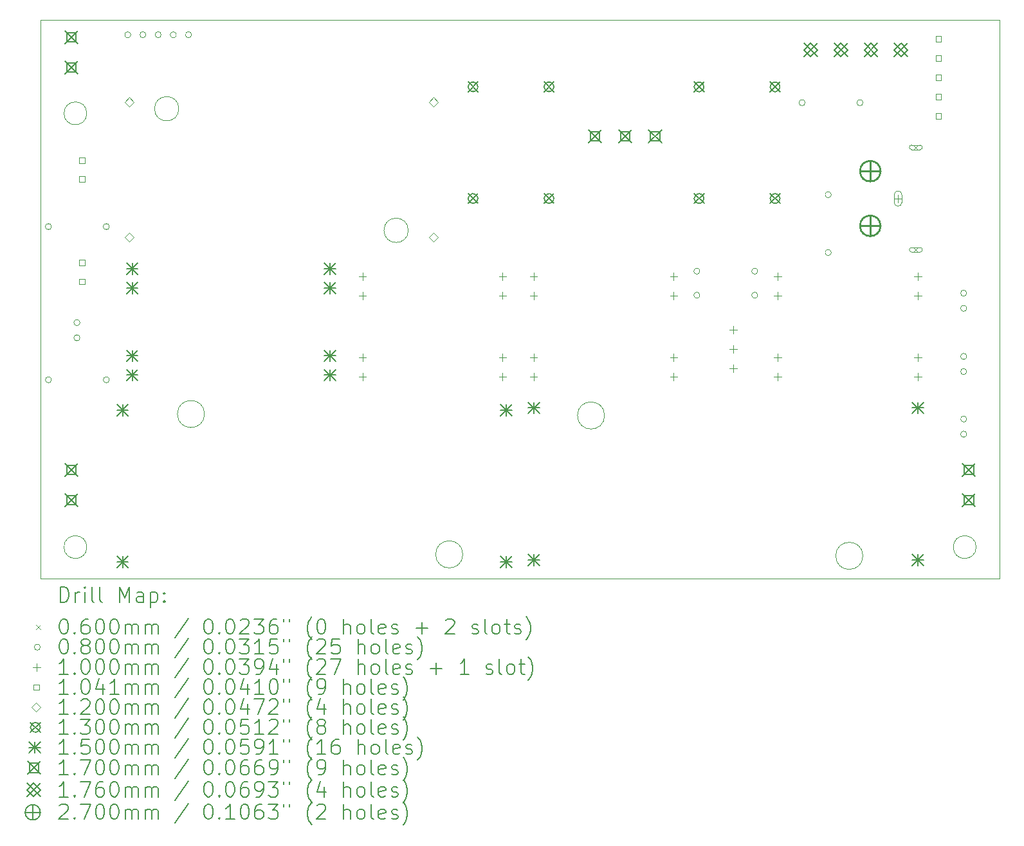
<source format=gbr>
%TF.GenerationSoftware,KiCad,Pcbnew,7.0.11-7.0.11~ubuntu22.04.1*%
%TF.CreationDate,2024-10-25T19:20:32+02:00*%
%TF.ProjectId,PowerBoard-Elec,506f7765-7242-46f6-9172-642d456c6563,rev?*%
%TF.SameCoordinates,Original*%
%TF.FileFunction,Drillmap*%
%TF.FilePolarity,Positive*%
%FSLAX45Y45*%
G04 Gerber Fmt 4.5, Leading zero omitted, Abs format (unit mm)*
G04 Created by KiCad (PCBNEW 7.0.11-7.0.11~ubuntu22.04.1) date 2024-10-25 19:20:32*
%MOMM*%
%LPD*%
G01*
G04 APERTURE LIST*
%ADD10C,0.050000*%
%ADD11C,0.200000*%
%ADD12C,0.100000*%
%ADD13C,0.104140*%
%ADD14C,0.120000*%
%ADD15C,0.130000*%
%ADD16C,0.150000*%
%ADD17C,0.170000*%
%ADD18C,0.176000*%
%ADD19C,0.270000*%
G04 APERTURE END LIST*
D10*
X2354265Y-8576000D02*
G75*
G03*
X2054265Y-8576000I-150000J0D01*
G01*
X2054265Y-8576000D02*
G75*
G03*
X2354265Y-8576000I150000J0D01*
G01*
X14060265Y-8576000D02*
G75*
G03*
X13760265Y-8576000I-150000J0D01*
G01*
X13760265Y-8576000D02*
G75*
G03*
X14060265Y-8576000I150000J0D01*
G01*
X1745265Y-1637000D02*
X14365265Y-1637000D01*
X14365265Y-8987000D01*
X1745265Y-8987000D01*
X1745265Y-1637000D01*
X2354265Y-2863000D02*
G75*
G03*
X2054265Y-2863000I-150000J0D01*
G01*
X2054265Y-2863000D02*
G75*
G03*
X2354265Y-2863000I150000J0D01*
G01*
X9169536Y-6842243D02*
G75*
G03*
X8813008Y-6842243I-178264J0D01*
G01*
X8813008Y-6842243D02*
G75*
G03*
X9169536Y-6842243I178264J0D01*
G01*
X12569536Y-8690980D02*
G75*
G03*
X12213008Y-8690980I-178264J0D01*
G01*
X12213008Y-8690980D02*
G75*
G03*
X12569536Y-8690980I178264J0D01*
G01*
X7303522Y-8671736D02*
G75*
G03*
X6946995Y-8671736I-178264J0D01*
G01*
X6946995Y-8671736D02*
G75*
G03*
X7303522Y-8671736I178264J0D01*
G01*
X3903522Y-6823000D02*
G75*
G03*
X3546995Y-6823000I-178264J0D01*
G01*
X3546995Y-6823000D02*
G75*
G03*
X3903522Y-6823000I178264J0D01*
G01*
X6585864Y-4403565D02*
G75*
G03*
X6265864Y-4403565I-160000J0D01*
G01*
X6265864Y-4403565D02*
G75*
G03*
X6585864Y-4403565I160000J0D01*
G01*
X3565864Y-2802565D02*
G75*
G03*
X3245864Y-2802565I-160000J0D01*
G01*
X3245864Y-2802565D02*
G75*
G03*
X3565864Y-2802565I160000J0D01*
G01*
D11*
D12*
X13237265Y-3280000D02*
X13297265Y-3340000D01*
X13297265Y-3280000D02*
X13237265Y-3340000D01*
X13322265Y-3280000D02*
X13212265Y-3280000D01*
X13212265Y-3280000D02*
G75*
G03*
X13212265Y-3340000I0J-30000D01*
G01*
X13212265Y-3340000D02*
X13322265Y-3340000D01*
X13322265Y-3340000D02*
G75*
G03*
X13322265Y-3280000I0J30000D01*
G01*
X13237265Y-4630000D02*
X13297265Y-4690000D01*
X13297265Y-4630000D02*
X13237265Y-4690000D01*
X13322265Y-4630000D02*
X13212265Y-4630000D01*
X13212265Y-4630000D02*
G75*
G03*
X13212265Y-4690000I0J-30000D01*
G01*
X13212265Y-4690000D02*
X13322265Y-4690000D01*
X13322265Y-4690000D02*
G75*
G03*
X13322265Y-4630000I0J30000D01*
G01*
X1889165Y-4355000D02*
G75*
G03*
X1809165Y-4355000I-40000J0D01*
G01*
X1809165Y-4355000D02*
G75*
G03*
X1889165Y-4355000I40000J0D01*
G01*
X1889165Y-6373000D02*
G75*
G03*
X1809165Y-6373000I-40000J0D01*
G01*
X1809165Y-6373000D02*
G75*
G03*
X1889165Y-6373000I40000J0D01*
G01*
X2264285Y-5619000D02*
G75*
G03*
X2184285Y-5619000I-40000J0D01*
G01*
X2184285Y-5619000D02*
G75*
G03*
X2264285Y-5619000I40000J0D01*
G01*
X2264285Y-5819000D02*
G75*
G03*
X2184285Y-5819000I-40000J0D01*
G01*
X2184285Y-5819000D02*
G75*
G03*
X2264285Y-5819000I40000J0D01*
G01*
X2651165Y-4355000D02*
G75*
G03*
X2571165Y-4355000I-40000J0D01*
G01*
X2571165Y-4355000D02*
G75*
G03*
X2651165Y-4355000I40000J0D01*
G01*
X2651165Y-6373000D02*
G75*
G03*
X2571165Y-6373000I-40000J0D01*
G01*
X2571165Y-6373000D02*
G75*
G03*
X2651165Y-6373000I40000J0D01*
G01*
X2933265Y-1828100D02*
G75*
G03*
X2853265Y-1828100I-40000J0D01*
G01*
X2853265Y-1828100D02*
G75*
G03*
X2933265Y-1828100I40000J0D01*
G01*
X3133265Y-1828100D02*
G75*
G03*
X3053265Y-1828100I-40000J0D01*
G01*
X3053265Y-1828100D02*
G75*
G03*
X3133265Y-1828100I40000J0D01*
G01*
X3333265Y-1828100D02*
G75*
G03*
X3253265Y-1828100I-40000J0D01*
G01*
X3253265Y-1828100D02*
G75*
G03*
X3333265Y-1828100I40000J0D01*
G01*
X3533265Y-1828100D02*
G75*
G03*
X3453265Y-1828100I-40000J0D01*
G01*
X3453265Y-1828100D02*
G75*
G03*
X3533265Y-1828100I40000J0D01*
G01*
X3733265Y-1828100D02*
G75*
G03*
X3653265Y-1828100I-40000J0D01*
G01*
X3653265Y-1828100D02*
G75*
G03*
X3733265Y-1828100I40000J0D01*
G01*
X10424265Y-4942000D02*
G75*
G03*
X10344265Y-4942000I-40000J0D01*
G01*
X10344265Y-4942000D02*
G75*
G03*
X10424265Y-4942000I40000J0D01*
G01*
X10424265Y-5258000D02*
G75*
G03*
X10344265Y-5258000I-40000J0D01*
G01*
X10344265Y-5258000D02*
G75*
G03*
X10424265Y-5258000I40000J0D01*
G01*
X11186265Y-4942000D02*
G75*
G03*
X11106265Y-4942000I-40000J0D01*
G01*
X11106265Y-4942000D02*
G75*
G03*
X11186265Y-4942000I40000J0D01*
G01*
X11186265Y-5258000D02*
G75*
G03*
X11106265Y-5258000I-40000J0D01*
G01*
X11106265Y-5258000D02*
G75*
G03*
X11186265Y-5258000I40000J0D01*
G01*
X11809000Y-2722000D02*
G75*
G03*
X11729000Y-2722000I-40000J0D01*
G01*
X11729000Y-2722000D02*
G75*
G03*
X11809000Y-2722000I40000J0D01*
G01*
X12153265Y-3935000D02*
G75*
G03*
X12073265Y-3935000I-40000J0D01*
G01*
X12073265Y-3935000D02*
G75*
G03*
X12153265Y-3935000I40000J0D01*
G01*
X12153265Y-4697000D02*
G75*
G03*
X12073265Y-4697000I-40000J0D01*
G01*
X12073265Y-4697000D02*
G75*
G03*
X12153265Y-4697000I40000J0D01*
G01*
X12571000Y-2722000D02*
G75*
G03*
X12491000Y-2722000I-40000J0D01*
G01*
X12491000Y-2722000D02*
G75*
G03*
X12571000Y-2722000I40000J0D01*
G01*
X13936515Y-5231520D02*
G75*
G03*
X13856515Y-5231520I-40000J0D01*
G01*
X13856515Y-5231520D02*
G75*
G03*
X13936515Y-5231520I40000J0D01*
G01*
X13936515Y-5431520D02*
G75*
G03*
X13856515Y-5431520I-40000J0D01*
G01*
X13856515Y-5431520D02*
G75*
G03*
X13936515Y-5431520I40000J0D01*
G01*
X13936515Y-6064520D02*
G75*
G03*
X13856515Y-6064520I-40000J0D01*
G01*
X13856515Y-6064520D02*
G75*
G03*
X13936515Y-6064520I40000J0D01*
G01*
X13936515Y-6264520D02*
G75*
G03*
X13856515Y-6264520I-40000J0D01*
G01*
X13856515Y-6264520D02*
G75*
G03*
X13936515Y-6264520I40000J0D01*
G01*
X13936515Y-6889000D02*
G75*
G03*
X13856515Y-6889000I-40000J0D01*
G01*
X13856515Y-6889000D02*
G75*
G03*
X13936515Y-6889000I40000J0D01*
G01*
X13936515Y-7089000D02*
G75*
G03*
X13856515Y-7089000I-40000J0D01*
G01*
X13856515Y-7089000D02*
G75*
G03*
X13936515Y-7089000I40000J0D01*
G01*
X5983265Y-6279146D02*
X5983265Y-6379146D01*
X5933265Y-6329146D02*
X6033265Y-6329146D01*
X5983365Y-4958147D02*
X5983365Y-5058147D01*
X5933365Y-5008147D02*
X6033365Y-5008147D01*
X5983465Y-5212147D02*
X5983465Y-5312147D01*
X5933465Y-5262147D02*
X6033465Y-5262147D01*
X5983465Y-6025146D02*
X5983465Y-6125146D01*
X5933465Y-6075146D02*
X6033465Y-6075146D01*
X7828465Y-4958147D02*
X7828465Y-5058147D01*
X7778465Y-5008147D02*
X7878465Y-5008147D01*
X7828465Y-5211647D02*
X7828465Y-5311647D01*
X7778465Y-5261647D02*
X7878465Y-5261647D01*
X7828465Y-6025146D02*
X7828465Y-6125146D01*
X7778465Y-6075146D02*
X7878465Y-6075146D01*
X7828465Y-6279146D02*
X7828465Y-6379146D01*
X7778465Y-6329146D02*
X7878465Y-6329146D01*
X8235265Y-4960881D02*
X8235265Y-5060881D01*
X8185265Y-5010881D02*
X8285265Y-5010881D01*
X8235265Y-5214881D02*
X8235265Y-5314881D01*
X8185265Y-5264881D02*
X8285265Y-5264881D01*
X8235265Y-6028380D02*
X8235265Y-6128380D01*
X8185265Y-6078380D02*
X8285265Y-6078380D01*
X8235265Y-6281880D02*
X8235265Y-6381880D01*
X8185265Y-6331880D02*
X8285265Y-6331880D01*
X10080265Y-5214881D02*
X10080265Y-5314881D01*
X10030265Y-5264881D02*
X10130265Y-5264881D01*
X10080265Y-6027880D02*
X10080265Y-6127880D01*
X10030265Y-6077880D02*
X10130265Y-6077880D01*
X10080365Y-6281880D02*
X10080365Y-6381880D01*
X10030365Y-6331880D02*
X10130365Y-6331880D01*
X10080465Y-4960881D02*
X10080465Y-5060881D01*
X10030465Y-5010881D02*
X10130465Y-5010881D01*
X10865265Y-5663500D02*
X10865265Y-5763500D01*
X10815265Y-5713500D02*
X10915265Y-5713500D01*
X10865265Y-5917500D02*
X10865265Y-6017500D01*
X10815265Y-5967500D02*
X10915265Y-5967500D01*
X10865265Y-6171500D02*
X10865265Y-6271500D01*
X10815265Y-6221500D02*
X10915265Y-6221500D01*
X11446265Y-4960881D02*
X11446265Y-5060881D01*
X11396265Y-5010881D02*
X11496265Y-5010881D01*
X11446265Y-5214881D02*
X11446265Y-5314881D01*
X11396265Y-5264881D02*
X11496265Y-5264881D01*
X11446265Y-6028380D02*
X11446265Y-6128380D01*
X11396265Y-6078380D02*
X11496265Y-6078380D01*
X11446265Y-6281880D02*
X11446265Y-6381880D01*
X11396265Y-6331880D02*
X11496265Y-6331880D01*
X13032265Y-3935000D02*
X13032265Y-4035000D01*
X12982265Y-3985000D02*
X13082265Y-3985000D01*
X12982265Y-3935000D02*
X12982265Y-4035000D01*
X12982265Y-4035000D02*
G75*
G03*
X13082265Y-4035000I50000J0D01*
G01*
X13082265Y-4035000D02*
X13082265Y-3935000D01*
X13082265Y-3935000D02*
G75*
G03*
X12982265Y-3935000I-50000J0D01*
G01*
X13291265Y-5214881D02*
X13291265Y-5314881D01*
X13241265Y-5264881D02*
X13341265Y-5264881D01*
X13291265Y-6027880D02*
X13291265Y-6127880D01*
X13241265Y-6077880D02*
X13341265Y-6077880D01*
X13291365Y-6281880D02*
X13291365Y-6381880D01*
X13241365Y-6331880D02*
X13341365Y-6331880D01*
X13291465Y-4960881D02*
X13291465Y-5060881D01*
X13241465Y-5010881D02*
X13341465Y-5010881D01*
D13*
X2330665Y-3516835D02*
X2330665Y-3443196D01*
X2257026Y-3443196D01*
X2257026Y-3516835D01*
X2330665Y-3516835D01*
X2330665Y-3766835D02*
X2330665Y-3693196D01*
X2257026Y-3693196D01*
X2257026Y-3766835D01*
X2330665Y-3766835D01*
X2330665Y-4865819D02*
X2330665Y-4792181D01*
X2257026Y-4792181D01*
X2257026Y-4865819D01*
X2330665Y-4865819D01*
X2330665Y-5115819D02*
X2330665Y-5042181D01*
X2257026Y-5042181D01*
X2257026Y-5115819D01*
X2330665Y-5115819D01*
X13601511Y-1917619D02*
X13601511Y-1843981D01*
X13527873Y-1843981D01*
X13527873Y-1917619D01*
X13601511Y-1917619D01*
X13601511Y-2171619D02*
X13601511Y-2097981D01*
X13527873Y-2097981D01*
X13527873Y-2171619D01*
X13601511Y-2171619D01*
X13601511Y-2425619D02*
X13601511Y-2351981D01*
X13527873Y-2351981D01*
X13527873Y-2425619D01*
X13601511Y-2425619D01*
X13601511Y-2679819D02*
X13601511Y-2606181D01*
X13527873Y-2606181D01*
X13527873Y-2679819D01*
X13601511Y-2679819D01*
X13601511Y-2933619D02*
X13601511Y-2859981D01*
X13527873Y-2859981D01*
X13527873Y-2933619D01*
X13601511Y-2933619D01*
D14*
X2916760Y-2773000D02*
X2976760Y-2713000D01*
X2916760Y-2653000D01*
X2856760Y-2713000D01*
X2916760Y-2773000D01*
X2916760Y-4553000D02*
X2976760Y-4493000D01*
X2916760Y-4433000D01*
X2856760Y-4493000D01*
X2916760Y-4553000D01*
X6916751Y-4553000D02*
X6976751Y-4493000D01*
X6916751Y-4433000D01*
X6856751Y-4493000D01*
X6916751Y-4553000D01*
X6916760Y-2773000D02*
X6976760Y-2713000D01*
X6916760Y-2653000D01*
X6856760Y-2713000D01*
X6916760Y-2773000D01*
D15*
X7373265Y-2449000D02*
X7503265Y-2579000D01*
X7503265Y-2449000D02*
X7373265Y-2579000D01*
X7503265Y-2514000D02*
G75*
G03*
X7373265Y-2514000I-65000J0D01*
G01*
X7373265Y-2514000D02*
G75*
G03*
X7503265Y-2514000I65000J0D01*
G01*
X7373265Y-3920000D02*
X7503265Y-4050000D01*
X7503265Y-3920000D02*
X7373265Y-4050000D01*
X7503265Y-3985000D02*
G75*
G03*
X7373265Y-3985000I-65000J0D01*
G01*
X7373265Y-3985000D02*
G75*
G03*
X7503265Y-3985000I65000J0D01*
G01*
X8373265Y-2449000D02*
X8503265Y-2579000D01*
X8503265Y-2449000D02*
X8373265Y-2579000D01*
X8503265Y-2514000D02*
G75*
G03*
X8373265Y-2514000I-65000J0D01*
G01*
X8373265Y-2514000D02*
G75*
G03*
X8503265Y-2514000I65000J0D01*
G01*
X8373265Y-3920000D02*
X8503265Y-4050000D01*
X8503265Y-3920000D02*
X8373265Y-4050000D01*
X8503265Y-3985000D02*
G75*
G03*
X8373265Y-3985000I-65000J0D01*
G01*
X8373265Y-3985000D02*
G75*
G03*
X8503265Y-3985000I65000J0D01*
G01*
X10349000Y-2449000D02*
X10479000Y-2579000D01*
X10479000Y-2449000D02*
X10349000Y-2579000D01*
X10479000Y-2514000D02*
G75*
G03*
X10349000Y-2514000I-65000J0D01*
G01*
X10349000Y-2514000D02*
G75*
G03*
X10479000Y-2514000I65000J0D01*
G01*
X10349000Y-3920000D02*
X10479000Y-4050000D01*
X10479000Y-3920000D02*
X10349000Y-4050000D01*
X10479000Y-3985000D02*
G75*
G03*
X10349000Y-3985000I-65000J0D01*
G01*
X10349000Y-3985000D02*
G75*
G03*
X10479000Y-3985000I65000J0D01*
G01*
X11349000Y-2449000D02*
X11479000Y-2579000D01*
X11479000Y-2449000D02*
X11349000Y-2579000D01*
X11479000Y-2514000D02*
G75*
G03*
X11349000Y-2514000I-65000J0D01*
G01*
X11349000Y-2514000D02*
G75*
G03*
X11479000Y-2514000I65000J0D01*
G01*
X11349000Y-3920000D02*
X11479000Y-4050000D01*
X11479000Y-3920000D02*
X11349000Y-4050000D01*
X11479000Y-3985000D02*
G75*
G03*
X11349000Y-3985000I-65000J0D01*
G01*
X11349000Y-3985000D02*
G75*
G03*
X11479000Y-3985000I65000J0D01*
G01*
D16*
X2750265Y-6697000D02*
X2900265Y-6847000D01*
X2900265Y-6697000D02*
X2750265Y-6847000D01*
X2825265Y-6697000D02*
X2825265Y-6847000D01*
X2750265Y-6772000D02*
X2900265Y-6772000D01*
X2750265Y-8697000D02*
X2900265Y-8847000D01*
X2900265Y-8697000D02*
X2750265Y-8847000D01*
X2825265Y-8697000D02*
X2825265Y-8847000D01*
X2750265Y-8772000D02*
X2900265Y-8772000D01*
X2877265Y-4835000D02*
X3027265Y-4985000D01*
X3027265Y-4835000D02*
X2877265Y-4985000D01*
X2952265Y-4835000D02*
X2952265Y-4985000D01*
X2877265Y-4910000D02*
X3027265Y-4910000D01*
X2877265Y-5089000D02*
X3027265Y-5239000D01*
X3027265Y-5089000D02*
X2877265Y-5239000D01*
X2952265Y-5089000D02*
X2952265Y-5239000D01*
X2877265Y-5164000D02*
X3027265Y-5164000D01*
X2877265Y-5981000D02*
X3027265Y-6131000D01*
X3027265Y-5981000D02*
X2877265Y-6131000D01*
X2952265Y-5981000D02*
X2952265Y-6131000D01*
X2877265Y-6056000D02*
X3027265Y-6056000D01*
X2877265Y-6235000D02*
X3027265Y-6385000D01*
X3027265Y-6235000D02*
X2877265Y-6385000D01*
X2952265Y-6235000D02*
X2952265Y-6385000D01*
X2877265Y-6310000D02*
X3027265Y-6310000D01*
X5477265Y-4835000D02*
X5627265Y-4985000D01*
X5627265Y-4835000D02*
X5477265Y-4985000D01*
X5552265Y-4835000D02*
X5552265Y-4985000D01*
X5477265Y-4910000D02*
X5627265Y-4910000D01*
X5477265Y-5089000D02*
X5627265Y-5239000D01*
X5627265Y-5089000D02*
X5477265Y-5239000D01*
X5552265Y-5089000D02*
X5552265Y-5239000D01*
X5477265Y-5164000D02*
X5627265Y-5164000D01*
X5477265Y-5981000D02*
X5627265Y-6131000D01*
X5627265Y-5981000D02*
X5477265Y-6131000D01*
X5552265Y-5981000D02*
X5552265Y-6131000D01*
X5477265Y-6056000D02*
X5627265Y-6056000D01*
X5477265Y-6235000D02*
X5627265Y-6385000D01*
X5627265Y-6235000D02*
X5477265Y-6385000D01*
X5552265Y-6235000D02*
X5552265Y-6385000D01*
X5477265Y-6310000D02*
X5627265Y-6310000D01*
X7800259Y-8697000D02*
X7950259Y-8847000D01*
X7950259Y-8697000D02*
X7800259Y-8847000D01*
X7875259Y-8697000D02*
X7875259Y-8847000D01*
X7800259Y-8772000D02*
X7950259Y-8772000D01*
X7800265Y-6697000D02*
X7950265Y-6847000D01*
X7950265Y-6697000D02*
X7800265Y-6847000D01*
X7875265Y-6697000D02*
X7875265Y-6847000D01*
X7800265Y-6772000D02*
X7950265Y-6772000D01*
X8166265Y-8666980D02*
X8316265Y-8816980D01*
X8316265Y-8666980D02*
X8166265Y-8816980D01*
X8241265Y-8666980D02*
X8241265Y-8816980D01*
X8166265Y-8741980D02*
X8316265Y-8741980D01*
X8166272Y-6666980D02*
X8316272Y-6816980D01*
X8316272Y-6666980D02*
X8166272Y-6816980D01*
X8241272Y-6666980D02*
X8241272Y-6816980D01*
X8166272Y-6741980D02*
X8316272Y-6741980D01*
X13216265Y-6666980D02*
X13366265Y-6816980D01*
X13366265Y-6666980D02*
X13216265Y-6816980D01*
X13291265Y-6666980D02*
X13291265Y-6816980D01*
X13216265Y-6741980D02*
X13366265Y-6741980D01*
X13216265Y-8666980D02*
X13366265Y-8816980D01*
X13366265Y-8666980D02*
X13216265Y-8816980D01*
X13291265Y-8666980D02*
X13291265Y-8816980D01*
X13216265Y-8741980D02*
X13366265Y-8741980D01*
D17*
X2064115Y-1778950D02*
X2234115Y-1948950D01*
X2234115Y-1778950D02*
X2064115Y-1948950D01*
X2209220Y-1924055D02*
X2209220Y-1803845D01*
X2089010Y-1803845D01*
X2089010Y-1924055D01*
X2209220Y-1924055D01*
X2064115Y-2174950D02*
X2234115Y-2344950D01*
X2234115Y-2174950D02*
X2064115Y-2344950D01*
X2209220Y-2320055D02*
X2209220Y-2199845D01*
X2089010Y-2199845D01*
X2089010Y-2320055D01*
X2209220Y-2320055D01*
X2064115Y-7473990D02*
X2234115Y-7643990D01*
X2234115Y-7473990D02*
X2064115Y-7643990D01*
X2209220Y-7619094D02*
X2209220Y-7498885D01*
X2089010Y-7498885D01*
X2089010Y-7619094D01*
X2209220Y-7619094D01*
X2064115Y-7869990D02*
X2234115Y-8039990D01*
X2234115Y-7869990D02*
X2064115Y-8039990D01*
X2209220Y-8015094D02*
X2209220Y-7894885D01*
X2089010Y-7894885D01*
X2089010Y-8015094D01*
X2209220Y-8015094D01*
X8958000Y-3079250D02*
X9128000Y-3249250D01*
X9128000Y-3079250D02*
X8958000Y-3249250D01*
X9103105Y-3224355D02*
X9103105Y-3104145D01*
X8982895Y-3104145D01*
X8982895Y-3224355D01*
X9103105Y-3224355D01*
X9354000Y-3079250D02*
X9524000Y-3249250D01*
X9524000Y-3079250D02*
X9354000Y-3249250D01*
X9499105Y-3224355D02*
X9499105Y-3104145D01*
X9378895Y-3104145D01*
X9378895Y-3224355D01*
X9499105Y-3224355D01*
X9750000Y-3079250D02*
X9920000Y-3249250D01*
X9920000Y-3079250D02*
X9750000Y-3249250D01*
X9895105Y-3224355D02*
X9895105Y-3104145D01*
X9774895Y-3104145D01*
X9774895Y-3224355D01*
X9895105Y-3224355D01*
X13881515Y-7473990D02*
X14051515Y-7643990D01*
X14051515Y-7473990D02*
X13881515Y-7643990D01*
X14026620Y-7619094D02*
X14026620Y-7498885D01*
X13906410Y-7498885D01*
X13906410Y-7619094D01*
X14026620Y-7619094D01*
X13881515Y-7869990D02*
X14051515Y-8039990D01*
X14051515Y-7869990D02*
X13881515Y-8039990D01*
X14026620Y-8015094D02*
X14026620Y-7894885D01*
X13906410Y-7894885D01*
X13906410Y-8015094D01*
X14026620Y-8015094D01*
D18*
X11796000Y-1940100D02*
X11972000Y-2116100D01*
X11972000Y-1940100D02*
X11796000Y-2116100D01*
X11884000Y-2116100D02*
X11972000Y-2028100D01*
X11884000Y-1940100D01*
X11796000Y-2028100D01*
X11884000Y-2116100D01*
X12192000Y-1940100D02*
X12368000Y-2116100D01*
X12368000Y-1940100D02*
X12192000Y-2116100D01*
X12280000Y-2116100D02*
X12368000Y-2028100D01*
X12280000Y-1940100D01*
X12192000Y-2028100D01*
X12280000Y-2116100D01*
X12588000Y-1940100D02*
X12764000Y-2116100D01*
X12764000Y-1940100D02*
X12588000Y-2116100D01*
X12676000Y-2116100D02*
X12764000Y-2028100D01*
X12676000Y-1940100D01*
X12588000Y-2028100D01*
X12676000Y-2116100D01*
X12984000Y-1940100D02*
X13160000Y-2116100D01*
X13160000Y-1940100D02*
X12984000Y-2116100D01*
X13072000Y-2116100D02*
X13160000Y-2028100D01*
X13072000Y-1940100D01*
X12984000Y-2028100D01*
X13072000Y-2116100D01*
D19*
X12667265Y-3490000D02*
X12667265Y-3760000D01*
X12532265Y-3625000D02*
X12802265Y-3625000D01*
X12802265Y-3625000D02*
G75*
G03*
X12532265Y-3625000I-135000J0D01*
G01*
X12532265Y-3625000D02*
G75*
G03*
X12802265Y-3625000I135000J0D01*
G01*
X12667265Y-4210000D02*
X12667265Y-4480000D01*
X12532265Y-4345000D02*
X12802265Y-4345000D01*
X12802265Y-4345000D02*
G75*
G03*
X12532265Y-4345000I-135000J0D01*
G01*
X12532265Y-4345000D02*
G75*
G03*
X12802265Y-4345000I135000J0D01*
G01*
D11*
X2003542Y-9300984D02*
X2003542Y-9100984D01*
X2003542Y-9100984D02*
X2051161Y-9100984D01*
X2051161Y-9100984D02*
X2079732Y-9110508D01*
X2079732Y-9110508D02*
X2098780Y-9129555D01*
X2098780Y-9129555D02*
X2108304Y-9148603D01*
X2108304Y-9148603D02*
X2117828Y-9186698D01*
X2117828Y-9186698D02*
X2117828Y-9215270D01*
X2117828Y-9215270D02*
X2108304Y-9253365D01*
X2108304Y-9253365D02*
X2098780Y-9272412D01*
X2098780Y-9272412D02*
X2079732Y-9291460D01*
X2079732Y-9291460D02*
X2051161Y-9300984D01*
X2051161Y-9300984D02*
X2003542Y-9300984D01*
X2203542Y-9300984D02*
X2203542Y-9167650D01*
X2203542Y-9205746D02*
X2213066Y-9186698D01*
X2213066Y-9186698D02*
X2222590Y-9177174D01*
X2222590Y-9177174D02*
X2241637Y-9167650D01*
X2241637Y-9167650D02*
X2260685Y-9167650D01*
X2327352Y-9300984D02*
X2327352Y-9167650D01*
X2327352Y-9100984D02*
X2317828Y-9110508D01*
X2317828Y-9110508D02*
X2327352Y-9120031D01*
X2327352Y-9120031D02*
X2336875Y-9110508D01*
X2336875Y-9110508D02*
X2327352Y-9100984D01*
X2327352Y-9100984D02*
X2327352Y-9120031D01*
X2451161Y-9300984D02*
X2432113Y-9291460D01*
X2432113Y-9291460D02*
X2422590Y-9272412D01*
X2422590Y-9272412D02*
X2422590Y-9100984D01*
X2555923Y-9300984D02*
X2536875Y-9291460D01*
X2536875Y-9291460D02*
X2527352Y-9272412D01*
X2527352Y-9272412D02*
X2527352Y-9100984D01*
X2784494Y-9300984D02*
X2784494Y-9100984D01*
X2784494Y-9100984D02*
X2851161Y-9243841D01*
X2851161Y-9243841D02*
X2917828Y-9100984D01*
X2917828Y-9100984D02*
X2917828Y-9300984D01*
X3098780Y-9300984D02*
X3098780Y-9196222D01*
X3098780Y-9196222D02*
X3089256Y-9177174D01*
X3089256Y-9177174D02*
X3070209Y-9167650D01*
X3070209Y-9167650D02*
X3032113Y-9167650D01*
X3032113Y-9167650D02*
X3013066Y-9177174D01*
X3098780Y-9291460D02*
X3079732Y-9300984D01*
X3079732Y-9300984D02*
X3032113Y-9300984D01*
X3032113Y-9300984D02*
X3013066Y-9291460D01*
X3013066Y-9291460D02*
X3003542Y-9272412D01*
X3003542Y-9272412D02*
X3003542Y-9253365D01*
X3003542Y-9253365D02*
X3013066Y-9234317D01*
X3013066Y-9234317D02*
X3032113Y-9224793D01*
X3032113Y-9224793D02*
X3079732Y-9224793D01*
X3079732Y-9224793D02*
X3098780Y-9215270D01*
X3194018Y-9167650D02*
X3194018Y-9367650D01*
X3194018Y-9177174D02*
X3213066Y-9167650D01*
X3213066Y-9167650D02*
X3251161Y-9167650D01*
X3251161Y-9167650D02*
X3270209Y-9177174D01*
X3270209Y-9177174D02*
X3279732Y-9186698D01*
X3279732Y-9186698D02*
X3289256Y-9205746D01*
X3289256Y-9205746D02*
X3289256Y-9262889D01*
X3289256Y-9262889D02*
X3279732Y-9281936D01*
X3279732Y-9281936D02*
X3270209Y-9291460D01*
X3270209Y-9291460D02*
X3251161Y-9300984D01*
X3251161Y-9300984D02*
X3213066Y-9300984D01*
X3213066Y-9300984D02*
X3194018Y-9291460D01*
X3374971Y-9281936D02*
X3384494Y-9291460D01*
X3384494Y-9291460D02*
X3374971Y-9300984D01*
X3374971Y-9300984D02*
X3365447Y-9291460D01*
X3365447Y-9291460D02*
X3374971Y-9281936D01*
X3374971Y-9281936D02*
X3374971Y-9300984D01*
X3374971Y-9177174D02*
X3384494Y-9186698D01*
X3384494Y-9186698D02*
X3374971Y-9196222D01*
X3374971Y-9196222D02*
X3365447Y-9186698D01*
X3365447Y-9186698D02*
X3374971Y-9177174D01*
X3374971Y-9177174D02*
X3374971Y-9196222D01*
D12*
X1682765Y-9599500D02*
X1742765Y-9659500D01*
X1742765Y-9599500D02*
X1682765Y-9659500D01*
D11*
X2041637Y-9520984D02*
X2060685Y-9520984D01*
X2060685Y-9520984D02*
X2079732Y-9530508D01*
X2079732Y-9530508D02*
X2089256Y-9540031D01*
X2089256Y-9540031D02*
X2098780Y-9559079D01*
X2098780Y-9559079D02*
X2108304Y-9597174D01*
X2108304Y-9597174D02*
X2108304Y-9644793D01*
X2108304Y-9644793D02*
X2098780Y-9682889D01*
X2098780Y-9682889D02*
X2089256Y-9701936D01*
X2089256Y-9701936D02*
X2079732Y-9711460D01*
X2079732Y-9711460D02*
X2060685Y-9720984D01*
X2060685Y-9720984D02*
X2041637Y-9720984D01*
X2041637Y-9720984D02*
X2022590Y-9711460D01*
X2022590Y-9711460D02*
X2013066Y-9701936D01*
X2013066Y-9701936D02*
X2003542Y-9682889D01*
X2003542Y-9682889D02*
X1994018Y-9644793D01*
X1994018Y-9644793D02*
X1994018Y-9597174D01*
X1994018Y-9597174D02*
X2003542Y-9559079D01*
X2003542Y-9559079D02*
X2013066Y-9540031D01*
X2013066Y-9540031D02*
X2022590Y-9530508D01*
X2022590Y-9530508D02*
X2041637Y-9520984D01*
X2194018Y-9701936D02*
X2203542Y-9711460D01*
X2203542Y-9711460D02*
X2194018Y-9720984D01*
X2194018Y-9720984D02*
X2184494Y-9711460D01*
X2184494Y-9711460D02*
X2194018Y-9701936D01*
X2194018Y-9701936D02*
X2194018Y-9720984D01*
X2374971Y-9520984D02*
X2336875Y-9520984D01*
X2336875Y-9520984D02*
X2317828Y-9530508D01*
X2317828Y-9530508D02*
X2308304Y-9540031D01*
X2308304Y-9540031D02*
X2289256Y-9568603D01*
X2289256Y-9568603D02*
X2279733Y-9606698D01*
X2279733Y-9606698D02*
X2279733Y-9682889D01*
X2279733Y-9682889D02*
X2289256Y-9701936D01*
X2289256Y-9701936D02*
X2298780Y-9711460D01*
X2298780Y-9711460D02*
X2317828Y-9720984D01*
X2317828Y-9720984D02*
X2355923Y-9720984D01*
X2355923Y-9720984D02*
X2374971Y-9711460D01*
X2374971Y-9711460D02*
X2384494Y-9701936D01*
X2384494Y-9701936D02*
X2394018Y-9682889D01*
X2394018Y-9682889D02*
X2394018Y-9635270D01*
X2394018Y-9635270D02*
X2384494Y-9616222D01*
X2384494Y-9616222D02*
X2374971Y-9606698D01*
X2374971Y-9606698D02*
X2355923Y-9597174D01*
X2355923Y-9597174D02*
X2317828Y-9597174D01*
X2317828Y-9597174D02*
X2298780Y-9606698D01*
X2298780Y-9606698D02*
X2289256Y-9616222D01*
X2289256Y-9616222D02*
X2279733Y-9635270D01*
X2517828Y-9520984D02*
X2536875Y-9520984D01*
X2536875Y-9520984D02*
X2555923Y-9530508D01*
X2555923Y-9530508D02*
X2565447Y-9540031D01*
X2565447Y-9540031D02*
X2574971Y-9559079D01*
X2574971Y-9559079D02*
X2584494Y-9597174D01*
X2584494Y-9597174D02*
X2584494Y-9644793D01*
X2584494Y-9644793D02*
X2574971Y-9682889D01*
X2574971Y-9682889D02*
X2565447Y-9701936D01*
X2565447Y-9701936D02*
X2555923Y-9711460D01*
X2555923Y-9711460D02*
X2536875Y-9720984D01*
X2536875Y-9720984D02*
X2517828Y-9720984D01*
X2517828Y-9720984D02*
X2498780Y-9711460D01*
X2498780Y-9711460D02*
X2489256Y-9701936D01*
X2489256Y-9701936D02*
X2479733Y-9682889D01*
X2479733Y-9682889D02*
X2470209Y-9644793D01*
X2470209Y-9644793D02*
X2470209Y-9597174D01*
X2470209Y-9597174D02*
X2479733Y-9559079D01*
X2479733Y-9559079D02*
X2489256Y-9540031D01*
X2489256Y-9540031D02*
X2498780Y-9530508D01*
X2498780Y-9530508D02*
X2517828Y-9520984D01*
X2708304Y-9520984D02*
X2727352Y-9520984D01*
X2727352Y-9520984D02*
X2746399Y-9530508D01*
X2746399Y-9530508D02*
X2755923Y-9540031D01*
X2755923Y-9540031D02*
X2765447Y-9559079D01*
X2765447Y-9559079D02*
X2774971Y-9597174D01*
X2774971Y-9597174D02*
X2774971Y-9644793D01*
X2774971Y-9644793D02*
X2765447Y-9682889D01*
X2765447Y-9682889D02*
X2755923Y-9701936D01*
X2755923Y-9701936D02*
X2746399Y-9711460D01*
X2746399Y-9711460D02*
X2727352Y-9720984D01*
X2727352Y-9720984D02*
X2708304Y-9720984D01*
X2708304Y-9720984D02*
X2689256Y-9711460D01*
X2689256Y-9711460D02*
X2679733Y-9701936D01*
X2679733Y-9701936D02*
X2670209Y-9682889D01*
X2670209Y-9682889D02*
X2660685Y-9644793D01*
X2660685Y-9644793D02*
X2660685Y-9597174D01*
X2660685Y-9597174D02*
X2670209Y-9559079D01*
X2670209Y-9559079D02*
X2679733Y-9540031D01*
X2679733Y-9540031D02*
X2689256Y-9530508D01*
X2689256Y-9530508D02*
X2708304Y-9520984D01*
X2860685Y-9720984D02*
X2860685Y-9587650D01*
X2860685Y-9606698D02*
X2870209Y-9597174D01*
X2870209Y-9597174D02*
X2889256Y-9587650D01*
X2889256Y-9587650D02*
X2917828Y-9587650D01*
X2917828Y-9587650D02*
X2936875Y-9597174D01*
X2936875Y-9597174D02*
X2946399Y-9616222D01*
X2946399Y-9616222D02*
X2946399Y-9720984D01*
X2946399Y-9616222D02*
X2955923Y-9597174D01*
X2955923Y-9597174D02*
X2974971Y-9587650D01*
X2974971Y-9587650D02*
X3003542Y-9587650D01*
X3003542Y-9587650D02*
X3022590Y-9597174D01*
X3022590Y-9597174D02*
X3032113Y-9616222D01*
X3032113Y-9616222D02*
X3032113Y-9720984D01*
X3127352Y-9720984D02*
X3127352Y-9587650D01*
X3127352Y-9606698D02*
X3136875Y-9597174D01*
X3136875Y-9597174D02*
X3155923Y-9587650D01*
X3155923Y-9587650D02*
X3184494Y-9587650D01*
X3184494Y-9587650D02*
X3203542Y-9597174D01*
X3203542Y-9597174D02*
X3213066Y-9616222D01*
X3213066Y-9616222D02*
X3213066Y-9720984D01*
X3213066Y-9616222D02*
X3222590Y-9597174D01*
X3222590Y-9597174D02*
X3241637Y-9587650D01*
X3241637Y-9587650D02*
X3270209Y-9587650D01*
X3270209Y-9587650D02*
X3289256Y-9597174D01*
X3289256Y-9597174D02*
X3298780Y-9616222D01*
X3298780Y-9616222D02*
X3298780Y-9720984D01*
X3689256Y-9511460D02*
X3517828Y-9768603D01*
X3946399Y-9520984D02*
X3965447Y-9520984D01*
X3965447Y-9520984D02*
X3984495Y-9530508D01*
X3984495Y-9530508D02*
X3994018Y-9540031D01*
X3994018Y-9540031D02*
X4003542Y-9559079D01*
X4003542Y-9559079D02*
X4013066Y-9597174D01*
X4013066Y-9597174D02*
X4013066Y-9644793D01*
X4013066Y-9644793D02*
X4003542Y-9682889D01*
X4003542Y-9682889D02*
X3994018Y-9701936D01*
X3994018Y-9701936D02*
X3984495Y-9711460D01*
X3984495Y-9711460D02*
X3965447Y-9720984D01*
X3965447Y-9720984D02*
X3946399Y-9720984D01*
X3946399Y-9720984D02*
X3927352Y-9711460D01*
X3927352Y-9711460D02*
X3917828Y-9701936D01*
X3917828Y-9701936D02*
X3908304Y-9682889D01*
X3908304Y-9682889D02*
X3898780Y-9644793D01*
X3898780Y-9644793D02*
X3898780Y-9597174D01*
X3898780Y-9597174D02*
X3908304Y-9559079D01*
X3908304Y-9559079D02*
X3917828Y-9540031D01*
X3917828Y-9540031D02*
X3927352Y-9530508D01*
X3927352Y-9530508D02*
X3946399Y-9520984D01*
X4098780Y-9701936D02*
X4108304Y-9711460D01*
X4108304Y-9711460D02*
X4098780Y-9720984D01*
X4098780Y-9720984D02*
X4089256Y-9711460D01*
X4089256Y-9711460D02*
X4098780Y-9701936D01*
X4098780Y-9701936D02*
X4098780Y-9720984D01*
X4232114Y-9520984D02*
X4251161Y-9520984D01*
X4251161Y-9520984D02*
X4270209Y-9530508D01*
X4270209Y-9530508D02*
X4279733Y-9540031D01*
X4279733Y-9540031D02*
X4289257Y-9559079D01*
X4289257Y-9559079D02*
X4298780Y-9597174D01*
X4298780Y-9597174D02*
X4298780Y-9644793D01*
X4298780Y-9644793D02*
X4289257Y-9682889D01*
X4289257Y-9682889D02*
X4279733Y-9701936D01*
X4279733Y-9701936D02*
X4270209Y-9711460D01*
X4270209Y-9711460D02*
X4251161Y-9720984D01*
X4251161Y-9720984D02*
X4232114Y-9720984D01*
X4232114Y-9720984D02*
X4213066Y-9711460D01*
X4213066Y-9711460D02*
X4203542Y-9701936D01*
X4203542Y-9701936D02*
X4194018Y-9682889D01*
X4194018Y-9682889D02*
X4184495Y-9644793D01*
X4184495Y-9644793D02*
X4184495Y-9597174D01*
X4184495Y-9597174D02*
X4194018Y-9559079D01*
X4194018Y-9559079D02*
X4203542Y-9540031D01*
X4203542Y-9540031D02*
X4213066Y-9530508D01*
X4213066Y-9530508D02*
X4232114Y-9520984D01*
X4374971Y-9540031D02*
X4384495Y-9530508D01*
X4384495Y-9530508D02*
X4403542Y-9520984D01*
X4403542Y-9520984D02*
X4451161Y-9520984D01*
X4451161Y-9520984D02*
X4470209Y-9530508D01*
X4470209Y-9530508D02*
X4479733Y-9540031D01*
X4479733Y-9540031D02*
X4489257Y-9559079D01*
X4489257Y-9559079D02*
X4489257Y-9578127D01*
X4489257Y-9578127D02*
X4479733Y-9606698D01*
X4479733Y-9606698D02*
X4365447Y-9720984D01*
X4365447Y-9720984D02*
X4489257Y-9720984D01*
X4555923Y-9520984D02*
X4679733Y-9520984D01*
X4679733Y-9520984D02*
X4613066Y-9597174D01*
X4613066Y-9597174D02*
X4641638Y-9597174D01*
X4641638Y-9597174D02*
X4660685Y-9606698D01*
X4660685Y-9606698D02*
X4670209Y-9616222D01*
X4670209Y-9616222D02*
X4679733Y-9635270D01*
X4679733Y-9635270D02*
X4679733Y-9682889D01*
X4679733Y-9682889D02*
X4670209Y-9701936D01*
X4670209Y-9701936D02*
X4660685Y-9711460D01*
X4660685Y-9711460D02*
X4641638Y-9720984D01*
X4641638Y-9720984D02*
X4584495Y-9720984D01*
X4584495Y-9720984D02*
X4565447Y-9711460D01*
X4565447Y-9711460D02*
X4555923Y-9701936D01*
X4851161Y-9520984D02*
X4813066Y-9520984D01*
X4813066Y-9520984D02*
X4794018Y-9530508D01*
X4794018Y-9530508D02*
X4784495Y-9540031D01*
X4784495Y-9540031D02*
X4765447Y-9568603D01*
X4765447Y-9568603D02*
X4755923Y-9606698D01*
X4755923Y-9606698D02*
X4755923Y-9682889D01*
X4755923Y-9682889D02*
X4765447Y-9701936D01*
X4765447Y-9701936D02*
X4774971Y-9711460D01*
X4774971Y-9711460D02*
X4794018Y-9720984D01*
X4794018Y-9720984D02*
X4832114Y-9720984D01*
X4832114Y-9720984D02*
X4851161Y-9711460D01*
X4851161Y-9711460D02*
X4860685Y-9701936D01*
X4860685Y-9701936D02*
X4870209Y-9682889D01*
X4870209Y-9682889D02*
X4870209Y-9635270D01*
X4870209Y-9635270D02*
X4860685Y-9616222D01*
X4860685Y-9616222D02*
X4851161Y-9606698D01*
X4851161Y-9606698D02*
X4832114Y-9597174D01*
X4832114Y-9597174D02*
X4794018Y-9597174D01*
X4794018Y-9597174D02*
X4774971Y-9606698D01*
X4774971Y-9606698D02*
X4765447Y-9616222D01*
X4765447Y-9616222D02*
X4755923Y-9635270D01*
X4946399Y-9520984D02*
X4946399Y-9559079D01*
X5022590Y-9520984D02*
X5022590Y-9559079D01*
X5317828Y-9797174D02*
X5308304Y-9787650D01*
X5308304Y-9787650D02*
X5289257Y-9759079D01*
X5289257Y-9759079D02*
X5279733Y-9740031D01*
X5279733Y-9740031D02*
X5270209Y-9711460D01*
X5270209Y-9711460D02*
X5260685Y-9663841D01*
X5260685Y-9663841D02*
X5260685Y-9625746D01*
X5260685Y-9625746D02*
X5270209Y-9578127D01*
X5270209Y-9578127D02*
X5279733Y-9549555D01*
X5279733Y-9549555D02*
X5289257Y-9530508D01*
X5289257Y-9530508D02*
X5308304Y-9501936D01*
X5308304Y-9501936D02*
X5317828Y-9492412D01*
X5432114Y-9520984D02*
X5451161Y-9520984D01*
X5451161Y-9520984D02*
X5470209Y-9530508D01*
X5470209Y-9530508D02*
X5479733Y-9540031D01*
X5479733Y-9540031D02*
X5489257Y-9559079D01*
X5489257Y-9559079D02*
X5498780Y-9597174D01*
X5498780Y-9597174D02*
X5498780Y-9644793D01*
X5498780Y-9644793D02*
X5489257Y-9682889D01*
X5489257Y-9682889D02*
X5479733Y-9701936D01*
X5479733Y-9701936D02*
X5470209Y-9711460D01*
X5470209Y-9711460D02*
X5451161Y-9720984D01*
X5451161Y-9720984D02*
X5432114Y-9720984D01*
X5432114Y-9720984D02*
X5413066Y-9711460D01*
X5413066Y-9711460D02*
X5403542Y-9701936D01*
X5403542Y-9701936D02*
X5394019Y-9682889D01*
X5394019Y-9682889D02*
X5384495Y-9644793D01*
X5384495Y-9644793D02*
X5384495Y-9597174D01*
X5384495Y-9597174D02*
X5394019Y-9559079D01*
X5394019Y-9559079D02*
X5403542Y-9540031D01*
X5403542Y-9540031D02*
X5413066Y-9530508D01*
X5413066Y-9530508D02*
X5432114Y-9520984D01*
X5736876Y-9720984D02*
X5736876Y-9520984D01*
X5822590Y-9720984D02*
X5822590Y-9616222D01*
X5822590Y-9616222D02*
X5813066Y-9597174D01*
X5813066Y-9597174D02*
X5794019Y-9587650D01*
X5794019Y-9587650D02*
X5765447Y-9587650D01*
X5765447Y-9587650D02*
X5746399Y-9597174D01*
X5746399Y-9597174D02*
X5736876Y-9606698D01*
X5946399Y-9720984D02*
X5927352Y-9711460D01*
X5927352Y-9711460D02*
X5917828Y-9701936D01*
X5917828Y-9701936D02*
X5908304Y-9682889D01*
X5908304Y-9682889D02*
X5908304Y-9625746D01*
X5908304Y-9625746D02*
X5917828Y-9606698D01*
X5917828Y-9606698D02*
X5927352Y-9597174D01*
X5927352Y-9597174D02*
X5946399Y-9587650D01*
X5946399Y-9587650D02*
X5974971Y-9587650D01*
X5974971Y-9587650D02*
X5994019Y-9597174D01*
X5994019Y-9597174D02*
X6003542Y-9606698D01*
X6003542Y-9606698D02*
X6013066Y-9625746D01*
X6013066Y-9625746D02*
X6013066Y-9682889D01*
X6013066Y-9682889D02*
X6003542Y-9701936D01*
X6003542Y-9701936D02*
X5994019Y-9711460D01*
X5994019Y-9711460D02*
X5974971Y-9720984D01*
X5974971Y-9720984D02*
X5946399Y-9720984D01*
X6127352Y-9720984D02*
X6108304Y-9711460D01*
X6108304Y-9711460D02*
X6098780Y-9692412D01*
X6098780Y-9692412D02*
X6098780Y-9520984D01*
X6279733Y-9711460D02*
X6260685Y-9720984D01*
X6260685Y-9720984D02*
X6222590Y-9720984D01*
X6222590Y-9720984D02*
X6203542Y-9711460D01*
X6203542Y-9711460D02*
X6194019Y-9692412D01*
X6194019Y-9692412D02*
X6194019Y-9616222D01*
X6194019Y-9616222D02*
X6203542Y-9597174D01*
X6203542Y-9597174D02*
X6222590Y-9587650D01*
X6222590Y-9587650D02*
X6260685Y-9587650D01*
X6260685Y-9587650D02*
X6279733Y-9597174D01*
X6279733Y-9597174D02*
X6289257Y-9616222D01*
X6289257Y-9616222D02*
X6289257Y-9635270D01*
X6289257Y-9635270D02*
X6194019Y-9654317D01*
X6365447Y-9711460D02*
X6384495Y-9720984D01*
X6384495Y-9720984D02*
X6422590Y-9720984D01*
X6422590Y-9720984D02*
X6441638Y-9711460D01*
X6441638Y-9711460D02*
X6451161Y-9692412D01*
X6451161Y-9692412D02*
X6451161Y-9682889D01*
X6451161Y-9682889D02*
X6441638Y-9663841D01*
X6441638Y-9663841D02*
X6422590Y-9654317D01*
X6422590Y-9654317D02*
X6394019Y-9654317D01*
X6394019Y-9654317D02*
X6374971Y-9644793D01*
X6374971Y-9644793D02*
X6365447Y-9625746D01*
X6365447Y-9625746D02*
X6365447Y-9616222D01*
X6365447Y-9616222D02*
X6374971Y-9597174D01*
X6374971Y-9597174D02*
X6394019Y-9587650D01*
X6394019Y-9587650D02*
X6422590Y-9587650D01*
X6422590Y-9587650D02*
X6441638Y-9597174D01*
X6689257Y-9644793D02*
X6841638Y-9644793D01*
X6765447Y-9720984D02*
X6765447Y-9568603D01*
X7079733Y-9540031D02*
X7089257Y-9530508D01*
X7089257Y-9530508D02*
X7108304Y-9520984D01*
X7108304Y-9520984D02*
X7155923Y-9520984D01*
X7155923Y-9520984D02*
X7174971Y-9530508D01*
X7174971Y-9530508D02*
X7184495Y-9540031D01*
X7184495Y-9540031D02*
X7194019Y-9559079D01*
X7194019Y-9559079D02*
X7194019Y-9578127D01*
X7194019Y-9578127D02*
X7184495Y-9606698D01*
X7184495Y-9606698D02*
X7070209Y-9720984D01*
X7070209Y-9720984D02*
X7194019Y-9720984D01*
X7422590Y-9711460D02*
X7441638Y-9720984D01*
X7441638Y-9720984D02*
X7479733Y-9720984D01*
X7479733Y-9720984D02*
X7498781Y-9711460D01*
X7498781Y-9711460D02*
X7508304Y-9692412D01*
X7508304Y-9692412D02*
X7508304Y-9682889D01*
X7508304Y-9682889D02*
X7498781Y-9663841D01*
X7498781Y-9663841D02*
X7479733Y-9654317D01*
X7479733Y-9654317D02*
X7451162Y-9654317D01*
X7451162Y-9654317D02*
X7432114Y-9644793D01*
X7432114Y-9644793D02*
X7422590Y-9625746D01*
X7422590Y-9625746D02*
X7422590Y-9616222D01*
X7422590Y-9616222D02*
X7432114Y-9597174D01*
X7432114Y-9597174D02*
X7451162Y-9587650D01*
X7451162Y-9587650D02*
X7479733Y-9587650D01*
X7479733Y-9587650D02*
X7498781Y-9597174D01*
X7622590Y-9720984D02*
X7603543Y-9711460D01*
X7603543Y-9711460D02*
X7594019Y-9692412D01*
X7594019Y-9692412D02*
X7594019Y-9520984D01*
X7727352Y-9720984D02*
X7708304Y-9711460D01*
X7708304Y-9711460D02*
X7698781Y-9701936D01*
X7698781Y-9701936D02*
X7689257Y-9682889D01*
X7689257Y-9682889D02*
X7689257Y-9625746D01*
X7689257Y-9625746D02*
X7698781Y-9606698D01*
X7698781Y-9606698D02*
X7708304Y-9597174D01*
X7708304Y-9597174D02*
X7727352Y-9587650D01*
X7727352Y-9587650D02*
X7755924Y-9587650D01*
X7755924Y-9587650D02*
X7774971Y-9597174D01*
X7774971Y-9597174D02*
X7784495Y-9606698D01*
X7784495Y-9606698D02*
X7794019Y-9625746D01*
X7794019Y-9625746D02*
X7794019Y-9682889D01*
X7794019Y-9682889D02*
X7784495Y-9701936D01*
X7784495Y-9701936D02*
X7774971Y-9711460D01*
X7774971Y-9711460D02*
X7755924Y-9720984D01*
X7755924Y-9720984D02*
X7727352Y-9720984D01*
X7851162Y-9587650D02*
X7927352Y-9587650D01*
X7879733Y-9520984D02*
X7879733Y-9692412D01*
X7879733Y-9692412D02*
X7889257Y-9711460D01*
X7889257Y-9711460D02*
X7908304Y-9720984D01*
X7908304Y-9720984D02*
X7927352Y-9720984D01*
X7984495Y-9711460D02*
X8003543Y-9720984D01*
X8003543Y-9720984D02*
X8041638Y-9720984D01*
X8041638Y-9720984D02*
X8060685Y-9711460D01*
X8060685Y-9711460D02*
X8070209Y-9692412D01*
X8070209Y-9692412D02*
X8070209Y-9682889D01*
X8070209Y-9682889D02*
X8060685Y-9663841D01*
X8060685Y-9663841D02*
X8041638Y-9654317D01*
X8041638Y-9654317D02*
X8013066Y-9654317D01*
X8013066Y-9654317D02*
X7994019Y-9644793D01*
X7994019Y-9644793D02*
X7984495Y-9625746D01*
X7984495Y-9625746D02*
X7984495Y-9616222D01*
X7984495Y-9616222D02*
X7994019Y-9597174D01*
X7994019Y-9597174D02*
X8013066Y-9587650D01*
X8013066Y-9587650D02*
X8041638Y-9587650D01*
X8041638Y-9587650D02*
X8060685Y-9597174D01*
X8136876Y-9797174D02*
X8146400Y-9787650D01*
X8146400Y-9787650D02*
X8165447Y-9759079D01*
X8165447Y-9759079D02*
X8174971Y-9740031D01*
X8174971Y-9740031D02*
X8184495Y-9711460D01*
X8184495Y-9711460D02*
X8194019Y-9663841D01*
X8194019Y-9663841D02*
X8194019Y-9625746D01*
X8194019Y-9625746D02*
X8184495Y-9578127D01*
X8184495Y-9578127D02*
X8174971Y-9549555D01*
X8174971Y-9549555D02*
X8165447Y-9530508D01*
X8165447Y-9530508D02*
X8146400Y-9501936D01*
X8146400Y-9501936D02*
X8136876Y-9492412D01*
D12*
X1742765Y-9893500D02*
G75*
G03*
X1662765Y-9893500I-40000J0D01*
G01*
X1662765Y-9893500D02*
G75*
G03*
X1742765Y-9893500I40000J0D01*
G01*
D11*
X2041637Y-9784984D02*
X2060685Y-9784984D01*
X2060685Y-9784984D02*
X2079732Y-9794508D01*
X2079732Y-9794508D02*
X2089256Y-9804031D01*
X2089256Y-9804031D02*
X2098780Y-9823079D01*
X2098780Y-9823079D02*
X2108304Y-9861174D01*
X2108304Y-9861174D02*
X2108304Y-9908793D01*
X2108304Y-9908793D02*
X2098780Y-9946889D01*
X2098780Y-9946889D02*
X2089256Y-9965936D01*
X2089256Y-9965936D02*
X2079732Y-9975460D01*
X2079732Y-9975460D02*
X2060685Y-9984984D01*
X2060685Y-9984984D02*
X2041637Y-9984984D01*
X2041637Y-9984984D02*
X2022590Y-9975460D01*
X2022590Y-9975460D02*
X2013066Y-9965936D01*
X2013066Y-9965936D02*
X2003542Y-9946889D01*
X2003542Y-9946889D02*
X1994018Y-9908793D01*
X1994018Y-9908793D02*
X1994018Y-9861174D01*
X1994018Y-9861174D02*
X2003542Y-9823079D01*
X2003542Y-9823079D02*
X2013066Y-9804031D01*
X2013066Y-9804031D02*
X2022590Y-9794508D01*
X2022590Y-9794508D02*
X2041637Y-9784984D01*
X2194018Y-9965936D02*
X2203542Y-9975460D01*
X2203542Y-9975460D02*
X2194018Y-9984984D01*
X2194018Y-9984984D02*
X2184494Y-9975460D01*
X2184494Y-9975460D02*
X2194018Y-9965936D01*
X2194018Y-9965936D02*
X2194018Y-9984984D01*
X2317828Y-9870698D02*
X2298780Y-9861174D01*
X2298780Y-9861174D02*
X2289256Y-9851650D01*
X2289256Y-9851650D02*
X2279733Y-9832603D01*
X2279733Y-9832603D02*
X2279733Y-9823079D01*
X2279733Y-9823079D02*
X2289256Y-9804031D01*
X2289256Y-9804031D02*
X2298780Y-9794508D01*
X2298780Y-9794508D02*
X2317828Y-9784984D01*
X2317828Y-9784984D02*
X2355923Y-9784984D01*
X2355923Y-9784984D02*
X2374971Y-9794508D01*
X2374971Y-9794508D02*
X2384494Y-9804031D01*
X2384494Y-9804031D02*
X2394018Y-9823079D01*
X2394018Y-9823079D02*
X2394018Y-9832603D01*
X2394018Y-9832603D02*
X2384494Y-9851650D01*
X2384494Y-9851650D02*
X2374971Y-9861174D01*
X2374971Y-9861174D02*
X2355923Y-9870698D01*
X2355923Y-9870698D02*
X2317828Y-9870698D01*
X2317828Y-9870698D02*
X2298780Y-9880222D01*
X2298780Y-9880222D02*
X2289256Y-9889746D01*
X2289256Y-9889746D02*
X2279733Y-9908793D01*
X2279733Y-9908793D02*
X2279733Y-9946889D01*
X2279733Y-9946889D02*
X2289256Y-9965936D01*
X2289256Y-9965936D02*
X2298780Y-9975460D01*
X2298780Y-9975460D02*
X2317828Y-9984984D01*
X2317828Y-9984984D02*
X2355923Y-9984984D01*
X2355923Y-9984984D02*
X2374971Y-9975460D01*
X2374971Y-9975460D02*
X2384494Y-9965936D01*
X2384494Y-9965936D02*
X2394018Y-9946889D01*
X2394018Y-9946889D02*
X2394018Y-9908793D01*
X2394018Y-9908793D02*
X2384494Y-9889746D01*
X2384494Y-9889746D02*
X2374971Y-9880222D01*
X2374971Y-9880222D02*
X2355923Y-9870698D01*
X2517828Y-9784984D02*
X2536875Y-9784984D01*
X2536875Y-9784984D02*
X2555923Y-9794508D01*
X2555923Y-9794508D02*
X2565447Y-9804031D01*
X2565447Y-9804031D02*
X2574971Y-9823079D01*
X2574971Y-9823079D02*
X2584494Y-9861174D01*
X2584494Y-9861174D02*
X2584494Y-9908793D01*
X2584494Y-9908793D02*
X2574971Y-9946889D01*
X2574971Y-9946889D02*
X2565447Y-9965936D01*
X2565447Y-9965936D02*
X2555923Y-9975460D01*
X2555923Y-9975460D02*
X2536875Y-9984984D01*
X2536875Y-9984984D02*
X2517828Y-9984984D01*
X2517828Y-9984984D02*
X2498780Y-9975460D01*
X2498780Y-9975460D02*
X2489256Y-9965936D01*
X2489256Y-9965936D02*
X2479733Y-9946889D01*
X2479733Y-9946889D02*
X2470209Y-9908793D01*
X2470209Y-9908793D02*
X2470209Y-9861174D01*
X2470209Y-9861174D02*
X2479733Y-9823079D01*
X2479733Y-9823079D02*
X2489256Y-9804031D01*
X2489256Y-9804031D02*
X2498780Y-9794508D01*
X2498780Y-9794508D02*
X2517828Y-9784984D01*
X2708304Y-9784984D02*
X2727352Y-9784984D01*
X2727352Y-9784984D02*
X2746399Y-9794508D01*
X2746399Y-9794508D02*
X2755923Y-9804031D01*
X2755923Y-9804031D02*
X2765447Y-9823079D01*
X2765447Y-9823079D02*
X2774971Y-9861174D01*
X2774971Y-9861174D02*
X2774971Y-9908793D01*
X2774971Y-9908793D02*
X2765447Y-9946889D01*
X2765447Y-9946889D02*
X2755923Y-9965936D01*
X2755923Y-9965936D02*
X2746399Y-9975460D01*
X2746399Y-9975460D02*
X2727352Y-9984984D01*
X2727352Y-9984984D02*
X2708304Y-9984984D01*
X2708304Y-9984984D02*
X2689256Y-9975460D01*
X2689256Y-9975460D02*
X2679733Y-9965936D01*
X2679733Y-9965936D02*
X2670209Y-9946889D01*
X2670209Y-9946889D02*
X2660685Y-9908793D01*
X2660685Y-9908793D02*
X2660685Y-9861174D01*
X2660685Y-9861174D02*
X2670209Y-9823079D01*
X2670209Y-9823079D02*
X2679733Y-9804031D01*
X2679733Y-9804031D02*
X2689256Y-9794508D01*
X2689256Y-9794508D02*
X2708304Y-9784984D01*
X2860685Y-9984984D02*
X2860685Y-9851650D01*
X2860685Y-9870698D02*
X2870209Y-9861174D01*
X2870209Y-9861174D02*
X2889256Y-9851650D01*
X2889256Y-9851650D02*
X2917828Y-9851650D01*
X2917828Y-9851650D02*
X2936875Y-9861174D01*
X2936875Y-9861174D02*
X2946399Y-9880222D01*
X2946399Y-9880222D02*
X2946399Y-9984984D01*
X2946399Y-9880222D02*
X2955923Y-9861174D01*
X2955923Y-9861174D02*
X2974971Y-9851650D01*
X2974971Y-9851650D02*
X3003542Y-9851650D01*
X3003542Y-9851650D02*
X3022590Y-9861174D01*
X3022590Y-9861174D02*
X3032113Y-9880222D01*
X3032113Y-9880222D02*
X3032113Y-9984984D01*
X3127352Y-9984984D02*
X3127352Y-9851650D01*
X3127352Y-9870698D02*
X3136875Y-9861174D01*
X3136875Y-9861174D02*
X3155923Y-9851650D01*
X3155923Y-9851650D02*
X3184494Y-9851650D01*
X3184494Y-9851650D02*
X3203542Y-9861174D01*
X3203542Y-9861174D02*
X3213066Y-9880222D01*
X3213066Y-9880222D02*
X3213066Y-9984984D01*
X3213066Y-9880222D02*
X3222590Y-9861174D01*
X3222590Y-9861174D02*
X3241637Y-9851650D01*
X3241637Y-9851650D02*
X3270209Y-9851650D01*
X3270209Y-9851650D02*
X3289256Y-9861174D01*
X3289256Y-9861174D02*
X3298780Y-9880222D01*
X3298780Y-9880222D02*
X3298780Y-9984984D01*
X3689256Y-9775460D02*
X3517828Y-10032603D01*
X3946399Y-9784984D02*
X3965447Y-9784984D01*
X3965447Y-9784984D02*
X3984495Y-9794508D01*
X3984495Y-9794508D02*
X3994018Y-9804031D01*
X3994018Y-9804031D02*
X4003542Y-9823079D01*
X4003542Y-9823079D02*
X4013066Y-9861174D01*
X4013066Y-9861174D02*
X4013066Y-9908793D01*
X4013066Y-9908793D02*
X4003542Y-9946889D01*
X4003542Y-9946889D02*
X3994018Y-9965936D01*
X3994018Y-9965936D02*
X3984495Y-9975460D01*
X3984495Y-9975460D02*
X3965447Y-9984984D01*
X3965447Y-9984984D02*
X3946399Y-9984984D01*
X3946399Y-9984984D02*
X3927352Y-9975460D01*
X3927352Y-9975460D02*
X3917828Y-9965936D01*
X3917828Y-9965936D02*
X3908304Y-9946889D01*
X3908304Y-9946889D02*
X3898780Y-9908793D01*
X3898780Y-9908793D02*
X3898780Y-9861174D01*
X3898780Y-9861174D02*
X3908304Y-9823079D01*
X3908304Y-9823079D02*
X3917828Y-9804031D01*
X3917828Y-9804031D02*
X3927352Y-9794508D01*
X3927352Y-9794508D02*
X3946399Y-9784984D01*
X4098780Y-9965936D02*
X4108304Y-9975460D01*
X4108304Y-9975460D02*
X4098780Y-9984984D01*
X4098780Y-9984984D02*
X4089256Y-9975460D01*
X4089256Y-9975460D02*
X4098780Y-9965936D01*
X4098780Y-9965936D02*
X4098780Y-9984984D01*
X4232114Y-9784984D02*
X4251161Y-9784984D01*
X4251161Y-9784984D02*
X4270209Y-9794508D01*
X4270209Y-9794508D02*
X4279733Y-9804031D01*
X4279733Y-9804031D02*
X4289257Y-9823079D01*
X4289257Y-9823079D02*
X4298780Y-9861174D01*
X4298780Y-9861174D02*
X4298780Y-9908793D01*
X4298780Y-9908793D02*
X4289257Y-9946889D01*
X4289257Y-9946889D02*
X4279733Y-9965936D01*
X4279733Y-9965936D02*
X4270209Y-9975460D01*
X4270209Y-9975460D02*
X4251161Y-9984984D01*
X4251161Y-9984984D02*
X4232114Y-9984984D01*
X4232114Y-9984984D02*
X4213066Y-9975460D01*
X4213066Y-9975460D02*
X4203542Y-9965936D01*
X4203542Y-9965936D02*
X4194018Y-9946889D01*
X4194018Y-9946889D02*
X4184495Y-9908793D01*
X4184495Y-9908793D02*
X4184495Y-9861174D01*
X4184495Y-9861174D02*
X4194018Y-9823079D01*
X4194018Y-9823079D02*
X4203542Y-9804031D01*
X4203542Y-9804031D02*
X4213066Y-9794508D01*
X4213066Y-9794508D02*
X4232114Y-9784984D01*
X4365447Y-9784984D02*
X4489257Y-9784984D01*
X4489257Y-9784984D02*
X4422590Y-9861174D01*
X4422590Y-9861174D02*
X4451161Y-9861174D01*
X4451161Y-9861174D02*
X4470209Y-9870698D01*
X4470209Y-9870698D02*
X4479733Y-9880222D01*
X4479733Y-9880222D02*
X4489257Y-9899270D01*
X4489257Y-9899270D02*
X4489257Y-9946889D01*
X4489257Y-9946889D02*
X4479733Y-9965936D01*
X4479733Y-9965936D02*
X4470209Y-9975460D01*
X4470209Y-9975460D02*
X4451161Y-9984984D01*
X4451161Y-9984984D02*
X4394018Y-9984984D01*
X4394018Y-9984984D02*
X4374971Y-9975460D01*
X4374971Y-9975460D02*
X4365447Y-9965936D01*
X4679733Y-9984984D02*
X4565447Y-9984984D01*
X4622590Y-9984984D02*
X4622590Y-9784984D01*
X4622590Y-9784984D02*
X4603542Y-9813555D01*
X4603542Y-9813555D02*
X4584495Y-9832603D01*
X4584495Y-9832603D02*
X4565447Y-9842127D01*
X4860685Y-9784984D02*
X4765447Y-9784984D01*
X4765447Y-9784984D02*
X4755923Y-9880222D01*
X4755923Y-9880222D02*
X4765447Y-9870698D01*
X4765447Y-9870698D02*
X4784495Y-9861174D01*
X4784495Y-9861174D02*
X4832114Y-9861174D01*
X4832114Y-9861174D02*
X4851161Y-9870698D01*
X4851161Y-9870698D02*
X4860685Y-9880222D01*
X4860685Y-9880222D02*
X4870209Y-9899270D01*
X4870209Y-9899270D02*
X4870209Y-9946889D01*
X4870209Y-9946889D02*
X4860685Y-9965936D01*
X4860685Y-9965936D02*
X4851161Y-9975460D01*
X4851161Y-9975460D02*
X4832114Y-9984984D01*
X4832114Y-9984984D02*
X4784495Y-9984984D01*
X4784495Y-9984984D02*
X4765447Y-9975460D01*
X4765447Y-9975460D02*
X4755923Y-9965936D01*
X4946399Y-9784984D02*
X4946399Y-9823079D01*
X5022590Y-9784984D02*
X5022590Y-9823079D01*
X5317828Y-10061174D02*
X5308304Y-10051650D01*
X5308304Y-10051650D02*
X5289257Y-10023079D01*
X5289257Y-10023079D02*
X5279733Y-10004031D01*
X5279733Y-10004031D02*
X5270209Y-9975460D01*
X5270209Y-9975460D02*
X5260685Y-9927841D01*
X5260685Y-9927841D02*
X5260685Y-9889746D01*
X5260685Y-9889746D02*
X5270209Y-9842127D01*
X5270209Y-9842127D02*
X5279733Y-9813555D01*
X5279733Y-9813555D02*
X5289257Y-9794508D01*
X5289257Y-9794508D02*
X5308304Y-9765936D01*
X5308304Y-9765936D02*
X5317828Y-9756412D01*
X5384495Y-9804031D02*
X5394019Y-9794508D01*
X5394019Y-9794508D02*
X5413066Y-9784984D01*
X5413066Y-9784984D02*
X5460685Y-9784984D01*
X5460685Y-9784984D02*
X5479733Y-9794508D01*
X5479733Y-9794508D02*
X5489257Y-9804031D01*
X5489257Y-9804031D02*
X5498780Y-9823079D01*
X5498780Y-9823079D02*
X5498780Y-9842127D01*
X5498780Y-9842127D02*
X5489257Y-9870698D01*
X5489257Y-9870698D02*
X5374971Y-9984984D01*
X5374971Y-9984984D02*
X5498780Y-9984984D01*
X5679733Y-9784984D02*
X5584495Y-9784984D01*
X5584495Y-9784984D02*
X5574971Y-9880222D01*
X5574971Y-9880222D02*
X5584495Y-9870698D01*
X5584495Y-9870698D02*
X5603542Y-9861174D01*
X5603542Y-9861174D02*
X5651161Y-9861174D01*
X5651161Y-9861174D02*
X5670209Y-9870698D01*
X5670209Y-9870698D02*
X5679733Y-9880222D01*
X5679733Y-9880222D02*
X5689257Y-9899270D01*
X5689257Y-9899270D02*
X5689257Y-9946889D01*
X5689257Y-9946889D02*
X5679733Y-9965936D01*
X5679733Y-9965936D02*
X5670209Y-9975460D01*
X5670209Y-9975460D02*
X5651161Y-9984984D01*
X5651161Y-9984984D02*
X5603542Y-9984984D01*
X5603542Y-9984984D02*
X5584495Y-9975460D01*
X5584495Y-9975460D02*
X5574971Y-9965936D01*
X5927352Y-9984984D02*
X5927352Y-9784984D01*
X6013066Y-9984984D02*
X6013066Y-9880222D01*
X6013066Y-9880222D02*
X6003542Y-9861174D01*
X6003542Y-9861174D02*
X5984495Y-9851650D01*
X5984495Y-9851650D02*
X5955923Y-9851650D01*
X5955923Y-9851650D02*
X5936876Y-9861174D01*
X5936876Y-9861174D02*
X5927352Y-9870698D01*
X6136876Y-9984984D02*
X6117828Y-9975460D01*
X6117828Y-9975460D02*
X6108304Y-9965936D01*
X6108304Y-9965936D02*
X6098780Y-9946889D01*
X6098780Y-9946889D02*
X6098780Y-9889746D01*
X6098780Y-9889746D02*
X6108304Y-9870698D01*
X6108304Y-9870698D02*
X6117828Y-9861174D01*
X6117828Y-9861174D02*
X6136876Y-9851650D01*
X6136876Y-9851650D02*
X6165447Y-9851650D01*
X6165447Y-9851650D02*
X6184495Y-9861174D01*
X6184495Y-9861174D02*
X6194019Y-9870698D01*
X6194019Y-9870698D02*
X6203542Y-9889746D01*
X6203542Y-9889746D02*
X6203542Y-9946889D01*
X6203542Y-9946889D02*
X6194019Y-9965936D01*
X6194019Y-9965936D02*
X6184495Y-9975460D01*
X6184495Y-9975460D02*
X6165447Y-9984984D01*
X6165447Y-9984984D02*
X6136876Y-9984984D01*
X6317828Y-9984984D02*
X6298780Y-9975460D01*
X6298780Y-9975460D02*
X6289257Y-9956412D01*
X6289257Y-9956412D02*
X6289257Y-9784984D01*
X6470209Y-9975460D02*
X6451161Y-9984984D01*
X6451161Y-9984984D02*
X6413066Y-9984984D01*
X6413066Y-9984984D02*
X6394019Y-9975460D01*
X6394019Y-9975460D02*
X6384495Y-9956412D01*
X6384495Y-9956412D02*
X6384495Y-9880222D01*
X6384495Y-9880222D02*
X6394019Y-9861174D01*
X6394019Y-9861174D02*
X6413066Y-9851650D01*
X6413066Y-9851650D02*
X6451161Y-9851650D01*
X6451161Y-9851650D02*
X6470209Y-9861174D01*
X6470209Y-9861174D02*
X6479733Y-9880222D01*
X6479733Y-9880222D02*
X6479733Y-9899270D01*
X6479733Y-9899270D02*
X6384495Y-9918317D01*
X6555923Y-9975460D02*
X6574971Y-9984984D01*
X6574971Y-9984984D02*
X6613066Y-9984984D01*
X6613066Y-9984984D02*
X6632114Y-9975460D01*
X6632114Y-9975460D02*
X6641638Y-9956412D01*
X6641638Y-9956412D02*
X6641638Y-9946889D01*
X6641638Y-9946889D02*
X6632114Y-9927841D01*
X6632114Y-9927841D02*
X6613066Y-9918317D01*
X6613066Y-9918317D02*
X6584495Y-9918317D01*
X6584495Y-9918317D02*
X6565447Y-9908793D01*
X6565447Y-9908793D02*
X6555923Y-9889746D01*
X6555923Y-9889746D02*
X6555923Y-9880222D01*
X6555923Y-9880222D02*
X6565447Y-9861174D01*
X6565447Y-9861174D02*
X6584495Y-9851650D01*
X6584495Y-9851650D02*
X6613066Y-9851650D01*
X6613066Y-9851650D02*
X6632114Y-9861174D01*
X6708304Y-10061174D02*
X6717828Y-10051650D01*
X6717828Y-10051650D02*
X6736876Y-10023079D01*
X6736876Y-10023079D02*
X6746400Y-10004031D01*
X6746400Y-10004031D02*
X6755923Y-9975460D01*
X6755923Y-9975460D02*
X6765447Y-9927841D01*
X6765447Y-9927841D02*
X6765447Y-9889746D01*
X6765447Y-9889746D02*
X6755923Y-9842127D01*
X6755923Y-9842127D02*
X6746400Y-9813555D01*
X6746400Y-9813555D02*
X6736876Y-9794508D01*
X6736876Y-9794508D02*
X6717828Y-9765936D01*
X6717828Y-9765936D02*
X6708304Y-9756412D01*
D12*
X1692765Y-10107500D02*
X1692765Y-10207500D01*
X1642765Y-10157500D02*
X1742765Y-10157500D01*
D11*
X2108304Y-10248984D02*
X1994018Y-10248984D01*
X2051161Y-10248984D02*
X2051161Y-10048984D01*
X2051161Y-10048984D02*
X2032113Y-10077555D01*
X2032113Y-10077555D02*
X2013066Y-10096603D01*
X2013066Y-10096603D02*
X1994018Y-10106127D01*
X2194018Y-10229936D02*
X2203542Y-10239460D01*
X2203542Y-10239460D02*
X2194018Y-10248984D01*
X2194018Y-10248984D02*
X2184494Y-10239460D01*
X2184494Y-10239460D02*
X2194018Y-10229936D01*
X2194018Y-10229936D02*
X2194018Y-10248984D01*
X2327352Y-10048984D02*
X2346399Y-10048984D01*
X2346399Y-10048984D02*
X2365447Y-10058508D01*
X2365447Y-10058508D02*
X2374971Y-10068031D01*
X2374971Y-10068031D02*
X2384494Y-10087079D01*
X2384494Y-10087079D02*
X2394018Y-10125174D01*
X2394018Y-10125174D02*
X2394018Y-10172793D01*
X2394018Y-10172793D02*
X2384494Y-10210889D01*
X2384494Y-10210889D02*
X2374971Y-10229936D01*
X2374971Y-10229936D02*
X2365447Y-10239460D01*
X2365447Y-10239460D02*
X2346399Y-10248984D01*
X2346399Y-10248984D02*
X2327352Y-10248984D01*
X2327352Y-10248984D02*
X2308304Y-10239460D01*
X2308304Y-10239460D02*
X2298780Y-10229936D01*
X2298780Y-10229936D02*
X2289256Y-10210889D01*
X2289256Y-10210889D02*
X2279733Y-10172793D01*
X2279733Y-10172793D02*
X2279733Y-10125174D01*
X2279733Y-10125174D02*
X2289256Y-10087079D01*
X2289256Y-10087079D02*
X2298780Y-10068031D01*
X2298780Y-10068031D02*
X2308304Y-10058508D01*
X2308304Y-10058508D02*
X2327352Y-10048984D01*
X2517828Y-10048984D02*
X2536875Y-10048984D01*
X2536875Y-10048984D02*
X2555923Y-10058508D01*
X2555923Y-10058508D02*
X2565447Y-10068031D01*
X2565447Y-10068031D02*
X2574971Y-10087079D01*
X2574971Y-10087079D02*
X2584494Y-10125174D01*
X2584494Y-10125174D02*
X2584494Y-10172793D01*
X2584494Y-10172793D02*
X2574971Y-10210889D01*
X2574971Y-10210889D02*
X2565447Y-10229936D01*
X2565447Y-10229936D02*
X2555923Y-10239460D01*
X2555923Y-10239460D02*
X2536875Y-10248984D01*
X2536875Y-10248984D02*
X2517828Y-10248984D01*
X2517828Y-10248984D02*
X2498780Y-10239460D01*
X2498780Y-10239460D02*
X2489256Y-10229936D01*
X2489256Y-10229936D02*
X2479733Y-10210889D01*
X2479733Y-10210889D02*
X2470209Y-10172793D01*
X2470209Y-10172793D02*
X2470209Y-10125174D01*
X2470209Y-10125174D02*
X2479733Y-10087079D01*
X2479733Y-10087079D02*
X2489256Y-10068031D01*
X2489256Y-10068031D02*
X2498780Y-10058508D01*
X2498780Y-10058508D02*
X2517828Y-10048984D01*
X2708304Y-10048984D02*
X2727352Y-10048984D01*
X2727352Y-10048984D02*
X2746399Y-10058508D01*
X2746399Y-10058508D02*
X2755923Y-10068031D01*
X2755923Y-10068031D02*
X2765447Y-10087079D01*
X2765447Y-10087079D02*
X2774971Y-10125174D01*
X2774971Y-10125174D02*
X2774971Y-10172793D01*
X2774971Y-10172793D02*
X2765447Y-10210889D01*
X2765447Y-10210889D02*
X2755923Y-10229936D01*
X2755923Y-10229936D02*
X2746399Y-10239460D01*
X2746399Y-10239460D02*
X2727352Y-10248984D01*
X2727352Y-10248984D02*
X2708304Y-10248984D01*
X2708304Y-10248984D02*
X2689256Y-10239460D01*
X2689256Y-10239460D02*
X2679733Y-10229936D01*
X2679733Y-10229936D02*
X2670209Y-10210889D01*
X2670209Y-10210889D02*
X2660685Y-10172793D01*
X2660685Y-10172793D02*
X2660685Y-10125174D01*
X2660685Y-10125174D02*
X2670209Y-10087079D01*
X2670209Y-10087079D02*
X2679733Y-10068031D01*
X2679733Y-10068031D02*
X2689256Y-10058508D01*
X2689256Y-10058508D02*
X2708304Y-10048984D01*
X2860685Y-10248984D02*
X2860685Y-10115650D01*
X2860685Y-10134698D02*
X2870209Y-10125174D01*
X2870209Y-10125174D02*
X2889256Y-10115650D01*
X2889256Y-10115650D02*
X2917828Y-10115650D01*
X2917828Y-10115650D02*
X2936875Y-10125174D01*
X2936875Y-10125174D02*
X2946399Y-10144222D01*
X2946399Y-10144222D02*
X2946399Y-10248984D01*
X2946399Y-10144222D02*
X2955923Y-10125174D01*
X2955923Y-10125174D02*
X2974971Y-10115650D01*
X2974971Y-10115650D02*
X3003542Y-10115650D01*
X3003542Y-10115650D02*
X3022590Y-10125174D01*
X3022590Y-10125174D02*
X3032113Y-10144222D01*
X3032113Y-10144222D02*
X3032113Y-10248984D01*
X3127352Y-10248984D02*
X3127352Y-10115650D01*
X3127352Y-10134698D02*
X3136875Y-10125174D01*
X3136875Y-10125174D02*
X3155923Y-10115650D01*
X3155923Y-10115650D02*
X3184494Y-10115650D01*
X3184494Y-10115650D02*
X3203542Y-10125174D01*
X3203542Y-10125174D02*
X3213066Y-10144222D01*
X3213066Y-10144222D02*
X3213066Y-10248984D01*
X3213066Y-10144222D02*
X3222590Y-10125174D01*
X3222590Y-10125174D02*
X3241637Y-10115650D01*
X3241637Y-10115650D02*
X3270209Y-10115650D01*
X3270209Y-10115650D02*
X3289256Y-10125174D01*
X3289256Y-10125174D02*
X3298780Y-10144222D01*
X3298780Y-10144222D02*
X3298780Y-10248984D01*
X3689256Y-10039460D02*
X3517828Y-10296603D01*
X3946399Y-10048984D02*
X3965447Y-10048984D01*
X3965447Y-10048984D02*
X3984495Y-10058508D01*
X3984495Y-10058508D02*
X3994018Y-10068031D01*
X3994018Y-10068031D02*
X4003542Y-10087079D01*
X4003542Y-10087079D02*
X4013066Y-10125174D01*
X4013066Y-10125174D02*
X4013066Y-10172793D01*
X4013066Y-10172793D02*
X4003542Y-10210889D01*
X4003542Y-10210889D02*
X3994018Y-10229936D01*
X3994018Y-10229936D02*
X3984495Y-10239460D01*
X3984495Y-10239460D02*
X3965447Y-10248984D01*
X3965447Y-10248984D02*
X3946399Y-10248984D01*
X3946399Y-10248984D02*
X3927352Y-10239460D01*
X3927352Y-10239460D02*
X3917828Y-10229936D01*
X3917828Y-10229936D02*
X3908304Y-10210889D01*
X3908304Y-10210889D02*
X3898780Y-10172793D01*
X3898780Y-10172793D02*
X3898780Y-10125174D01*
X3898780Y-10125174D02*
X3908304Y-10087079D01*
X3908304Y-10087079D02*
X3917828Y-10068031D01*
X3917828Y-10068031D02*
X3927352Y-10058508D01*
X3927352Y-10058508D02*
X3946399Y-10048984D01*
X4098780Y-10229936D02*
X4108304Y-10239460D01*
X4108304Y-10239460D02*
X4098780Y-10248984D01*
X4098780Y-10248984D02*
X4089256Y-10239460D01*
X4089256Y-10239460D02*
X4098780Y-10229936D01*
X4098780Y-10229936D02*
X4098780Y-10248984D01*
X4232114Y-10048984D02*
X4251161Y-10048984D01*
X4251161Y-10048984D02*
X4270209Y-10058508D01*
X4270209Y-10058508D02*
X4279733Y-10068031D01*
X4279733Y-10068031D02*
X4289257Y-10087079D01*
X4289257Y-10087079D02*
X4298780Y-10125174D01*
X4298780Y-10125174D02*
X4298780Y-10172793D01*
X4298780Y-10172793D02*
X4289257Y-10210889D01*
X4289257Y-10210889D02*
X4279733Y-10229936D01*
X4279733Y-10229936D02*
X4270209Y-10239460D01*
X4270209Y-10239460D02*
X4251161Y-10248984D01*
X4251161Y-10248984D02*
X4232114Y-10248984D01*
X4232114Y-10248984D02*
X4213066Y-10239460D01*
X4213066Y-10239460D02*
X4203542Y-10229936D01*
X4203542Y-10229936D02*
X4194018Y-10210889D01*
X4194018Y-10210889D02*
X4184495Y-10172793D01*
X4184495Y-10172793D02*
X4184495Y-10125174D01*
X4184495Y-10125174D02*
X4194018Y-10087079D01*
X4194018Y-10087079D02*
X4203542Y-10068031D01*
X4203542Y-10068031D02*
X4213066Y-10058508D01*
X4213066Y-10058508D02*
X4232114Y-10048984D01*
X4365447Y-10048984D02*
X4489257Y-10048984D01*
X4489257Y-10048984D02*
X4422590Y-10125174D01*
X4422590Y-10125174D02*
X4451161Y-10125174D01*
X4451161Y-10125174D02*
X4470209Y-10134698D01*
X4470209Y-10134698D02*
X4479733Y-10144222D01*
X4479733Y-10144222D02*
X4489257Y-10163270D01*
X4489257Y-10163270D02*
X4489257Y-10210889D01*
X4489257Y-10210889D02*
X4479733Y-10229936D01*
X4479733Y-10229936D02*
X4470209Y-10239460D01*
X4470209Y-10239460D02*
X4451161Y-10248984D01*
X4451161Y-10248984D02*
X4394018Y-10248984D01*
X4394018Y-10248984D02*
X4374971Y-10239460D01*
X4374971Y-10239460D02*
X4365447Y-10229936D01*
X4584495Y-10248984D02*
X4622590Y-10248984D01*
X4622590Y-10248984D02*
X4641638Y-10239460D01*
X4641638Y-10239460D02*
X4651161Y-10229936D01*
X4651161Y-10229936D02*
X4670209Y-10201365D01*
X4670209Y-10201365D02*
X4679733Y-10163270D01*
X4679733Y-10163270D02*
X4679733Y-10087079D01*
X4679733Y-10087079D02*
X4670209Y-10068031D01*
X4670209Y-10068031D02*
X4660685Y-10058508D01*
X4660685Y-10058508D02*
X4641638Y-10048984D01*
X4641638Y-10048984D02*
X4603542Y-10048984D01*
X4603542Y-10048984D02*
X4584495Y-10058508D01*
X4584495Y-10058508D02*
X4574971Y-10068031D01*
X4574971Y-10068031D02*
X4565447Y-10087079D01*
X4565447Y-10087079D02*
X4565447Y-10134698D01*
X4565447Y-10134698D02*
X4574971Y-10153746D01*
X4574971Y-10153746D02*
X4584495Y-10163270D01*
X4584495Y-10163270D02*
X4603542Y-10172793D01*
X4603542Y-10172793D02*
X4641638Y-10172793D01*
X4641638Y-10172793D02*
X4660685Y-10163270D01*
X4660685Y-10163270D02*
X4670209Y-10153746D01*
X4670209Y-10153746D02*
X4679733Y-10134698D01*
X4851161Y-10115650D02*
X4851161Y-10248984D01*
X4803542Y-10039460D02*
X4755923Y-10182317D01*
X4755923Y-10182317D02*
X4879733Y-10182317D01*
X4946399Y-10048984D02*
X4946399Y-10087079D01*
X5022590Y-10048984D02*
X5022590Y-10087079D01*
X5317828Y-10325174D02*
X5308304Y-10315650D01*
X5308304Y-10315650D02*
X5289257Y-10287079D01*
X5289257Y-10287079D02*
X5279733Y-10268031D01*
X5279733Y-10268031D02*
X5270209Y-10239460D01*
X5270209Y-10239460D02*
X5260685Y-10191841D01*
X5260685Y-10191841D02*
X5260685Y-10153746D01*
X5260685Y-10153746D02*
X5270209Y-10106127D01*
X5270209Y-10106127D02*
X5279733Y-10077555D01*
X5279733Y-10077555D02*
X5289257Y-10058508D01*
X5289257Y-10058508D02*
X5308304Y-10029936D01*
X5308304Y-10029936D02*
X5317828Y-10020412D01*
X5384495Y-10068031D02*
X5394019Y-10058508D01*
X5394019Y-10058508D02*
X5413066Y-10048984D01*
X5413066Y-10048984D02*
X5460685Y-10048984D01*
X5460685Y-10048984D02*
X5479733Y-10058508D01*
X5479733Y-10058508D02*
X5489257Y-10068031D01*
X5489257Y-10068031D02*
X5498780Y-10087079D01*
X5498780Y-10087079D02*
X5498780Y-10106127D01*
X5498780Y-10106127D02*
X5489257Y-10134698D01*
X5489257Y-10134698D02*
X5374971Y-10248984D01*
X5374971Y-10248984D02*
X5498780Y-10248984D01*
X5565447Y-10048984D02*
X5698780Y-10048984D01*
X5698780Y-10048984D02*
X5613066Y-10248984D01*
X5927352Y-10248984D02*
X5927352Y-10048984D01*
X6013066Y-10248984D02*
X6013066Y-10144222D01*
X6013066Y-10144222D02*
X6003542Y-10125174D01*
X6003542Y-10125174D02*
X5984495Y-10115650D01*
X5984495Y-10115650D02*
X5955923Y-10115650D01*
X5955923Y-10115650D02*
X5936876Y-10125174D01*
X5936876Y-10125174D02*
X5927352Y-10134698D01*
X6136876Y-10248984D02*
X6117828Y-10239460D01*
X6117828Y-10239460D02*
X6108304Y-10229936D01*
X6108304Y-10229936D02*
X6098780Y-10210889D01*
X6098780Y-10210889D02*
X6098780Y-10153746D01*
X6098780Y-10153746D02*
X6108304Y-10134698D01*
X6108304Y-10134698D02*
X6117828Y-10125174D01*
X6117828Y-10125174D02*
X6136876Y-10115650D01*
X6136876Y-10115650D02*
X6165447Y-10115650D01*
X6165447Y-10115650D02*
X6184495Y-10125174D01*
X6184495Y-10125174D02*
X6194019Y-10134698D01*
X6194019Y-10134698D02*
X6203542Y-10153746D01*
X6203542Y-10153746D02*
X6203542Y-10210889D01*
X6203542Y-10210889D02*
X6194019Y-10229936D01*
X6194019Y-10229936D02*
X6184495Y-10239460D01*
X6184495Y-10239460D02*
X6165447Y-10248984D01*
X6165447Y-10248984D02*
X6136876Y-10248984D01*
X6317828Y-10248984D02*
X6298780Y-10239460D01*
X6298780Y-10239460D02*
X6289257Y-10220412D01*
X6289257Y-10220412D02*
X6289257Y-10048984D01*
X6470209Y-10239460D02*
X6451161Y-10248984D01*
X6451161Y-10248984D02*
X6413066Y-10248984D01*
X6413066Y-10248984D02*
X6394019Y-10239460D01*
X6394019Y-10239460D02*
X6384495Y-10220412D01*
X6384495Y-10220412D02*
X6384495Y-10144222D01*
X6384495Y-10144222D02*
X6394019Y-10125174D01*
X6394019Y-10125174D02*
X6413066Y-10115650D01*
X6413066Y-10115650D02*
X6451161Y-10115650D01*
X6451161Y-10115650D02*
X6470209Y-10125174D01*
X6470209Y-10125174D02*
X6479733Y-10144222D01*
X6479733Y-10144222D02*
X6479733Y-10163270D01*
X6479733Y-10163270D02*
X6384495Y-10182317D01*
X6555923Y-10239460D02*
X6574971Y-10248984D01*
X6574971Y-10248984D02*
X6613066Y-10248984D01*
X6613066Y-10248984D02*
X6632114Y-10239460D01*
X6632114Y-10239460D02*
X6641638Y-10220412D01*
X6641638Y-10220412D02*
X6641638Y-10210889D01*
X6641638Y-10210889D02*
X6632114Y-10191841D01*
X6632114Y-10191841D02*
X6613066Y-10182317D01*
X6613066Y-10182317D02*
X6584495Y-10182317D01*
X6584495Y-10182317D02*
X6565447Y-10172793D01*
X6565447Y-10172793D02*
X6555923Y-10153746D01*
X6555923Y-10153746D02*
X6555923Y-10144222D01*
X6555923Y-10144222D02*
X6565447Y-10125174D01*
X6565447Y-10125174D02*
X6584495Y-10115650D01*
X6584495Y-10115650D02*
X6613066Y-10115650D01*
X6613066Y-10115650D02*
X6632114Y-10125174D01*
X6879733Y-10172793D02*
X7032114Y-10172793D01*
X6955923Y-10248984D02*
X6955923Y-10096603D01*
X7384495Y-10248984D02*
X7270209Y-10248984D01*
X7327352Y-10248984D02*
X7327352Y-10048984D01*
X7327352Y-10048984D02*
X7308304Y-10077555D01*
X7308304Y-10077555D02*
X7289257Y-10096603D01*
X7289257Y-10096603D02*
X7270209Y-10106127D01*
X7613066Y-10239460D02*
X7632114Y-10248984D01*
X7632114Y-10248984D02*
X7670209Y-10248984D01*
X7670209Y-10248984D02*
X7689257Y-10239460D01*
X7689257Y-10239460D02*
X7698781Y-10220412D01*
X7698781Y-10220412D02*
X7698781Y-10210889D01*
X7698781Y-10210889D02*
X7689257Y-10191841D01*
X7689257Y-10191841D02*
X7670209Y-10182317D01*
X7670209Y-10182317D02*
X7641638Y-10182317D01*
X7641638Y-10182317D02*
X7622590Y-10172793D01*
X7622590Y-10172793D02*
X7613066Y-10153746D01*
X7613066Y-10153746D02*
X7613066Y-10144222D01*
X7613066Y-10144222D02*
X7622590Y-10125174D01*
X7622590Y-10125174D02*
X7641638Y-10115650D01*
X7641638Y-10115650D02*
X7670209Y-10115650D01*
X7670209Y-10115650D02*
X7689257Y-10125174D01*
X7813066Y-10248984D02*
X7794019Y-10239460D01*
X7794019Y-10239460D02*
X7784495Y-10220412D01*
X7784495Y-10220412D02*
X7784495Y-10048984D01*
X7917828Y-10248984D02*
X7898781Y-10239460D01*
X7898781Y-10239460D02*
X7889257Y-10229936D01*
X7889257Y-10229936D02*
X7879733Y-10210889D01*
X7879733Y-10210889D02*
X7879733Y-10153746D01*
X7879733Y-10153746D02*
X7889257Y-10134698D01*
X7889257Y-10134698D02*
X7898781Y-10125174D01*
X7898781Y-10125174D02*
X7917828Y-10115650D01*
X7917828Y-10115650D02*
X7946400Y-10115650D01*
X7946400Y-10115650D02*
X7965447Y-10125174D01*
X7965447Y-10125174D02*
X7974971Y-10134698D01*
X7974971Y-10134698D02*
X7984495Y-10153746D01*
X7984495Y-10153746D02*
X7984495Y-10210889D01*
X7984495Y-10210889D02*
X7974971Y-10229936D01*
X7974971Y-10229936D02*
X7965447Y-10239460D01*
X7965447Y-10239460D02*
X7946400Y-10248984D01*
X7946400Y-10248984D02*
X7917828Y-10248984D01*
X8041638Y-10115650D02*
X8117828Y-10115650D01*
X8070209Y-10048984D02*
X8070209Y-10220412D01*
X8070209Y-10220412D02*
X8079733Y-10239460D01*
X8079733Y-10239460D02*
X8098781Y-10248984D01*
X8098781Y-10248984D02*
X8117828Y-10248984D01*
X8165447Y-10325174D02*
X8174971Y-10315650D01*
X8174971Y-10315650D02*
X8194019Y-10287079D01*
X8194019Y-10287079D02*
X8203543Y-10268031D01*
X8203543Y-10268031D02*
X8213066Y-10239460D01*
X8213066Y-10239460D02*
X8222590Y-10191841D01*
X8222590Y-10191841D02*
X8222590Y-10153746D01*
X8222590Y-10153746D02*
X8213066Y-10106127D01*
X8213066Y-10106127D02*
X8203543Y-10077555D01*
X8203543Y-10077555D02*
X8194019Y-10058508D01*
X8194019Y-10058508D02*
X8174971Y-10029936D01*
X8174971Y-10029936D02*
X8165447Y-10020412D01*
D13*
X1727515Y-10458319D02*
X1727515Y-10384681D01*
X1653876Y-10384681D01*
X1653876Y-10458319D01*
X1727515Y-10458319D01*
D11*
X2108304Y-10512984D02*
X1994018Y-10512984D01*
X2051161Y-10512984D02*
X2051161Y-10312984D01*
X2051161Y-10312984D02*
X2032113Y-10341555D01*
X2032113Y-10341555D02*
X2013066Y-10360603D01*
X2013066Y-10360603D02*
X1994018Y-10370127D01*
X2194018Y-10493936D02*
X2203542Y-10503460D01*
X2203542Y-10503460D02*
X2194018Y-10512984D01*
X2194018Y-10512984D02*
X2184494Y-10503460D01*
X2184494Y-10503460D02*
X2194018Y-10493936D01*
X2194018Y-10493936D02*
X2194018Y-10512984D01*
X2327352Y-10312984D02*
X2346399Y-10312984D01*
X2346399Y-10312984D02*
X2365447Y-10322508D01*
X2365447Y-10322508D02*
X2374971Y-10332031D01*
X2374971Y-10332031D02*
X2384494Y-10351079D01*
X2384494Y-10351079D02*
X2394018Y-10389174D01*
X2394018Y-10389174D02*
X2394018Y-10436793D01*
X2394018Y-10436793D02*
X2384494Y-10474889D01*
X2384494Y-10474889D02*
X2374971Y-10493936D01*
X2374971Y-10493936D02*
X2365447Y-10503460D01*
X2365447Y-10503460D02*
X2346399Y-10512984D01*
X2346399Y-10512984D02*
X2327352Y-10512984D01*
X2327352Y-10512984D02*
X2308304Y-10503460D01*
X2308304Y-10503460D02*
X2298780Y-10493936D01*
X2298780Y-10493936D02*
X2289256Y-10474889D01*
X2289256Y-10474889D02*
X2279733Y-10436793D01*
X2279733Y-10436793D02*
X2279733Y-10389174D01*
X2279733Y-10389174D02*
X2289256Y-10351079D01*
X2289256Y-10351079D02*
X2298780Y-10332031D01*
X2298780Y-10332031D02*
X2308304Y-10322508D01*
X2308304Y-10322508D02*
X2327352Y-10312984D01*
X2565447Y-10379650D02*
X2565447Y-10512984D01*
X2517828Y-10303460D02*
X2470209Y-10446317D01*
X2470209Y-10446317D02*
X2594018Y-10446317D01*
X2774971Y-10512984D02*
X2660685Y-10512984D01*
X2717828Y-10512984D02*
X2717828Y-10312984D01*
X2717828Y-10312984D02*
X2698780Y-10341555D01*
X2698780Y-10341555D02*
X2679733Y-10360603D01*
X2679733Y-10360603D02*
X2660685Y-10370127D01*
X2860685Y-10512984D02*
X2860685Y-10379650D01*
X2860685Y-10398698D02*
X2870209Y-10389174D01*
X2870209Y-10389174D02*
X2889256Y-10379650D01*
X2889256Y-10379650D02*
X2917828Y-10379650D01*
X2917828Y-10379650D02*
X2936875Y-10389174D01*
X2936875Y-10389174D02*
X2946399Y-10408222D01*
X2946399Y-10408222D02*
X2946399Y-10512984D01*
X2946399Y-10408222D02*
X2955923Y-10389174D01*
X2955923Y-10389174D02*
X2974971Y-10379650D01*
X2974971Y-10379650D02*
X3003542Y-10379650D01*
X3003542Y-10379650D02*
X3022590Y-10389174D01*
X3022590Y-10389174D02*
X3032113Y-10408222D01*
X3032113Y-10408222D02*
X3032113Y-10512984D01*
X3127352Y-10512984D02*
X3127352Y-10379650D01*
X3127352Y-10398698D02*
X3136875Y-10389174D01*
X3136875Y-10389174D02*
X3155923Y-10379650D01*
X3155923Y-10379650D02*
X3184494Y-10379650D01*
X3184494Y-10379650D02*
X3203542Y-10389174D01*
X3203542Y-10389174D02*
X3213066Y-10408222D01*
X3213066Y-10408222D02*
X3213066Y-10512984D01*
X3213066Y-10408222D02*
X3222590Y-10389174D01*
X3222590Y-10389174D02*
X3241637Y-10379650D01*
X3241637Y-10379650D02*
X3270209Y-10379650D01*
X3270209Y-10379650D02*
X3289256Y-10389174D01*
X3289256Y-10389174D02*
X3298780Y-10408222D01*
X3298780Y-10408222D02*
X3298780Y-10512984D01*
X3689256Y-10303460D02*
X3517828Y-10560603D01*
X3946399Y-10312984D02*
X3965447Y-10312984D01*
X3965447Y-10312984D02*
X3984495Y-10322508D01*
X3984495Y-10322508D02*
X3994018Y-10332031D01*
X3994018Y-10332031D02*
X4003542Y-10351079D01*
X4003542Y-10351079D02*
X4013066Y-10389174D01*
X4013066Y-10389174D02*
X4013066Y-10436793D01*
X4013066Y-10436793D02*
X4003542Y-10474889D01*
X4003542Y-10474889D02*
X3994018Y-10493936D01*
X3994018Y-10493936D02*
X3984495Y-10503460D01*
X3984495Y-10503460D02*
X3965447Y-10512984D01*
X3965447Y-10512984D02*
X3946399Y-10512984D01*
X3946399Y-10512984D02*
X3927352Y-10503460D01*
X3927352Y-10503460D02*
X3917828Y-10493936D01*
X3917828Y-10493936D02*
X3908304Y-10474889D01*
X3908304Y-10474889D02*
X3898780Y-10436793D01*
X3898780Y-10436793D02*
X3898780Y-10389174D01*
X3898780Y-10389174D02*
X3908304Y-10351079D01*
X3908304Y-10351079D02*
X3917828Y-10332031D01*
X3917828Y-10332031D02*
X3927352Y-10322508D01*
X3927352Y-10322508D02*
X3946399Y-10312984D01*
X4098780Y-10493936D02*
X4108304Y-10503460D01*
X4108304Y-10503460D02*
X4098780Y-10512984D01*
X4098780Y-10512984D02*
X4089256Y-10503460D01*
X4089256Y-10503460D02*
X4098780Y-10493936D01*
X4098780Y-10493936D02*
X4098780Y-10512984D01*
X4232114Y-10312984D02*
X4251161Y-10312984D01*
X4251161Y-10312984D02*
X4270209Y-10322508D01*
X4270209Y-10322508D02*
X4279733Y-10332031D01*
X4279733Y-10332031D02*
X4289257Y-10351079D01*
X4289257Y-10351079D02*
X4298780Y-10389174D01*
X4298780Y-10389174D02*
X4298780Y-10436793D01*
X4298780Y-10436793D02*
X4289257Y-10474889D01*
X4289257Y-10474889D02*
X4279733Y-10493936D01*
X4279733Y-10493936D02*
X4270209Y-10503460D01*
X4270209Y-10503460D02*
X4251161Y-10512984D01*
X4251161Y-10512984D02*
X4232114Y-10512984D01*
X4232114Y-10512984D02*
X4213066Y-10503460D01*
X4213066Y-10503460D02*
X4203542Y-10493936D01*
X4203542Y-10493936D02*
X4194018Y-10474889D01*
X4194018Y-10474889D02*
X4184495Y-10436793D01*
X4184495Y-10436793D02*
X4184495Y-10389174D01*
X4184495Y-10389174D02*
X4194018Y-10351079D01*
X4194018Y-10351079D02*
X4203542Y-10332031D01*
X4203542Y-10332031D02*
X4213066Y-10322508D01*
X4213066Y-10322508D02*
X4232114Y-10312984D01*
X4470209Y-10379650D02*
X4470209Y-10512984D01*
X4422590Y-10303460D02*
X4374971Y-10446317D01*
X4374971Y-10446317D02*
X4498780Y-10446317D01*
X4679733Y-10512984D02*
X4565447Y-10512984D01*
X4622590Y-10512984D02*
X4622590Y-10312984D01*
X4622590Y-10312984D02*
X4603542Y-10341555D01*
X4603542Y-10341555D02*
X4584495Y-10360603D01*
X4584495Y-10360603D02*
X4565447Y-10370127D01*
X4803542Y-10312984D02*
X4822590Y-10312984D01*
X4822590Y-10312984D02*
X4841638Y-10322508D01*
X4841638Y-10322508D02*
X4851161Y-10332031D01*
X4851161Y-10332031D02*
X4860685Y-10351079D01*
X4860685Y-10351079D02*
X4870209Y-10389174D01*
X4870209Y-10389174D02*
X4870209Y-10436793D01*
X4870209Y-10436793D02*
X4860685Y-10474889D01*
X4860685Y-10474889D02*
X4851161Y-10493936D01*
X4851161Y-10493936D02*
X4841638Y-10503460D01*
X4841638Y-10503460D02*
X4822590Y-10512984D01*
X4822590Y-10512984D02*
X4803542Y-10512984D01*
X4803542Y-10512984D02*
X4784495Y-10503460D01*
X4784495Y-10503460D02*
X4774971Y-10493936D01*
X4774971Y-10493936D02*
X4765447Y-10474889D01*
X4765447Y-10474889D02*
X4755923Y-10436793D01*
X4755923Y-10436793D02*
X4755923Y-10389174D01*
X4755923Y-10389174D02*
X4765447Y-10351079D01*
X4765447Y-10351079D02*
X4774971Y-10332031D01*
X4774971Y-10332031D02*
X4784495Y-10322508D01*
X4784495Y-10322508D02*
X4803542Y-10312984D01*
X4946399Y-10312984D02*
X4946399Y-10351079D01*
X5022590Y-10312984D02*
X5022590Y-10351079D01*
X5317828Y-10589174D02*
X5308304Y-10579650D01*
X5308304Y-10579650D02*
X5289257Y-10551079D01*
X5289257Y-10551079D02*
X5279733Y-10532031D01*
X5279733Y-10532031D02*
X5270209Y-10503460D01*
X5270209Y-10503460D02*
X5260685Y-10455841D01*
X5260685Y-10455841D02*
X5260685Y-10417746D01*
X5260685Y-10417746D02*
X5270209Y-10370127D01*
X5270209Y-10370127D02*
X5279733Y-10341555D01*
X5279733Y-10341555D02*
X5289257Y-10322508D01*
X5289257Y-10322508D02*
X5308304Y-10293936D01*
X5308304Y-10293936D02*
X5317828Y-10284412D01*
X5403542Y-10512984D02*
X5441638Y-10512984D01*
X5441638Y-10512984D02*
X5460685Y-10503460D01*
X5460685Y-10503460D02*
X5470209Y-10493936D01*
X5470209Y-10493936D02*
X5489257Y-10465365D01*
X5489257Y-10465365D02*
X5498780Y-10427270D01*
X5498780Y-10427270D02*
X5498780Y-10351079D01*
X5498780Y-10351079D02*
X5489257Y-10332031D01*
X5489257Y-10332031D02*
X5479733Y-10322508D01*
X5479733Y-10322508D02*
X5460685Y-10312984D01*
X5460685Y-10312984D02*
X5422590Y-10312984D01*
X5422590Y-10312984D02*
X5403542Y-10322508D01*
X5403542Y-10322508D02*
X5394019Y-10332031D01*
X5394019Y-10332031D02*
X5384495Y-10351079D01*
X5384495Y-10351079D02*
X5384495Y-10398698D01*
X5384495Y-10398698D02*
X5394019Y-10417746D01*
X5394019Y-10417746D02*
X5403542Y-10427270D01*
X5403542Y-10427270D02*
X5422590Y-10436793D01*
X5422590Y-10436793D02*
X5460685Y-10436793D01*
X5460685Y-10436793D02*
X5479733Y-10427270D01*
X5479733Y-10427270D02*
X5489257Y-10417746D01*
X5489257Y-10417746D02*
X5498780Y-10398698D01*
X5736876Y-10512984D02*
X5736876Y-10312984D01*
X5822590Y-10512984D02*
X5822590Y-10408222D01*
X5822590Y-10408222D02*
X5813066Y-10389174D01*
X5813066Y-10389174D02*
X5794019Y-10379650D01*
X5794019Y-10379650D02*
X5765447Y-10379650D01*
X5765447Y-10379650D02*
X5746399Y-10389174D01*
X5746399Y-10389174D02*
X5736876Y-10398698D01*
X5946399Y-10512984D02*
X5927352Y-10503460D01*
X5927352Y-10503460D02*
X5917828Y-10493936D01*
X5917828Y-10493936D02*
X5908304Y-10474889D01*
X5908304Y-10474889D02*
X5908304Y-10417746D01*
X5908304Y-10417746D02*
X5917828Y-10398698D01*
X5917828Y-10398698D02*
X5927352Y-10389174D01*
X5927352Y-10389174D02*
X5946399Y-10379650D01*
X5946399Y-10379650D02*
X5974971Y-10379650D01*
X5974971Y-10379650D02*
X5994019Y-10389174D01*
X5994019Y-10389174D02*
X6003542Y-10398698D01*
X6003542Y-10398698D02*
X6013066Y-10417746D01*
X6013066Y-10417746D02*
X6013066Y-10474889D01*
X6013066Y-10474889D02*
X6003542Y-10493936D01*
X6003542Y-10493936D02*
X5994019Y-10503460D01*
X5994019Y-10503460D02*
X5974971Y-10512984D01*
X5974971Y-10512984D02*
X5946399Y-10512984D01*
X6127352Y-10512984D02*
X6108304Y-10503460D01*
X6108304Y-10503460D02*
X6098780Y-10484412D01*
X6098780Y-10484412D02*
X6098780Y-10312984D01*
X6279733Y-10503460D02*
X6260685Y-10512984D01*
X6260685Y-10512984D02*
X6222590Y-10512984D01*
X6222590Y-10512984D02*
X6203542Y-10503460D01*
X6203542Y-10503460D02*
X6194019Y-10484412D01*
X6194019Y-10484412D02*
X6194019Y-10408222D01*
X6194019Y-10408222D02*
X6203542Y-10389174D01*
X6203542Y-10389174D02*
X6222590Y-10379650D01*
X6222590Y-10379650D02*
X6260685Y-10379650D01*
X6260685Y-10379650D02*
X6279733Y-10389174D01*
X6279733Y-10389174D02*
X6289257Y-10408222D01*
X6289257Y-10408222D02*
X6289257Y-10427270D01*
X6289257Y-10427270D02*
X6194019Y-10446317D01*
X6365447Y-10503460D02*
X6384495Y-10512984D01*
X6384495Y-10512984D02*
X6422590Y-10512984D01*
X6422590Y-10512984D02*
X6441638Y-10503460D01*
X6441638Y-10503460D02*
X6451161Y-10484412D01*
X6451161Y-10484412D02*
X6451161Y-10474889D01*
X6451161Y-10474889D02*
X6441638Y-10455841D01*
X6441638Y-10455841D02*
X6422590Y-10446317D01*
X6422590Y-10446317D02*
X6394019Y-10446317D01*
X6394019Y-10446317D02*
X6374971Y-10436793D01*
X6374971Y-10436793D02*
X6365447Y-10417746D01*
X6365447Y-10417746D02*
X6365447Y-10408222D01*
X6365447Y-10408222D02*
X6374971Y-10389174D01*
X6374971Y-10389174D02*
X6394019Y-10379650D01*
X6394019Y-10379650D02*
X6422590Y-10379650D01*
X6422590Y-10379650D02*
X6441638Y-10389174D01*
X6517828Y-10589174D02*
X6527352Y-10579650D01*
X6527352Y-10579650D02*
X6546400Y-10551079D01*
X6546400Y-10551079D02*
X6555923Y-10532031D01*
X6555923Y-10532031D02*
X6565447Y-10503460D01*
X6565447Y-10503460D02*
X6574971Y-10455841D01*
X6574971Y-10455841D02*
X6574971Y-10417746D01*
X6574971Y-10417746D02*
X6565447Y-10370127D01*
X6565447Y-10370127D02*
X6555923Y-10341555D01*
X6555923Y-10341555D02*
X6546400Y-10322508D01*
X6546400Y-10322508D02*
X6527352Y-10293936D01*
X6527352Y-10293936D02*
X6517828Y-10284412D01*
D14*
X1682765Y-10745500D02*
X1742765Y-10685500D01*
X1682765Y-10625500D01*
X1622765Y-10685500D01*
X1682765Y-10745500D01*
D11*
X2108304Y-10776984D02*
X1994018Y-10776984D01*
X2051161Y-10776984D02*
X2051161Y-10576984D01*
X2051161Y-10576984D02*
X2032113Y-10605555D01*
X2032113Y-10605555D02*
X2013066Y-10624603D01*
X2013066Y-10624603D02*
X1994018Y-10634127D01*
X2194018Y-10757936D02*
X2203542Y-10767460D01*
X2203542Y-10767460D02*
X2194018Y-10776984D01*
X2194018Y-10776984D02*
X2184494Y-10767460D01*
X2184494Y-10767460D02*
X2194018Y-10757936D01*
X2194018Y-10757936D02*
X2194018Y-10776984D01*
X2279733Y-10596031D02*
X2289256Y-10586508D01*
X2289256Y-10586508D02*
X2308304Y-10576984D01*
X2308304Y-10576984D02*
X2355923Y-10576984D01*
X2355923Y-10576984D02*
X2374971Y-10586508D01*
X2374971Y-10586508D02*
X2384494Y-10596031D01*
X2384494Y-10596031D02*
X2394018Y-10615079D01*
X2394018Y-10615079D02*
X2394018Y-10634127D01*
X2394018Y-10634127D02*
X2384494Y-10662698D01*
X2384494Y-10662698D02*
X2270209Y-10776984D01*
X2270209Y-10776984D02*
X2394018Y-10776984D01*
X2517828Y-10576984D02*
X2536875Y-10576984D01*
X2536875Y-10576984D02*
X2555923Y-10586508D01*
X2555923Y-10586508D02*
X2565447Y-10596031D01*
X2565447Y-10596031D02*
X2574971Y-10615079D01*
X2574971Y-10615079D02*
X2584494Y-10653174D01*
X2584494Y-10653174D02*
X2584494Y-10700793D01*
X2584494Y-10700793D02*
X2574971Y-10738889D01*
X2574971Y-10738889D02*
X2565447Y-10757936D01*
X2565447Y-10757936D02*
X2555923Y-10767460D01*
X2555923Y-10767460D02*
X2536875Y-10776984D01*
X2536875Y-10776984D02*
X2517828Y-10776984D01*
X2517828Y-10776984D02*
X2498780Y-10767460D01*
X2498780Y-10767460D02*
X2489256Y-10757936D01*
X2489256Y-10757936D02*
X2479733Y-10738889D01*
X2479733Y-10738889D02*
X2470209Y-10700793D01*
X2470209Y-10700793D02*
X2470209Y-10653174D01*
X2470209Y-10653174D02*
X2479733Y-10615079D01*
X2479733Y-10615079D02*
X2489256Y-10596031D01*
X2489256Y-10596031D02*
X2498780Y-10586508D01*
X2498780Y-10586508D02*
X2517828Y-10576984D01*
X2708304Y-10576984D02*
X2727352Y-10576984D01*
X2727352Y-10576984D02*
X2746399Y-10586508D01*
X2746399Y-10586508D02*
X2755923Y-10596031D01*
X2755923Y-10596031D02*
X2765447Y-10615079D01*
X2765447Y-10615079D02*
X2774971Y-10653174D01*
X2774971Y-10653174D02*
X2774971Y-10700793D01*
X2774971Y-10700793D02*
X2765447Y-10738889D01*
X2765447Y-10738889D02*
X2755923Y-10757936D01*
X2755923Y-10757936D02*
X2746399Y-10767460D01*
X2746399Y-10767460D02*
X2727352Y-10776984D01*
X2727352Y-10776984D02*
X2708304Y-10776984D01*
X2708304Y-10776984D02*
X2689256Y-10767460D01*
X2689256Y-10767460D02*
X2679733Y-10757936D01*
X2679733Y-10757936D02*
X2670209Y-10738889D01*
X2670209Y-10738889D02*
X2660685Y-10700793D01*
X2660685Y-10700793D02*
X2660685Y-10653174D01*
X2660685Y-10653174D02*
X2670209Y-10615079D01*
X2670209Y-10615079D02*
X2679733Y-10596031D01*
X2679733Y-10596031D02*
X2689256Y-10586508D01*
X2689256Y-10586508D02*
X2708304Y-10576984D01*
X2860685Y-10776984D02*
X2860685Y-10643650D01*
X2860685Y-10662698D02*
X2870209Y-10653174D01*
X2870209Y-10653174D02*
X2889256Y-10643650D01*
X2889256Y-10643650D02*
X2917828Y-10643650D01*
X2917828Y-10643650D02*
X2936875Y-10653174D01*
X2936875Y-10653174D02*
X2946399Y-10672222D01*
X2946399Y-10672222D02*
X2946399Y-10776984D01*
X2946399Y-10672222D02*
X2955923Y-10653174D01*
X2955923Y-10653174D02*
X2974971Y-10643650D01*
X2974971Y-10643650D02*
X3003542Y-10643650D01*
X3003542Y-10643650D02*
X3022590Y-10653174D01*
X3022590Y-10653174D02*
X3032113Y-10672222D01*
X3032113Y-10672222D02*
X3032113Y-10776984D01*
X3127352Y-10776984D02*
X3127352Y-10643650D01*
X3127352Y-10662698D02*
X3136875Y-10653174D01*
X3136875Y-10653174D02*
X3155923Y-10643650D01*
X3155923Y-10643650D02*
X3184494Y-10643650D01*
X3184494Y-10643650D02*
X3203542Y-10653174D01*
X3203542Y-10653174D02*
X3213066Y-10672222D01*
X3213066Y-10672222D02*
X3213066Y-10776984D01*
X3213066Y-10672222D02*
X3222590Y-10653174D01*
X3222590Y-10653174D02*
X3241637Y-10643650D01*
X3241637Y-10643650D02*
X3270209Y-10643650D01*
X3270209Y-10643650D02*
X3289256Y-10653174D01*
X3289256Y-10653174D02*
X3298780Y-10672222D01*
X3298780Y-10672222D02*
X3298780Y-10776984D01*
X3689256Y-10567460D02*
X3517828Y-10824603D01*
X3946399Y-10576984D02*
X3965447Y-10576984D01*
X3965447Y-10576984D02*
X3984495Y-10586508D01*
X3984495Y-10586508D02*
X3994018Y-10596031D01*
X3994018Y-10596031D02*
X4003542Y-10615079D01*
X4003542Y-10615079D02*
X4013066Y-10653174D01*
X4013066Y-10653174D02*
X4013066Y-10700793D01*
X4013066Y-10700793D02*
X4003542Y-10738889D01*
X4003542Y-10738889D02*
X3994018Y-10757936D01*
X3994018Y-10757936D02*
X3984495Y-10767460D01*
X3984495Y-10767460D02*
X3965447Y-10776984D01*
X3965447Y-10776984D02*
X3946399Y-10776984D01*
X3946399Y-10776984D02*
X3927352Y-10767460D01*
X3927352Y-10767460D02*
X3917828Y-10757936D01*
X3917828Y-10757936D02*
X3908304Y-10738889D01*
X3908304Y-10738889D02*
X3898780Y-10700793D01*
X3898780Y-10700793D02*
X3898780Y-10653174D01*
X3898780Y-10653174D02*
X3908304Y-10615079D01*
X3908304Y-10615079D02*
X3917828Y-10596031D01*
X3917828Y-10596031D02*
X3927352Y-10586508D01*
X3927352Y-10586508D02*
X3946399Y-10576984D01*
X4098780Y-10757936D02*
X4108304Y-10767460D01*
X4108304Y-10767460D02*
X4098780Y-10776984D01*
X4098780Y-10776984D02*
X4089256Y-10767460D01*
X4089256Y-10767460D02*
X4098780Y-10757936D01*
X4098780Y-10757936D02*
X4098780Y-10776984D01*
X4232114Y-10576984D02*
X4251161Y-10576984D01*
X4251161Y-10576984D02*
X4270209Y-10586508D01*
X4270209Y-10586508D02*
X4279733Y-10596031D01*
X4279733Y-10596031D02*
X4289257Y-10615079D01*
X4289257Y-10615079D02*
X4298780Y-10653174D01*
X4298780Y-10653174D02*
X4298780Y-10700793D01*
X4298780Y-10700793D02*
X4289257Y-10738889D01*
X4289257Y-10738889D02*
X4279733Y-10757936D01*
X4279733Y-10757936D02*
X4270209Y-10767460D01*
X4270209Y-10767460D02*
X4251161Y-10776984D01*
X4251161Y-10776984D02*
X4232114Y-10776984D01*
X4232114Y-10776984D02*
X4213066Y-10767460D01*
X4213066Y-10767460D02*
X4203542Y-10757936D01*
X4203542Y-10757936D02*
X4194018Y-10738889D01*
X4194018Y-10738889D02*
X4184495Y-10700793D01*
X4184495Y-10700793D02*
X4184495Y-10653174D01*
X4184495Y-10653174D02*
X4194018Y-10615079D01*
X4194018Y-10615079D02*
X4203542Y-10596031D01*
X4203542Y-10596031D02*
X4213066Y-10586508D01*
X4213066Y-10586508D02*
X4232114Y-10576984D01*
X4470209Y-10643650D02*
X4470209Y-10776984D01*
X4422590Y-10567460D02*
X4374971Y-10710317D01*
X4374971Y-10710317D02*
X4498780Y-10710317D01*
X4555923Y-10576984D02*
X4689257Y-10576984D01*
X4689257Y-10576984D02*
X4603542Y-10776984D01*
X4755923Y-10596031D02*
X4765447Y-10586508D01*
X4765447Y-10586508D02*
X4784495Y-10576984D01*
X4784495Y-10576984D02*
X4832114Y-10576984D01*
X4832114Y-10576984D02*
X4851161Y-10586508D01*
X4851161Y-10586508D02*
X4860685Y-10596031D01*
X4860685Y-10596031D02*
X4870209Y-10615079D01*
X4870209Y-10615079D02*
X4870209Y-10634127D01*
X4870209Y-10634127D02*
X4860685Y-10662698D01*
X4860685Y-10662698D02*
X4746399Y-10776984D01*
X4746399Y-10776984D02*
X4870209Y-10776984D01*
X4946399Y-10576984D02*
X4946399Y-10615079D01*
X5022590Y-10576984D02*
X5022590Y-10615079D01*
X5317828Y-10853174D02*
X5308304Y-10843650D01*
X5308304Y-10843650D02*
X5289257Y-10815079D01*
X5289257Y-10815079D02*
X5279733Y-10796031D01*
X5279733Y-10796031D02*
X5270209Y-10767460D01*
X5270209Y-10767460D02*
X5260685Y-10719841D01*
X5260685Y-10719841D02*
X5260685Y-10681746D01*
X5260685Y-10681746D02*
X5270209Y-10634127D01*
X5270209Y-10634127D02*
X5279733Y-10605555D01*
X5279733Y-10605555D02*
X5289257Y-10586508D01*
X5289257Y-10586508D02*
X5308304Y-10557936D01*
X5308304Y-10557936D02*
X5317828Y-10548412D01*
X5479733Y-10643650D02*
X5479733Y-10776984D01*
X5432114Y-10567460D02*
X5384495Y-10710317D01*
X5384495Y-10710317D02*
X5508304Y-10710317D01*
X5736876Y-10776984D02*
X5736876Y-10576984D01*
X5822590Y-10776984D02*
X5822590Y-10672222D01*
X5822590Y-10672222D02*
X5813066Y-10653174D01*
X5813066Y-10653174D02*
X5794019Y-10643650D01*
X5794019Y-10643650D02*
X5765447Y-10643650D01*
X5765447Y-10643650D02*
X5746399Y-10653174D01*
X5746399Y-10653174D02*
X5736876Y-10662698D01*
X5946399Y-10776984D02*
X5927352Y-10767460D01*
X5927352Y-10767460D02*
X5917828Y-10757936D01*
X5917828Y-10757936D02*
X5908304Y-10738889D01*
X5908304Y-10738889D02*
X5908304Y-10681746D01*
X5908304Y-10681746D02*
X5917828Y-10662698D01*
X5917828Y-10662698D02*
X5927352Y-10653174D01*
X5927352Y-10653174D02*
X5946399Y-10643650D01*
X5946399Y-10643650D02*
X5974971Y-10643650D01*
X5974971Y-10643650D02*
X5994019Y-10653174D01*
X5994019Y-10653174D02*
X6003542Y-10662698D01*
X6003542Y-10662698D02*
X6013066Y-10681746D01*
X6013066Y-10681746D02*
X6013066Y-10738889D01*
X6013066Y-10738889D02*
X6003542Y-10757936D01*
X6003542Y-10757936D02*
X5994019Y-10767460D01*
X5994019Y-10767460D02*
X5974971Y-10776984D01*
X5974971Y-10776984D02*
X5946399Y-10776984D01*
X6127352Y-10776984D02*
X6108304Y-10767460D01*
X6108304Y-10767460D02*
X6098780Y-10748412D01*
X6098780Y-10748412D02*
X6098780Y-10576984D01*
X6279733Y-10767460D02*
X6260685Y-10776984D01*
X6260685Y-10776984D02*
X6222590Y-10776984D01*
X6222590Y-10776984D02*
X6203542Y-10767460D01*
X6203542Y-10767460D02*
X6194019Y-10748412D01*
X6194019Y-10748412D02*
X6194019Y-10672222D01*
X6194019Y-10672222D02*
X6203542Y-10653174D01*
X6203542Y-10653174D02*
X6222590Y-10643650D01*
X6222590Y-10643650D02*
X6260685Y-10643650D01*
X6260685Y-10643650D02*
X6279733Y-10653174D01*
X6279733Y-10653174D02*
X6289257Y-10672222D01*
X6289257Y-10672222D02*
X6289257Y-10691270D01*
X6289257Y-10691270D02*
X6194019Y-10710317D01*
X6365447Y-10767460D02*
X6384495Y-10776984D01*
X6384495Y-10776984D02*
X6422590Y-10776984D01*
X6422590Y-10776984D02*
X6441638Y-10767460D01*
X6441638Y-10767460D02*
X6451161Y-10748412D01*
X6451161Y-10748412D02*
X6451161Y-10738889D01*
X6451161Y-10738889D02*
X6441638Y-10719841D01*
X6441638Y-10719841D02*
X6422590Y-10710317D01*
X6422590Y-10710317D02*
X6394019Y-10710317D01*
X6394019Y-10710317D02*
X6374971Y-10700793D01*
X6374971Y-10700793D02*
X6365447Y-10681746D01*
X6365447Y-10681746D02*
X6365447Y-10672222D01*
X6365447Y-10672222D02*
X6374971Y-10653174D01*
X6374971Y-10653174D02*
X6394019Y-10643650D01*
X6394019Y-10643650D02*
X6422590Y-10643650D01*
X6422590Y-10643650D02*
X6441638Y-10653174D01*
X6517828Y-10853174D02*
X6527352Y-10843650D01*
X6527352Y-10843650D02*
X6546400Y-10815079D01*
X6546400Y-10815079D02*
X6555923Y-10796031D01*
X6555923Y-10796031D02*
X6565447Y-10767460D01*
X6565447Y-10767460D02*
X6574971Y-10719841D01*
X6574971Y-10719841D02*
X6574971Y-10681746D01*
X6574971Y-10681746D02*
X6565447Y-10634127D01*
X6565447Y-10634127D02*
X6555923Y-10605555D01*
X6555923Y-10605555D02*
X6546400Y-10586508D01*
X6546400Y-10586508D02*
X6527352Y-10557936D01*
X6527352Y-10557936D02*
X6517828Y-10548412D01*
D15*
X1612765Y-10884500D02*
X1742765Y-11014500D01*
X1742765Y-10884500D02*
X1612765Y-11014500D01*
X1742765Y-10949500D02*
G75*
G03*
X1612765Y-10949500I-65000J0D01*
G01*
X1612765Y-10949500D02*
G75*
G03*
X1742765Y-10949500I65000J0D01*
G01*
D11*
X2108304Y-11040984D02*
X1994018Y-11040984D01*
X2051161Y-11040984D02*
X2051161Y-10840984D01*
X2051161Y-10840984D02*
X2032113Y-10869555D01*
X2032113Y-10869555D02*
X2013066Y-10888603D01*
X2013066Y-10888603D02*
X1994018Y-10898127D01*
X2194018Y-11021936D02*
X2203542Y-11031460D01*
X2203542Y-11031460D02*
X2194018Y-11040984D01*
X2194018Y-11040984D02*
X2184494Y-11031460D01*
X2184494Y-11031460D02*
X2194018Y-11021936D01*
X2194018Y-11021936D02*
X2194018Y-11040984D01*
X2270209Y-10840984D02*
X2394018Y-10840984D01*
X2394018Y-10840984D02*
X2327352Y-10917174D01*
X2327352Y-10917174D02*
X2355923Y-10917174D01*
X2355923Y-10917174D02*
X2374971Y-10926698D01*
X2374971Y-10926698D02*
X2384494Y-10936222D01*
X2384494Y-10936222D02*
X2394018Y-10955270D01*
X2394018Y-10955270D02*
X2394018Y-11002889D01*
X2394018Y-11002889D02*
X2384494Y-11021936D01*
X2384494Y-11021936D02*
X2374971Y-11031460D01*
X2374971Y-11031460D02*
X2355923Y-11040984D01*
X2355923Y-11040984D02*
X2298780Y-11040984D01*
X2298780Y-11040984D02*
X2279733Y-11031460D01*
X2279733Y-11031460D02*
X2270209Y-11021936D01*
X2517828Y-10840984D02*
X2536875Y-10840984D01*
X2536875Y-10840984D02*
X2555923Y-10850508D01*
X2555923Y-10850508D02*
X2565447Y-10860031D01*
X2565447Y-10860031D02*
X2574971Y-10879079D01*
X2574971Y-10879079D02*
X2584494Y-10917174D01*
X2584494Y-10917174D02*
X2584494Y-10964793D01*
X2584494Y-10964793D02*
X2574971Y-11002889D01*
X2574971Y-11002889D02*
X2565447Y-11021936D01*
X2565447Y-11021936D02*
X2555923Y-11031460D01*
X2555923Y-11031460D02*
X2536875Y-11040984D01*
X2536875Y-11040984D02*
X2517828Y-11040984D01*
X2517828Y-11040984D02*
X2498780Y-11031460D01*
X2498780Y-11031460D02*
X2489256Y-11021936D01*
X2489256Y-11021936D02*
X2479733Y-11002889D01*
X2479733Y-11002889D02*
X2470209Y-10964793D01*
X2470209Y-10964793D02*
X2470209Y-10917174D01*
X2470209Y-10917174D02*
X2479733Y-10879079D01*
X2479733Y-10879079D02*
X2489256Y-10860031D01*
X2489256Y-10860031D02*
X2498780Y-10850508D01*
X2498780Y-10850508D02*
X2517828Y-10840984D01*
X2708304Y-10840984D02*
X2727352Y-10840984D01*
X2727352Y-10840984D02*
X2746399Y-10850508D01*
X2746399Y-10850508D02*
X2755923Y-10860031D01*
X2755923Y-10860031D02*
X2765447Y-10879079D01*
X2765447Y-10879079D02*
X2774971Y-10917174D01*
X2774971Y-10917174D02*
X2774971Y-10964793D01*
X2774971Y-10964793D02*
X2765447Y-11002889D01*
X2765447Y-11002889D02*
X2755923Y-11021936D01*
X2755923Y-11021936D02*
X2746399Y-11031460D01*
X2746399Y-11031460D02*
X2727352Y-11040984D01*
X2727352Y-11040984D02*
X2708304Y-11040984D01*
X2708304Y-11040984D02*
X2689256Y-11031460D01*
X2689256Y-11031460D02*
X2679733Y-11021936D01*
X2679733Y-11021936D02*
X2670209Y-11002889D01*
X2670209Y-11002889D02*
X2660685Y-10964793D01*
X2660685Y-10964793D02*
X2660685Y-10917174D01*
X2660685Y-10917174D02*
X2670209Y-10879079D01*
X2670209Y-10879079D02*
X2679733Y-10860031D01*
X2679733Y-10860031D02*
X2689256Y-10850508D01*
X2689256Y-10850508D02*
X2708304Y-10840984D01*
X2860685Y-11040984D02*
X2860685Y-10907650D01*
X2860685Y-10926698D02*
X2870209Y-10917174D01*
X2870209Y-10917174D02*
X2889256Y-10907650D01*
X2889256Y-10907650D02*
X2917828Y-10907650D01*
X2917828Y-10907650D02*
X2936875Y-10917174D01*
X2936875Y-10917174D02*
X2946399Y-10936222D01*
X2946399Y-10936222D02*
X2946399Y-11040984D01*
X2946399Y-10936222D02*
X2955923Y-10917174D01*
X2955923Y-10917174D02*
X2974971Y-10907650D01*
X2974971Y-10907650D02*
X3003542Y-10907650D01*
X3003542Y-10907650D02*
X3022590Y-10917174D01*
X3022590Y-10917174D02*
X3032113Y-10936222D01*
X3032113Y-10936222D02*
X3032113Y-11040984D01*
X3127352Y-11040984D02*
X3127352Y-10907650D01*
X3127352Y-10926698D02*
X3136875Y-10917174D01*
X3136875Y-10917174D02*
X3155923Y-10907650D01*
X3155923Y-10907650D02*
X3184494Y-10907650D01*
X3184494Y-10907650D02*
X3203542Y-10917174D01*
X3203542Y-10917174D02*
X3213066Y-10936222D01*
X3213066Y-10936222D02*
X3213066Y-11040984D01*
X3213066Y-10936222D02*
X3222590Y-10917174D01*
X3222590Y-10917174D02*
X3241637Y-10907650D01*
X3241637Y-10907650D02*
X3270209Y-10907650D01*
X3270209Y-10907650D02*
X3289256Y-10917174D01*
X3289256Y-10917174D02*
X3298780Y-10936222D01*
X3298780Y-10936222D02*
X3298780Y-11040984D01*
X3689256Y-10831460D02*
X3517828Y-11088603D01*
X3946399Y-10840984D02*
X3965447Y-10840984D01*
X3965447Y-10840984D02*
X3984495Y-10850508D01*
X3984495Y-10850508D02*
X3994018Y-10860031D01*
X3994018Y-10860031D02*
X4003542Y-10879079D01*
X4003542Y-10879079D02*
X4013066Y-10917174D01*
X4013066Y-10917174D02*
X4013066Y-10964793D01*
X4013066Y-10964793D02*
X4003542Y-11002889D01*
X4003542Y-11002889D02*
X3994018Y-11021936D01*
X3994018Y-11021936D02*
X3984495Y-11031460D01*
X3984495Y-11031460D02*
X3965447Y-11040984D01*
X3965447Y-11040984D02*
X3946399Y-11040984D01*
X3946399Y-11040984D02*
X3927352Y-11031460D01*
X3927352Y-11031460D02*
X3917828Y-11021936D01*
X3917828Y-11021936D02*
X3908304Y-11002889D01*
X3908304Y-11002889D02*
X3898780Y-10964793D01*
X3898780Y-10964793D02*
X3898780Y-10917174D01*
X3898780Y-10917174D02*
X3908304Y-10879079D01*
X3908304Y-10879079D02*
X3917828Y-10860031D01*
X3917828Y-10860031D02*
X3927352Y-10850508D01*
X3927352Y-10850508D02*
X3946399Y-10840984D01*
X4098780Y-11021936D02*
X4108304Y-11031460D01*
X4108304Y-11031460D02*
X4098780Y-11040984D01*
X4098780Y-11040984D02*
X4089256Y-11031460D01*
X4089256Y-11031460D02*
X4098780Y-11021936D01*
X4098780Y-11021936D02*
X4098780Y-11040984D01*
X4232114Y-10840984D02*
X4251161Y-10840984D01*
X4251161Y-10840984D02*
X4270209Y-10850508D01*
X4270209Y-10850508D02*
X4279733Y-10860031D01*
X4279733Y-10860031D02*
X4289257Y-10879079D01*
X4289257Y-10879079D02*
X4298780Y-10917174D01*
X4298780Y-10917174D02*
X4298780Y-10964793D01*
X4298780Y-10964793D02*
X4289257Y-11002889D01*
X4289257Y-11002889D02*
X4279733Y-11021936D01*
X4279733Y-11021936D02*
X4270209Y-11031460D01*
X4270209Y-11031460D02*
X4251161Y-11040984D01*
X4251161Y-11040984D02*
X4232114Y-11040984D01*
X4232114Y-11040984D02*
X4213066Y-11031460D01*
X4213066Y-11031460D02*
X4203542Y-11021936D01*
X4203542Y-11021936D02*
X4194018Y-11002889D01*
X4194018Y-11002889D02*
X4184495Y-10964793D01*
X4184495Y-10964793D02*
X4184495Y-10917174D01*
X4184495Y-10917174D02*
X4194018Y-10879079D01*
X4194018Y-10879079D02*
X4203542Y-10860031D01*
X4203542Y-10860031D02*
X4213066Y-10850508D01*
X4213066Y-10850508D02*
X4232114Y-10840984D01*
X4479733Y-10840984D02*
X4384495Y-10840984D01*
X4384495Y-10840984D02*
X4374971Y-10936222D01*
X4374971Y-10936222D02*
X4384495Y-10926698D01*
X4384495Y-10926698D02*
X4403542Y-10917174D01*
X4403542Y-10917174D02*
X4451161Y-10917174D01*
X4451161Y-10917174D02*
X4470209Y-10926698D01*
X4470209Y-10926698D02*
X4479733Y-10936222D01*
X4479733Y-10936222D02*
X4489257Y-10955270D01*
X4489257Y-10955270D02*
X4489257Y-11002889D01*
X4489257Y-11002889D02*
X4479733Y-11021936D01*
X4479733Y-11021936D02*
X4470209Y-11031460D01*
X4470209Y-11031460D02*
X4451161Y-11040984D01*
X4451161Y-11040984D02*
X4403542Y-11040984D01*
X4403542Y-11040984D02*
X4384495Y-11031460D01*
X4384495Y-11031460D02*
X4374971Y-11021936D01*
X4679733Y-11040984D02*
X4565447Y-11040984D01*
X4622590Y-11040984D02*
X4622590Y-10840984D01*
X4622590Y-10840984D02*
X4603542Y-10869555D01*
X4603542Y-10869555D02*
X4584495Y-10888603D01*
X4584495Y-10888603D02*
X4565447Y-10898127D01*
X4755923Y-10860031D02*
X4765447Y-10850508D01*
X4765447Y-10850508D02*
X4784495Y-10840984D01*
X4784495Y-10840984D02*
X4832114Y-10840984D01*
X4832114Y-10840984D02*
X4851161Y-10850508D01*
X4851161Y-10850508D02*
X4860685Y-10860031D01*
X4860685Y-10860031D02*
X4870209Y-10879079D01*
X4870209Y-10879079D02*
X4870209Y-10898127D01*
X4870209Y-10898127D02*
X4860685Y-10926698D01*
X4860685Y-10926698D02*
X4746399Y-11040984D01*
X4746399Y-11040984D02*
X4870209Y-11040984D01*
X4946399Y-10840984D02*
X4946399Y-10879079D01*
X5022590Y-10840984D02*
X5022590Y-10879079D01*
X5317828Y-11117174D02*
X5308304Y-11107650D01*
X5308304Y-11107650D02*
X5289257Y-11079079D01*
X5289257Y-11079079D02*
X5279733Y-11060031D01*
X5279733Y-11060031D02*
X5270209Y-11031460D01*
X5270209Y-11031460D02*
X5260685Y-10983841D01*
X5260685Y-10983841D02*
X5260685Y-10945746D01*
X5260685Y-10945746D02*
X5270209Y-10898127D01*
X5270209Y-10898127D02*
X5279733Y-10869555D01*
X5279733Y-10869555D02*
X5289257Y-10850508D01*
X5289257Y-10850508D02*
X5308304Y-10821936D01*
X5308304Y-10821936D02*
X5317828Y-10812412D01*
X5422590Y-10926698D02*
X5403542Y-10917174D01*
X5403542Y-10917174D02*
X5394019Y-10907650D01*
X5394019Y-10907650D02*
X5384495Y-10888603D01*
X5384495Y-10888603D02*
X5384495Y-10879079D01*
X5384495Y-10879079D02*
X5394019Y-10860031D01*
X5394019Y-10860031D02*
X5403542Y-10850508D01*
X5403542Y-10850508D02*
X5422590Y-10840984D01*
X5422590Y-10840984D02*
X5460685Y-10840984D01*
X5460685Y-10840984D02*
X5479733Y-10850508D01*
X5479733Y-10850508D02*
X5489257Y-10860031D01*
X5489257Y-10860031D02*
X5498780Y-10879079D01*
X5498780Y-10879079D02*
X5498780Y-10888603D01*
X5498780Y-10888603D02*
X5489257Y-10907650D01*
X5489257Y-10907650D02*
X5479733Y-10917174D01*
X5479733Y-10917174D02*
X5460685Y-10926698D01*
X5460685Y-10926698D02*
X5422590Y-10926698D01*
X5422590Y-10926698D02*
X5403542Y-10936222D01*
X5403542Y-10936222D02*
X5394019Y-10945746D01*
X5394019Y-10945746D02*
X5384495Y-10964793D01*
X5384495Y-10964793D02*
X5384495Y-11002889D01*
X5384495Y-11002889D02*
X5394019Y-11021936D01*
X5394019Y-11021936D02*
X5403542Y-11031460D01*
X5403542Y-11031460D02*
X5422590Y-11040984D01*
X5422590Y-11040984D02*
X5460685Y-11040984D01*
X5460685Y-11040984D02*
X5479733Y-11031460D01*
X5479733Y-11031460D02*
X5489257Y-11021936D01*
X5489257Y-11021936D02*
X5498780Y-11002889D01*
X5498780Y-11002889D02*
X5498780Y-10964793D01*
X5498780Y-10964793D02*
X5489257Y-10945746D01*
X5489257Y-10945746D02*
X5479733Y-10936222D01*
X5479733Y-10936222D02*
X5460685Y-10926698D01*
X5736876Y-11040984D02*
X5736876Y-10840984D01*
X5822590Y-11040984D02*
X5822590Y-10936222D01*
X5822590Y-10936222D02*
X5813066Y-10917174D01*
X5813066Y-10917174D02*
X5794019Y-10907650D01*
X5794019Y-10907650D02*
X5765447Y-10907650D01*
X5765447Y-10907650D02*
X5746399Y-10917174D01*
X5746399Y-10917174D02*
X5736876Y-10926698D01*
X5946399Y-11040984D02*
X5927352Y-11031460D01*
X5927352Y-11031460D02*
X5917828Y-11021936D01*
X5917828Y-11021936D02*
X5908304Y-11002889D01*
X5908304Y-11002889D02*
X5908304Y-10945746D01*
X5908304Y-10945746D02*
X5917828Y-10926698D01*
X5917828Y-10926698D02*
X5927352Y-10917174D01*
X5927352Y-10917174D02*
X5946399Y-10907650D01*
X5946399Y-10907650D02*
X5974971Y-10907650D01*
X5974971Y-10907650D02*
X5994019Y-10917174D01*
X5994019Y-10917174D02*
X6003542Y-10926698D01*
X6003542Y-10926698D02*
X6013066Y-10945746D01*
X6013066Y-10945746D02*
X6013066Y-11002889D01*
X6013066Y-11002889D02*
X6003542Y-11021936D01*
X6003542Y-11021936D02*
X5994019Y-11031460D01*
X5994019Y-11031460D02*
X5974971Y-11040984D01*
X5974971Y-11040984D02*
X5946399Y-11040984D01*
X6127352Y-11040984D02*
X6108304Y-11031460D01*
X6108304Y-11031460D02*
X6098780Y-11012412D01*
X6098780Y-11012412D02*
X6098780Y-10840984D01*
X6279733Y-11031460D02*
X6260685Y-11040984D01*
X6260685Y-11040984D02*
X6222590Y-11040984D01*
X6222590Y-11040984D02*
X6203542Y-11031460D01*
X6203542Y-11031460D02*
X6194019Y-11012412D01*
X6194019Y-11012412D02*
X6194019Y-10936222D01*
X6194019Y-10936222D02*
X6203542Y-10917174D01*
X6203542Y-10917174D02*
X6222590Y-10907650D01*
X6222590Y-10907650D02*
X6260685Y-10907650D01*
X6260685Y-10907650D02*
X6279733Y-10917174D01*
X6279733Y-10917174D02*
X6289257Y-10936222D01*
X6289257Y-10936222D02*
X6289257Y-10955270D01*
X6289257Y-10955270D02*
X6194019Y-10974317D01*
X6365447Y-11031460D02*
X6384495Y-11040984D01*
X6384495Y-11040984D02*
X6422590Y-11040984D01*
X6422590Y-11040984D02*
X6441638Y-11031460D01*
X6441638Y-11031460D02*
X6451161Y-11012412D01*
X6451161Y-11012412D02*
X6451161Y-11002889D01*
X6451161Y-11002889D02*
X6441638Y-10983841D01*
X6441638Y-10983841D02*
X6422590Y-10974317D01*
X6422590Y-10974317D02*
X6394019Y-10974317D01*
X6394019Y-10974317D02*
X6374971Y-10964793D01*
X6374971Y-10964793D02*
X6365447Y-10945746D01*
X6365447Y-10945746D02*
X6365447Y-10936222D01*
X6365447Y-10936222D02*
X6374971Y-10917174D01*
X6374971Y-10917174D02*
X6394019Y-10907650D01*
X6394019Y-10907650D02*
X6422590Y-10907650D01*
X6422590Y-10907650D02*
X6441638Y-10917174D01*
X6517828Y-11117174D02*
X6527352Y-11107650D01*
X6527352Y-11107650D02*
X6546400Y-11079079D01*
X6546400Y-11079079D02*
X6555923Y-11060031D01*
X6555923Y-11060031D02*
X6565447Y-11031460D01*
X6565447Y-11031460D02*
X6574971Y-10983841D01*
X6574971Y-10983841D02*
X6574971Y-10945746D01*
X6574971Y-10945746D02*
X6565447Y-10898127D01*
X6565447Y-10898127D02*
X6555923Y-10869555D01*
X6555923Y-10869555D02*
X6546400Y-10850508D01*
X6546400Y-10850508D02*
X6527352Y-10821936D01*
X6527352Y-10821936D02*
X6517828Y-10812412D01*
D16*
X1592765Y-11138500D02*
X1742765Y-11288500D01*
X1742765Y-11138500D02*
X1592765Y-11288500D01*
X1667765Y-11138500D02*
X1667765Y-11288500D01*
X1592765Y-11213500D02*
X1742765Y-11213500D01*
D11*
X2108304Y-11304984D02*
X1994018Y-11304984D01*
X2051161Y-11304984D02*
X2051161Y-11104984D01*
X2051161Y-11104984D02*
X2032113Y-11133555D01*
X2032113Y-11133555D02*
X2013066Y-11152603D01*
X2013066Y-11152603D02*
X1994018Y-11162127D01*
X2194018Y-11285936D02*
X2203542Y-11295460D01*
X2203542Y-11295460D02*
X2194018Y-11304984D01*
X2194018Y-11304984D02*
X2184494Y-11295460D01*
X2184494Y-11295460D02*
X2194018Y-11285936D01*
X2194018Y-11285936D02*
X2194018Y-11304984D01*
X2384494Y-11104984D02*
X2289256Y-11104984D01*
X2289256Y-11104984D02*
X2279733Y-11200222D01*
X2279733Y-11200222D02*
X2289256Y-11190698D01*
X2289256Y-11190698D02*
X2308304Y-11181174D01*
X2308304Y-11181174D02*
X2355923Y-11181174D01*
X2355923Y-11181174D02*
X2374971Y-11190698D01*
X2374971Y-11190698D02*
X2384494Y-11200222D01*
X2384494Y-11200222D02*
X2394018Y-11219269D01*
X2394018Y-11219269D02*
X2394018Y-11266888D01*
X2394018Y-11266888D02*
X2384494Y-11285936D01*
X2384494Y-11285936D02*
X2374971Y-11295460D01*
X2374971Y-11295460D02*
X2355923Y-11304984D01*
X2355923Y-11304984D02*
X2308304Y-11304984D01*
X2308304Y-11304984D02*
X2289256Y-11295460D01*
X2289256Y-11295460D02*
X2279733Y-11285936D01*
X2517828Y-11104984D02*
X2536875Y-11104984D01*
X2536875Y-11104984D02*
X2555923Y-11114508D01*
X2555923Y-11114508D02*
X2565447Y-11124031D01*
X2565447Y-11124031D02*
X2574971Y-11143079D01*
X2574971Y-11143079D02*
X2584494Y-11181174D01*
X2584494Y-11181174D02*
X2584494Y-11228793D01*
X2584494Y-11228793D02*
X2574971Y-11266888D01*
X2574971Y-11266888D02*
X2565447Y-11285936D01*
X2565447Y-11285936D02*
X2555923Y-11295460D01*
X2555923Y-11295460D02*
X2536875Y-11304984D01*
X2536875Y-11304984D02*
X2517828Y-11304984D01*
X2517828Y-11304984D02*
X2498780Y-11295460D01*
X2498780Y-11295460D02*
X2489256Y-11285936D01*
X2489256Y-11285936D02*
X2479733Y-11266888D01*
X2479733Y-11266888D02*
X2470209Y-11228793D01*
X2470209Y-11228793D02*
X2470209Y-11181174D01*
X2470209Y-11181174D02*
X2479733Y-11143079D01*
X2479733Y-11143079D02*
X2489256Y-11124031D01*
X2489256Y-11124031D02*
X2498780Y-11114508D01*
X2498780Y-11114508D02*
X2517828Y-11104984D01*
X2708304Y-11104984D02*
X2727352Y-11104984D01*
X2727352Y-11104984D02*
X2746399Y-11114508D01*
X2746399Y-11114508D02*
X2755923Y-11124031D01*
X2755923Y-11124031D02*
X2765447Y-11143079D01*
X2765447Y-11143079D02*
X2774971Y-11181174D01*
X2774971Y-11181174D02*
X2774971Y-11228793D01*
X2774971Y-11228793D02*
X2765447Y-11266888D01*
X2765447Y-11266888D02*
X2755923Y-11285936D01*
X2755923Y-11285936D02*
X2746399Y-11295460D01*
X2746399Y-11295460D02*
X2727352Y-11304984D01*
X2727352Y-11304984D02*
X2708304Y-11304984D01*
X2708304Y-11304984D02*
X2689256Y-11295460D01*
X2689256Y-11295460D02*
X2679733Y-11285936D01*
X2679733Y-11285936D02*
X2670209Y-11266888D01*
X2670209Y-11266888D02*
X2660685Y-11228793D01*
X2660685Y-11228793D02*
X2660685Y-11181174D01*
X2660685Y-11181174D02*
X2670209Y-11143079D01*
X2670209Y-11143079D02*
X2679733Y-11124031D01*
X2679733Y-11124031D02*
X2689256Y-11114508D01*
X2689256Y-11114508D02*
X2708304Y-11104984D01*
X2860685Y-11304984D02*
X2860685Y-11171650D01*
X2860685Y-11190698D02*
X2870209Y-11181174D01*
X2870209Y-11181174D02*
X2889256Y-11171650D01*
X2889256Y-11171650D02*
X2917828Y-11171650D01*
X2917828Y-11171650D02*
X2936875Y-11181174D01*
X2936875Y-11181174D02*
X2946399Y-11200222D01*
X2946399Y-11200222D02*
X2946399Y-11304984D01*
X2946399Y-11200222D02*
X2955923Y-11181174D01*
X2955923Y-11181174D02*
X2974971Y-11171650D01*
X2974971Y-11171650D02*
X3003542Y-11171650D01*
X3003542Y-11171650D02*
X3022590Y-11181174D01*
X3022590Y-11181174D02*
X3032113Y-11200222D01*
X3032113Y-11200222D02*
X3032113Y-11304984D01*
X3127352Y-11304984D02*
X3127352Y-11171650D01*
X3127352Y-11190698D02*
X3136875Y-11181174D01*
X3136875Y-11181174D02*
X3155923Y-11171650D01*
X3155923Y-11171650D02*
X3184494Y-11171650D01*
X3184494Y-11171650D02*
X3203542Y-11181174D01*
X3203542Y-11181174D02*
X3213066Y-11200222D01*
X3213066Y-11200222D02*
X3213066Y-11304984D01*
X3213066Y-11200222D02*
X3222590Y-11181174D01*
X3222590Y-11181174D02*
X3241637Y-11171650D01*
X3241637Y-11171650D02*
X3270209Y-11171650D01*
X3270209Y-11171650D02*
X3289256Y-11181174D01*
X3289256Y-11181174D02*
X3298780Y-11200222D01*
X3298780Y-11200222D02*
X3298780Y-11304984D01*
X3689256Y-11095460D02*
X3517828Y-11352603D01*
X3946399Y-11104984D02*
X3965447Y-11104984D01*
X3965447Y-11104984D02*
X3984495Y-11114508D01*
X3984495Y-11114508D02*
X3994018Y-11124031D01*
X3994018Y-11124031D02*
X4003542Y-11143079D01*
X4003542Y-11143079D02*
X4013066Y-11181174D01*
X4013066Y-11181174D02*
X4013066Y-11228793D01*
X4013066Y-11228793D02*
X4003542Y-11266888D01*
X4003542Y-11266888D02*
X3994018Y-11285936D01*
X3994018Y-11285936D02*
X3984495Y-11295460D01*
X3984495Y-11295460D02*
X3965447Y-11304984D01*
X3965447Y-11304984D02*
X3946399Y-11304984D01*
X3946399Y-11304984D02*
X3927352Y-11295460D01*
X3927352Y-11295460D02*
X3917828Y-11285936D01*
X3917828Y-11285936D02*
X3908304Y-11266888D01*
X3908304Y-11266888D02*
X3898780Y-11228793D01*
X3898780Y-11228793D02*
X3898780Y-11181174D01*
X3898780Y-11181174D02*
X3908304Y-11143079D01*
X3908304Y-11143079D02*
X3917828Y-11124031D01*
X3917828Y-11124031D02*
X3927352Y-11114508D01*
X3927352Y-11114508D02*
X3946399Y-11104984D01*
X4098780Y-11285936D02*
X4108304Y-11295460D01*
X4108304Y-11295460D02*
X4098780Y-11304984D01*
X4098780Y-11304984D02*
X4089256Y-11295460D01*
X4089256Y-11295460D02*
X4098780Y-11285936D01*
X4098780Y-11285936D02*
X4098780Y-11304984D01*
X4232114Y-11104984D02*
X4251161Y-11104984D01*
X4251161Y-11104984D02*
X4270209Y-11114508D01*
X4270209Y-11114508D02*
X4279733Y-11124031D01*
X4279733Y-11124031D02*
X4289257Y-11143079D01*
X4289257Y-11143079D02*
X4298780Y-11181174D01*
X4298780Y-11181174D02*
X4298780Y-11228793D01*
X4298780Y-11228793D02*
X4289257Y-11266888D01*
X4289257Y-11266888D02*
X4279733Y-11285936D01*
X4279733Y-11285936D02*
X4270209Y-11295460D01*
X4270209Y-11295460D02*
X4251161Y-11304984D01*
X4251161Y-11304984D02*
X4232114Y-11304984D01*
X4232114Y-11304984D02*
X4213066Y-11295460D01*
X4213066Y-11295460D02*
X4203542Y-11285936D01*
X4203542Y-11285936D02*
X4194018Y-11266888D01*
X4194018Y-11266888D02*
X4184495Y-11228793D01*
X4184495Y-11228793D02*
X4184495Y-11181174D01*
X4184495Y-11181174D02*
X4194018Y-11143079D01*
X4194018Y-11143079D02*
X4203542Y-11124031D01*
X4203542Y-11124031D02*
X4213066Y-11114508D01*
X4213066Y-11114508D02*
X4232114Y-11104984D01*
X4479733Y-11104984D02*
X4384495Y-11104984D01*
X4384495Y-11104984D02*
X4374971Y-11200222D01*
X4374971Y-11200222D02*
X4384495Y-11190698D01*
X4384495Y-11190698D02*
X4403542Y-11181174D01*
X4403542Y-11181174D02*
X4451161Y-11181174D01*
X4451161Y-11181174D02*
X4470209Y-11190698D01*
X4470209Y-11190698D02*
X4479733Y-11200222D01*
X4479733Y-11200222D02*
X4489257Y-11219269D01*
X4489257Y-11219269D02*
X4489257Y-11266888D01*
X4489257Y-11266888D02*
X4479733Y-11285936D01*
X4479733Y-11285936D02*
X4470209Y-11295460D01*
X4470209Y-11295460D02*
X4451161Y-11304984D01*
X4451161Y-11304984D02*
X4403542Y-11304984D01*
X4403542Y-11304984D02*
X4384495Y-11295460D01*
X4384495Y-11295460D02*
X4374971Y-11285936D01*
X4584495Y-11304984D02*
X4622590Y-11304984D01*
X4622590Y-11304984D02*
X4641638Y-11295460D01*
X4641638Y-11295460D02*
X4651161Y-11285936D01*
X4651161Y-11285936D02*
X4670209Y-11257365D01*
X4670209Y-11257365D02*
X4679733Y-11219269D01*
X4679733Y-11219269D02*
X4679733Y-11143079D01*
X4679733Y-11143079D02*
X4670209Y-11124031D01*
X4670209Y-11124031D02*
X4660685Y-11114508D01*
X4660685Y-11114508D02*
X4641638Y-11104984D01*
X4641638Y-11104984D02*
X4603542Y-11104984D01*
X4603542Y-11104984D02*
X4584495Y-11114508D01*
X4584495Y-11114508D02*
X4574971Y-11124031D01*
X4574971Y-11124031D02*
X4565447Y-11143079D01*
X4565447Y-11143079D02*
X4565447Y-11190698D01*
X4565447Y-11190698D02*
X4574971Y-11209746D01*
X4574971Y-11209746D02*
X4584495Y-11219269D01*
X4584495Y-11219269D02*
X4603542Y-11228793D01*
X4603542Y-11228793D02*
X4641638Y-11228793D01*
X4641638Y-11228793D02*
X4660685Y-11219269D01*
X4660685Y-11219269D02*
X4670209Y-11209746D01*
X4670209Y-11209746D02*
X4679733Y-11190698D01*
X4870209Y-11304984D02*
X4755923Y-11304984D01*
X4813066Y-11304984D02*
X4813066Y-11104984D01*
X4813066Y-11104984D02*
X4794018Y-11133555D01*
X4794018Y-11133555D02*
X4774971Y-11152603D01*
X4774971Y-11152603D02*
X4755923Y-11162127D01*
X4946399Y-11104984D02*
X4946399Y-11143079D01*
X5022590Y-11104984D02*
X5022590Y-11143079D01*
X5317828Y-11381174D02*
X5308304Y-11371650D01*
X5308304Y-11371650D02*
X5289257Y-11343079D01*
X5289257Y-11343079D02*
X5279733Y-11324031D01*
X5279733Y-11324031D02*
X5270209Y-11295460D01*
X5270209Y-11295460D02*
X5260685Y-11247841D01*
X5260685Y-11247841D02*
X5260685Y-11209746D01*
X5260685Y-11209746D02*
X5270209Y-11162127D01*
X5270209Y-11162127D02*
X5279733Y-11133555D01*
X5279733Y-11133555D02*
X5289257Y-11114508D01*
X5289257Y-11114508D02*
X5308304Y-11085936D01*
X5308304Y-11085936D02*
X5317828Y-11076412D01*
X5498780Y-11304984D02*
X5384495Y-11304984D01*
X5441638Y-11304984D02*
X5441638Y-11104984D01*
X5441638Y-11104984D02*
X5422590Y-11133555D01*
X5422590Y-11133555D02*
X5403542Y-11152603D01*
X5403542Y-11152603D02*
X5384495Y-11162127D01*
X5670209Y-11104984D02*
X5632114Y-11104984D01*
X5632114Y-11104984D02*
X5613066Y-11114508D01*
X5613066Y-11114508D02*
X5603542Y-11124031D01*
X5603542Y-11124031D02*
X5584495Y-11152603D01*
X5584495Y-11152603D02*
X5574971Y-11190698D01*
X5574971Y-11190698D02*
X5574971Y-11266888D01*
X5574971Y-11266888D02*
X5584495Y-11285936D01*
X5584495Y-11285936D02*
X5594018Y-11295460D01*
X5594018Y-11295460D02*
X5613066Y-11304984D01*
X5613066Y-11304984D02*
X5651161Y-11304984D01*
X5651161Y-11304984D02*
X5670209Y-11295460D01*
X5670209Y-11295460D02*
X5679733Y-11285936D01*
X5679733Y-11285936D02*
X5689257Y-11266888D01*
X5689257Y-11266888D02*
X5689257Y-11219269D01*
X5689257Y-11219269D02*
X5679733Y-11200222D01*
X5679733Y-11200222D02*
X5670209Y-11190698D01*
X5670209Y-11190698D02*
X5651161Y-11181174D01*
X5651161Y-11181174D02*
X5613066Y-11181174D01*
X5613066Y-11181174D02*
X5594018Y-11190698D01*
X5594018Y-11190698D02*
X5584495Y-11200222D01*
X5584495Y-11200222D02*
X5574971Y-11219269D01*
X5927352Y-11304984D02*
X5927352Y-11104984D01*
X6013066Y-11304984D02*
X6013066Y-11200222D01*
X6013066Y-11200222D02*
X6003542Y-11181174D01*
X6003542Y-11181174D02*
X5984495Y-11171650D01*
X5984495Y-11171650D02*
X5955923Y-11171650D01*
X5955923Y-11171650D02*
X5936876Y-11181174D01*
X5936876Y-11181174D02*
X5927352Y-11190698D01*
X6136876Y-11304984D02*
X6117828Y-11295460D01*
X6117828Y-11295460D02*
X6108304Y-11285936D01*
X6108304Y-11285936D02*
X6098780Y-11266888D01*
X6098780Y-11266888D02*
X6098780Y-11209746D01*
X6098780Y-11209746D02*
X6108304Y-11190698D01*
X6108304Y-11190698D02*
X6117828Y-11181174D01*
X6117828Y-11181174D02*
X6136876Y-11171650D01*
X6136876Y-11171650D02*
X6165447Y-11171650D01*
X6165447Y-11171650D02*
X6184495Y-11181174D01*
X6184495Y-11181174D02*
X6194019Y-11190698D01*
X6194019Y-11190698D02*
X6203542Y-11209746D01*
X6203542Y-11209746D02*
X6203542Y-11266888D01*
X6203542Y-11266888D02*
X6194019Y-11285936D01*
X6194019Y-11285936D02*
X6184495Y-11295460D01*
X6184495Y-11295460D02*
X6165447Y-11304984D01*
X6165447Y-11304984D02*
X6136876Y-11304984D01*
X6317828Y-11304984D02*
X6298780Y-11295460D01*
X6298780Y-11295460D02*
X6289257Y-11276412D01*
X6289257Y-11276412D02*
X6289257Y-11104984D01*
X6470209Y-11295460D02*
X6451161Y-11304984D01*
X6451161Y-11304984D02*
X6413066Y-11304984D01*
X6413066Y-11304984D02*
X6394019Y-11295460D01*
X6394019Y-11295460D02*
X6384495Y-11276412D01*
X6384495Y-11276412D02*
X6384495Y-11200222D01*
X6384495Y-11200222D02*
X6394019Y-11181174D01*
X6394019Y-11181174D02*
X6413066Y-11171650D01*
X6413066Y-11171650D02*
X6451161Y-11171650D01*
X6451161Y-11171650D02*
X6470209Y-11181174D01*
X6470209Y-11181174D02*
X6479733Y-11200222D01*
X6479733Y-11200222D02*
X6479733Y-11219269D01*
X6479733Y-11219269D02*
X6384495Y-11238317D01*
X6555923Y-11295460D02*
X6574971Y-11304984D01*
X6574971Y-11304984D02*
X6613066Y-11304984D01*
X6613066Y-11304984D02*
X6632114Y-11295460D01*
X6632114Y-11295460D02*
X6641638Y-11276412D01*
X6641638Y-11276412D02*
X6641638Y-11266888D01*
X6641638Y-11266888D02*
X6632114Y-11247841D01*
X6632114Y-11247841D02*
X6613066Y-11238317D01*
X6613066Y-11238317D02*
X6584495Y-11238317D01*
X6584495Y-11238317D02*
X6565447Y-11228793D01*
X6565447Y-11228793D02*
X6555923Y-11209746D01*
X6555923Y-11209746D02*
X6555923Y-11200222D01*
X6555923Y-11200222D02*
X6565447Y-11181174D01*
X6565447Y-11181174D02*
X6584495Y-11171650D01*
X6584495Y-11171650D02*
X6613066Y-11171650D01*
X6613066Y-11171650D02*
X6632114Y-11181174D01*
X6708304Y-11381174D02*
X6717828Y-11371650D01*
X6717828Y-11371650D02*
X6736876Y-11343079D01*
X6736876Y-11343079D02*
X6746400Y-11324031D01*
X6746400Y-11324031D02*
X6755923Y-11295460D01*
X6755923Y-11295460D02*
X6765447Y-11247841D01*
X6765447Y-11247841D02*
X6765447Y-11209746D01*
X6765447Y-11209746D02*
X6755923Y-11162127D01*
X6755923Y-11162127D02*
X6746400Y-11133555D01*
X6746400Y-11133555D02*
X6736876Y-11114508D01*
X6736876Y-11114508D02*
X6717828Y-11085936D01*
X6717828Y-11085936D02*
X6708304Y-11076412D01*
D17*
X1572765Y-11398500D02*
X1742765Y-11568500D01*
X1742765Y-11398500D02*
X1572765Y-11568500D01*
X1717870Y-11543605D02*
X1717870Y-11423395D01*
X1597660Y-11423395D01*
X1597660Y-11543605D01*
X1717870Y-11543605D01*
D11*
X2108304Y-11574984D02*
X1994018Y-11574984D01*
X2051161Y-11574984D02*
X2051161Y-11374984D01*
X2051161Y-11374984D02*
X2032113Y-11403555D01*
X2032113Y-11403555D02*
X2013066Y-11422603D01*
X2013066Y-11422603D02*
X1994018Y-11432127D01*
X2194018Y-11555936D02*
X2203542Y-11565460D01*
X2203542Y-11565460D02*
X2194018Y-11574984D01*
X2194018Y-11574984D02*
X2184494Y-11565460D01*
X2184494Y-11565460D02*
X2194018Y-11555936D01*
X2194018Y-11555936D02*
X2194018Y-11574984D01*
X2270209Y-11374984D02*
X2403542Y-11374984D01*
X2403542Y-11374984D02*
X2317828Y-11574984D01*
X2517828Y-11374984D02*
X2536875Y-11374984D01*
X2536875Y-11374984D02*
X2555923Y-11384508D01*
X2555923Y-11384508D02*
X2565447Y-11394031D01*
X2565447Y-11394031D02*
X2574971Y-11413079D01*
X2574971Y-11413079D02*
X2584494Y-11451174D01*
X2584494Y-11451174D02*
X2584494Y-11498793D01*
X2584494Y-11498793D02*
X2574971Y-11536888D01*
X2574971Y-11536888D02*
X2565447Y-11555936D01*
X2565447Y-11555936D02*
X2555923Y-11565460D01*
X2555923Y-11565460D02*
X2536875Y-11574984D01*
X2536875Y-11574984D02*
X2517828Y-11574984D01*
X2517828Y-11574984D02*
X2498780Y-11565460D01*
X2498780Y-11565460D02*
X2489256Y-11555936D01*
X2489256Y-11555936D02*
X2479733Y-11536888D01*
X2479733Y-11536888D02*
X2470209Y-11498793D01*
X2470209Y-11498793D02*
X2470209Y-11451174D01*
X2470209Y-11451174D02*
X2479733Y-11413079D01*
X2479733Y-11413079D02*
X2489256Y-11394031D01*
X2489256Y-11394031D02*
X2498780Y-11384508D01*
X2498780Y-11384508D02*
X2517828Y-11374984D01*
X2708304Y-11374984D02*
X2727352Y-11374984D01*
X2727352Y-11374984D02*
X2746399Y-11384508D01*
X2746399Y-11384508D02*
X2755923Y-11394031D01*
X2755923Y-11394031D02*
X2765447Y-11413079D01*
X2765447Y-11413079D02*
X2774971Y-11451174D01*
X2774971Y-11451174D02*
X2774971Y-11498793D01*
X2774971Y-11498793D02*
X2765447Y-11536888D01*
X2765447Y-11536888D02*
X2755923Y-11555936D01*
X2755923Y-11555936D02*
X2746399Y-11565460D01*
X2746399Y-11565460D02*
X2727352Y-11574984D01*
X2727352Y-11574984D02*
X2708304Y-11574984D01*
X2708304Y-11574984D02*
X2689256Y-11565460D01*
X2689256Y-11565460D02*
X2679733Y-11555936D01*
X2679733Y-11555936D02*
X2670209Y-11536888D01*
X2670209Y-11536888D02*
X2660685Y-11498793D01*
X2660685Y-11498793D02*
X2660685Y-11451174D01*
X2660685Y-11451174D02*
X2670209Y-11413079D01*
X2670209Y-11413079D02*
X2679733Y-11394031D01*
X2679733Y-11394031D02*
X2689256Y-11384508D01*
X2689256Y-11384508D02*
X2708304Y-11374984D01*
X2860685Y-11574984D02*
X2860685Y-11441650D01*
X2860685Y-11460698D02*
X2870209Y-11451174D01*
X2870209Y-11451174D02*
X2889256Y-11441650D01*
X2889256Y-11441650D02*
X2917828Y-11441650D01*
X2917828Y-11441650D02*
X2936875Y-11451174D01*
X2936875Y-11451174D02*
X2946399Y-11470222D01*
X2946399Y-11470222D02*
X2946399Y-11574984D01*
X2946399Y-11470222D02*
X2955923Y-11451174D01*
X2955923Y-11451174D02*
X2974971Y-11441650D01*
X2974971Y-11441650D02*
X3003542Y-11441650D01*
X3003542Y-11441650D02*
X3022590Y-11451174D01*
X3022590Y-11451174D02*
X3032113Y-11470222D01*
X3032113Y-11470222D02*
X3032113Y-11574984D01*
X3127352Y-11574984D02*
X3127352Y-11441650D01*
X3127352Y-11460698D02*
X3136875Y-11451174D01*
X3136875Y-11451174D02*
X3155923Y-11441650D01*
X3155923Y-11441650D02*
X3184494Y-11441650D01*
X3184494Y-11441650D02*
X3203542Y-11451174D01*
X3203542Y-11451174D02*
X3213066Y-11470222D01*
X3213066Y-11470222D02*
X3213066Y-11574984D01*
X3213066Y-11470222D02*
X3222590Y-11451174D01*
X3222590Y-11451174D02*
X3241637Y-11441650D01*
X3241637Y-11441650D02*
X3270209Y-11441650D01*
X3270209Y-11441650D02*
X3289256Y-11451174D01*
X3289256Y-11451174D02*
X3298780Y-11470222D01*
X3298780Y-11470222D02*
X3298780Y-11574984D01*
X3689256Y-11365460D02*
X3517828Y-11622603D01*
X3946399Y-11374984D02*
X3965447Y-11374984D01*
X3965447Y-11374984D02*
X3984495Y-11384508D01*
X3984495Y-11384508D02*
X3994018Y-11394031D01*
X3994018Y-11394031D02*
X4003542Y-11413079D01*
X4003542Y-11413079D02*
X4013066Y-11451174D01*
X4013066Y-11451174D02*
X4013066Y-11498793D01*
X4013066Y-11498793D02*
X4003542Y-11536888D01*
X4003542Y-11536888D02*
X3994018Y-11555936D01*
X3994018Y-11555936D02*
X3984495Y-11565460D01*
X3984495Y-11565460D02*
X3965447Y-11574984D01*
X3965447Y-11574984D02*
X3946399Y-11574984D01*
X3946399Y-11574984D02*
X3927352Y-11565460D01*
X3927352Y-11565460D02*
X3917828Y-11555936D01*
X3917828Y-11555936D02*
X3908304Y-11536888D01*
X3908304Y-11536888D02*
X3898780Y-11498793D01*
X3898780Y-11498793D02*
X3898780Y-11451174D01*
X3898780Y-11451174D02*
X3908304Y-11413079D01*
X3908304Y-11413079D02*
X3917828Y-11394031D01*
X3917828Y-11394031D02*
X3927352Y-11384508D01*
X3927352Y-11384508D02*
X3946399Y-11374984D01*
X4098780Y-11555936D02*
X4108304Y-11565460D01*
X4108304Y-11565460D02*
X4098780Y-11574984D01*
X4098780Y-11574984D02*
X4089256Y-11565460D01*
X4089256Y-11565460D02*
X4098780Y-11555936D01*
X4098780Y-11555936D02*
X4098780Y-11574984D01*
X4232114Y-11374984D02*
X4251161Y-11374984D01*
X4251161Y-11374984D02*
X4270209Y-11384508D01*
X4270209Y-11384508D02*
X4279733Y-11394031D01*
X4279733Y-11394031D02*
X4289257Y-11413079D01*
X4289257Y-11413079D02*
X4298780Y-11451174D01*
X4298780Y-11451174D02*
X4298780Y-11498793D01*
X4298780Y-11498793D02*
X4289257Y-11536888D01*
X4289257Y-11536888D02*
X4279733Y-11555936D01*
X4279733Y-11555936D02*
X4270209Y-11565460D01*
X4270209Y-11565460D02*
X4251161Y-11574984D01*
X4251161Y-11574984D02*
X4232114Y-11574984D01*
X4232114Y-11574984D02*
X4213066Y-11565460D01*
X4213066Y-11565460D02*
X4203542Y-11555936D01*
X4203542Y-11555936D02*
X4194018Y-11536888D01*
X4194018Y-11536888D02*
X4184495Y-11498793D01*
X4184495Y-11498793D02*
X4184495Y-11451174D01*
X4184495Y-11451174D02*
X4194018Y-11413079D01*
X4194018Y-11413079D02*
X4203542Y-11394031D01*
X4203542Y-11394031D02*
X4213066Y-11384508D01*
X4213066Y-11384508D02*
X4232114Y-11374984D01*
X4470209Y-11374984D02*
X4432114Y-11374984D01*
X4432114Y-11374984D02*
X4413066Y-11384508D01*
X4413066Y-11384508D02*
X4403542Y-11394031D01*
X4403542Y-11394031D02*
X4384495Y-11422603D01*
X4384495Y-11422603D02*
X4374971Y-11460698D01*
X4374971Y-11460698D02*
X4374971Y-11536888D01*
X4374971Y-11536888D02*
X4384495Y-11555936D01*
X4384495Y-11555936D02*
X4394018Y-11565460D01*
X4394018Y-11565460D02*
X4413066Y-11574984D01*
X4413066Y-11574984D02*
X4451161Y-11574984D01*
X4451161Y-11574984D02*
X4470209Y-11565460D01*
X4470209Y-11565460D02*
X4479733Y-11555936D01*
X4479733Y-11555936D02*
X4489257Y-11536888D01*
X4489257Y-11536888D02*
X4489257Y-11489269D01*
X4489257Y-11489269D02*
X4479733Y-11470222D01*
X4479733Y-11470222D02*
X4470209Y-11460698D01*
X4470209Y-11460698D02*
X4451161Y-11451174D01*
X4451161Y-11451174D02*
X4413066Y-11451174D01*
X4413066Y-11451174D02*
X4394018Y-11460698D01*
X4394018Y-11460698D02*
X4384495Y-11470222D01*
X4384495Y-11470222D02*
X4374971Y-11489269D01*
X4660685Y-11374984D02*
X4622590Y-11374984D01*
X4622590Y-11374984D02*
X4603542Y-11384508D01*
X4603542Y-11384508D02*
X4594018Y-11394031D01*
X4594018Y-11394031D02*
X4574971Y-11422603D01*
X4574971Y-11422603D02*
X4565447Y-11460698D01*
X4565447Y-11460698D02*
X4565447Y-11536888D01*
X4565447Y-11536888D02*
X4574971Y-11555936D01*
X4574971Y-11555936D02*
X4584495Y-11565460D01*
X4584495Y-11565460D02*
X4603542Y-11574984D01*
X4603542Y-11574984D02*
X4641638Y-11574984D01*
X4641638Y-11574984D02*
X4660685Y-11565460D01*
X4660685Y-11565460D02*
X4670209Y-11555936D01*
X4670209Y-11555936D02*
X4679733Y-11536888D01*
X4679733Y-11536888D02*
X4679733Y-11489269D01*
X4679733Y-11489269D02*
X4670209Y-11470222D01*
X4670209Y-11470222D02*
X4660685Y-11460698D01*
X4660685Y-11460698D02*
X4641638Y-11451174D01*
X4641638Y-11451174D02*
X4603542Y-11451174D01*
X4603542Y-11451174D02*
X4584495Y-11460698D01*
X4584495Y-11460698D02*
X4574971Y-11470222D01*
X4574971Y-11470222D02*
X4565447Y-11489269D01*
X4774971Y-11574984D02*
X4813066Y-11574984D01*
X4813066Y-11574984D02*
X4832114Y-11565460D01*
X4832114Y-11565460D02*
X4841638Y-11555936D01*
X4841638Y-11555936D02*
X4860685Y-11527365D01*
X4860685Y-11527365D02*
X4870209Y-11489269D01*
X4870209Y-11489269D02*
X4870209Y-11413079D01*
X4870209Y-11413079D02*
X4860685Y-11394031D01*
X4860685Y-11394031D02*
X4851161Y-11384508D01*
X4851161Y-11384508D02*
X4832114Y-11374984D01*
X4832114Y-11374984D02*
X4794018Y-11374984D01*
X4794018Y-11374984D02*
X4774971Y-11384508D01*
X4774971Y-11384508D02*
X4765447Y-11394031D01*
X4765447Y-11394031D02*
X4755923Y-11413079D01*
X4755923Y-11413079D02*
X4755923Y-11460698D01*
X4755923Y-11460698D02*
X4765447Y-11479746D01*
X4765447Y-11479746D02*
X4774971Y-11489269D01*
X4774971Y-11489269D02*
X4794018Y-11498793D01*
X4794018Y-11498793D02*
X4832114Y-11498793D01*
X4832114Y-11498793D02*
X4851161Y-11489269D01*
X4851161Y-11489269D02*
X4860685Y-11479746D01*
X4860685Y-11479746D02*
X4870209Y-11460698D01*
X4946399Y-11374984D02*
X4946399Y-11413079D01*
X5022590Y-11374984D02*
X5022590Y-11413079D01*
X5317828Y-11651174D02*
X5308304Y-11641650D01*
X5308304Y-11641650D02*
X5289257Y-11613079D01*
X5289257Y-11613079D02*
X5279733Y-11594031D01*
X5279733Y-11594031D02*
X5270209Y-11565460D01*
X5270209Y-11565460D02*
X5260685Y-11517841D01*
X5260685Y-11517841D02*
X5260685Y-11479746D01*
X5260685Y-11479746D02*
X5270209Y-11432127D01*
X5270209Y-11432127D02*
X5279733Y-11403555D01*
X5279733Y-11403555D02*
X5289257Y-11384508D01*
X5289257Y-11384508D02*
X5308304Y-11355936D01*
X5308304Y-11355936D02*
X5317828Y-11346412D01*
X5403542Y-11574984D02*
X5441638Y-11574984D01*
X5441638Y-11574984D02*
X5460685Y-11565460D01*
X5460685Y-11565460D02*
X5470209Y-11555936D01*
X5470209Y-11555936D02*
X5489257Y-11527365D01*
X5489257Y-11527365D02*
X5498780Y-11489269D01*
X5498780Y-11489269D02*
X5498780Y-11413079D01*
X5498780Y-11413079D02*
X5489257Y-11394031D01*
X5489257Y-11394031D02*
X5479733Y-11384508D01*
X5479733Y-11384508D02*
X5460685Y-11374984D01*
X5460685Y-11374984D02*
X5422590Y-11374984D01*
X5422590Y-11374984D02*
X5403542Y-11384508D01*
X5403542Y-11384508D02*
X5394019Y-11394031D01*
X5394019Y-11394031D02*
X5384495Y-11413079D01*
X5384495Y-11413079D02*
X5384495Y-11460698D01*
X5384495Y-11460698D02*
X5394019Y-11479746D01*
X5394019Y-11479746D02*
X5403542Y-11489269D01*
X5403542Y-11489269D02*
X5422590Y-11498793D01*
X5422590Y-11498793D02*
X5460685Y-11498793D01*
X5460685Y-11498793D02*
X5479733Y-11489269D01*
X5479733Y-11489269D02*
X5489257Y-11479746D01*
X5489257Y-11479746D02*
X5498780Y-11460698D01*
X5736876Y-11574984D02*
X5736876Y-11374984D01*
X5822590Y-11574984D02*
X5822590Y-11470222D01*
X5822590Y-11470222D02*
X5813066Y-11451174D01*
X5813066Y-11451174D02*
X5794019Y-11441650D01*
X5794019Y-11441650D02*
X5765447Y-11441650D01*
X5765447Y-11441650D02*
X5746399Y-11451174D01*
X5746399Y-11451174D02*
X5736876Y-11460698D01*
X5946399Y-11574984D02*
X5927352Y-11565460D01*
X5927352Y-11565460D02*
X5917828Y-11555936D01*
X5917828Y-11555936D02*
X5908304Y-11536888D01*
X5908304Y-11536888D02*
X5908304Y-11479746D01*
X5908304Y-11479746D02*
X5917828Y-11460698D01*
X5917828Y-11460698D02*
X5927352Y-11451174D01*
X5927352Y-11451174D02*
X5946399Y-11441650D01*
X5946399Y-11441650D02*
X5974971Y-11441650D01*
X5974971Y-11441650D02*
X5994019Y-11451174D01*
X5994019Y-11451174D02*
X6003542Y-11460698D01*
X6003542Y-11460698D02*
X6013066Y-11479746D01*
X6013066Y-11479746D02*
X6013066Y-11536888D01*
X6013066Y-11536888D02*
X6003542Y-11555936D01*
X6003542Y-11555936D02*
X5994019Y-11565460D01*
X5994019Y-11565460D02*
X5974971Y-11574984D01*
X5974971Y-11574984D02*
X5946399Y-11574984D01*
X6127352Y-11574984D02*
X6108304Y-11565460D01*
X6108304Y-11565460D02*
X6098780Y-11546412D01*
X6098780Y-11546412D02*
X6098780Y-11374984D01*
X6279733Y-11565460D02*
X6260685Y-11574984D01*
X6260685Y-11574984D02*
X6222590Y-11574984D01*
X6222590Y-11574984D02*
X6203542Y-11565460D01*
X6203542Y-11565460D02*
X6194019Y-11546412D01*
X6194019Y-11546412D02*
X6194019Y-11470222D01*
X6194019Y-11470222D02*
X6203542Y-11451174D01*
X6203542Y-11451174D02*
X6222590Y-11441650D01*
X6222590Y-11441650D02*
X6260685Y-11441650D01*
X6260685Y-11441650D02*
X6279733Y-11451174D01*
X6279733Y-11451174D02*
X6289257Y-11470222D01*
X6289257Y-11470222D02*
X6289257Y-11489269D01*
X6289257Y-11489269D02*
X6194019Y-11508317D01*
X6365447Y-11565460D02*
X6384495Y-11574984D01*
X6384495Y-11574984D02*
X6422590Y-11574984D01*
X6422590Y-11574984D02*
X6441638Y-11565460D01*
X6441638Y-11565460D02*
X6451161Y-11546412D01*
X6451161Y-11546412D02*
X6451161Y-11536888D01*
X6451161Y-11536888D02*
X6441638Y-11517841D01*
X6441638Y-11517841D02*
X6422590Y-11508317D01*
X6422590Y-11508317D02*
X6394019Y-11508317D01*
X6394019Y-11508317D02*
X6374971Y-11498793D01*
X6374971Y-11498793D02*
X6365447Y-11479746D01*
X6365447Y-11479746D02*
X6365447Y-11470222D01*
X6365447Y-11470222D02*
X6374971Y-11451174D01*
X6374971Y-11451174D02*
X6394019Y-11441650D01*
X6394019Y-11441650D02*
X6422590Y-11441650D01*
X6422590Y-11441650D02*
X6441638Y-11451174D01*
X6517828Y-11651174D02*
X6527352Y-11641650D01*
X6527352Y-11641650D02*
X6546400Y-11613079D01*
X6546400Y-11613079D02*
X6555923Y-11594031D01*
X6555923Y-11594031D02*
X6565447Y-11565460D01*
X6565447Y-11565460D02*
X6574971Y-11517841D01*
X6574971Y-11517841D02*
X6574971Y-11479746D01*
X6574971Y-11479746D02*
X6565447Y-11432127D01*
X6565447Y-11432127D02*
X6555923Y-11403555D01*
X6555923Y-11403555D02*
X6546400Y-11384508D01*
X6546400Y-11384508D02*
X6527352Y-11355936D01*
X6527352Y-11355936D02*
X6517828Y-11346412D01*
D18*
X1566765Y-11685500D02*
X1742765Y-11861500D01*
X1742765Y-11685500D02*
X1566765Y-11861500D01*
X1654765Y-11861500D02*
X1742765Y-11773500D01*
X1654765Y-11685500D01*
X1566765Y-11773500D01*
X1654765Y-11861500D01*
D11*
X2108304Y-11864984D02*
X1994018Y-11864984D01*
X2051161Y-11864984D02*
X2051161Y-11664984D01*
X2051161Y-11664984D02*
X2032113Y-11693555D01*
X2032113Y-11693555D02*
X2013066Y-11712603D01*
X2013066Y-11712603D02*
X1994018Y-11722127D01*
X2194018Y-11845936D02*
X2203542Y-11855460D01*
X2203542Y-11855460D02*
X2194018Y-11864984D01*
X2194018Y-11864984D02*
X2184494Y-11855460D01*
X2184494Y-11855460D02*
X2194018Y-11845936D01*
X2194018Y-11845936D02*
X2194018Y-11864984D01*
X2270209Y-11664984D02*
X2403542Y-11664984D01*
X2403542Y-11664984D02*
X2317828Y-11864984D01*
X2565447Y-11664984D02*
X2527352Y-11664984D01*
X2527352Y-11664984D02*
X2508304Y-11674508D01*
X2508304Y-11674508D02*
X2498780Y-11684031D01*
X2498780Y-11684031D02*
X2479733Y-11712603D01*
X2479733Y-11712603D02*
X2470209Y-11750698D01*
X2470209Y-11750698D02*
X2470209Y-11826888D01*
X2470209Y-11826888D02*
X2479733Y-11845936D01*
X2479733Y-11845936D02*
X2489256Y-11855460D01*
X2489256Y-11855460D02*
X2508304Y-11864984D01*
X2508304Y-11864984D02*
X2546399Y-11864984D01*
X2546399Y-11864984D02*
X2565447Y-11855460D01*
X2565447Y-11855460D02*
X2574971Y-11845936D01*
X2574971Y-11845936D02*
X2584494Y-11826888D01*
X2584494Y-11826888D02*
X2584494Y-11779269D01*
X2584494Y-11779269D02*
X2574971Y-11760222D01*
X2574971Y-11760222D02*
X2565447Y-11750698D01*
X2565447Y-11750698D02*
X2546399Y-11741174D01*
X2546399Y-11741174D02*
X2508304Y-11741174D01*
X2508304Y-11741174D02*
X2489256Y-11750698D01*
X2489256Y-11750698D02*
X2479733Y-11760222D01*
X2479733Y-11760222D02*
X2470209Y-11779269D01*
X2708304Y-11664984D02*
X2727352Y-11664984D01*
X2727352Y-11664984D02*
X2746399Y-11674508D01*
X2746399Y-11674508D02*
X2755923Y-11684031D01*
X2755923Y-11684031D02*
X2765447Y-11703079D01*
X2765447Y-11703079D02*
X2774971Y-11741174D01*
X2774971Y-11741174D02*
X2774971Y-11788793D01*
X2774971Y-11788793D02*
X2765447Y-11826888D01*
X2765447Y-11826888D02*
X2755923Y-11845936D01*
X2755923Y-11845936D02*
X2746399Y-11855460D01*
X2746399Y-11855460D02*
X2727352Y-11864984D01*
X2727352Y-11864984D02*
X2708304Y-11864984D01*
X2708304Y-11864984D02*
X2689256Y-11855460D01*
X2689256Y-11855460D02*
X2679733Y-11845936D01*
X2679733Y-11845936D02*
X2670209Y-11826888D01*
X2670209Y-11826888D02*
X2660685Y-11788793D01*
X2660685Y-11788793D02*
X2660685Y-11741174D01*
X2660685Y-11741174D02*
X2670209Y-11703079D01*
X2670209Y-11703079D02*
X2679733Y-11684031D01*
X2679733Y-11684031D02*
X2689256Y-11674508D01*
X2689256Y-11674508D02*
X2708304Y-11664984D01*
X2860685Y-11864984D02*
X2860685Y-11731650D01*
X2860685Y-11750698D02*
X2870209Y-11741174D01*
X2870209Y-11741174D02*
X2889256Y-11731650D01*
X2889256Y-11731650D02*
X2917828Y-11731650D01*
X2917828Y-11731650D02*
X2936875Y-11741174D01*
X2936875Y-11741174D02*
X2946399Y-11760222D01*
X2946399Y-11760222D02*
X2946399Y-11864984D01*
X2946399Y-11760222D02*
X2955923Y-11741174D01*
X2955923Y-11741174D02*
X2974971Y-11731650D01*
X2974971Y-11731650D02*
X3003542Y-11731650D01*
X3003542Y-11731650D02*
X3022590Y-11741174D01*
X3022590Y-11741174D02*
X3032113Y-11760222D01*
X3032113Y-11760222D02*
X3032113Y-11864984D01*
X3127352Y-11864984D02*
X3127352Y-11731650D01*
X3127352Y-11750698D02*
X3136875Y-11741174D01*
X3136875Y-11741174D02*
X3155923Y-11731650D01*
X3155923Y-11731650D02*
X3184494Y-11731650D01*
X3184494Y-11731650D02*
X3203542Y-11741174D01*
X3203542Y-11741174D02*
X3213066Y-11760222D01*
X3213066Y-11760222D02*
X3213066Y-11864984D01*
X3213066Y-11760222D02*
X3222590Y-11741174D01*
X3222590Y-11741174D02*
X3241637Y-11731650D01*
X3241637Y-11731650D02*
X3270209Y-11731650D01*
X3270209Y-11731650D02*
X3289256Y-11741174D01*
X3289256Y-11741174D02*
X3298780Y-11760222D01*
X3298780Y-11760222D02*
X3298780Y-11864984D01*
X3689256Y-11655460D02*
X3517828Y-11912603D01*
X3946399Y-11664984D02*
X3965447Y-11664984D01*
X3965447Y-11664984D02*
X3984495Y-11674508D01*
X3984495Y-11674508D02*
X3994018Y-11684031D01*
X3994018Y-11684031D02*
X4003542Y-11703079D01*
X4003542Y-11703079D02*
X4013066Y-11741174D01*
X4013066Y-11741174D02*
X4013066Y-11788793D01*
X4013066Y-11788793D02*
X4003542Y-11826888D01*
X4003542Y-11826888D02*
X3994018Y-11845936D01*
X3994018Y-11845936D02*
X3984495Y-11855460D01*
X3984495Y-11855460D02*
X3965447Y-11864984D01*
X3965447Y-11864984D02*
X3946399Y-11864984D01*
X3946399Y-11864984D02*
X3927352Y-11855460D01*
X3927352Y-11855460D02*
X3917828Y-11845936D01*
X3917828Y-11845936D02*
X3908304Y-11826888D01*
X3908304Y-11826888D02*
X3898780Y-11788793D01*
X3898780Y-11788793D02*
X3898780Y-11741174D01*
X3898780Y-11741174D02*
X3908304Y-11703079D01*
X3908304Y-11703079D02*
X3917828Y-11684031D01*
X3917828Y-11684031D02*
X3927352Y-11674508D01*
X3927352Y-11674508D02*
X3946399Y-11664984D01*
X4098780Y-11845936D02*
X4108304Y-11855460D01*
X4108304Y-11855460D02*
X4098780Y-11864984D01*
X4098780Y-11864984D02*
X4089256Y-11855460D01*
X4089256Y-11855460D02*
X4098780Y-11845936D01*
X4098780Y-11845936D02*
X4098780Y-11864984D01*
X4232114Y-11664984D02*
X4251161Y-11664984D01*
X4251161Y-11664984D02*
X4270209Y-11674508D01*
X4270209Y-11674508D02*
X4279733Y-11684031D01*
X4279733Y-11684031D02*
X4289257Y-11703079D01*
X4289257Y-11703079D02*
X4298780Y-11741174D01*
X4298780Y-11741174D02*
X4298780Y-11788793D01*
X4298780Y-11788793D02*
X4289257Y-11826888D01*
X4289257Y-11826888D02*
X4279733Y-11845936D01*
X4279733Y-11845936D02*
X4270209Y-11855460D01*
X4270209Y-11855460D02*
X4251161Y-11864984D01*
X4251161Y-11864984D02*
X4232114Y-11864984D01*
X4232114Y-11864984D02*
X4213066Y-11855460D01*
X4213066Y-11855460D02*
X4203542Y-11845936D01*
X4203542Y-11845936D02*
X4194018Y-11826888D01*
X4194018Y-11826888D02*
X4184495Y-11788793D01*
X4184495Y-11788793D02*
X4184495Y-11741174D01*
X4184495Y-11741174D02*
X4194018Y-11703079D01*
X4194018Y-11703079D02*
X4203542Y-11684031D01*
X4203542Y-11684031D02*
X4213066Y-11674508D01*
X4213066Y-11674508D02*
X4232114Y-11664984D01*
X4470209Y-11664984D02*
X4432114Y-11664984D01*
X4432114Y-11664984D02*
X4413066Y-11674508D01*
X4413066Y-11674508D02*
X4403542Y-11684031D01*
X4403542Y-11684031D02*
X4384495Y-11712603D01*
X4384495Y-11712603D02*
X4374971Y-11750698D01*
X4374971Y-11750698D02*
X4374971Y-11826888D01*
X4374971Y-11826888D02*
X4384495Y-11845936D01*
X4384495Y-11845936D02*
X4394018Y-11855460D01*
X4394018Y-11855460D02*
X4413066Y-11864984D01*
X4413066Y-11864984D02*
X4451161Y-11864984D01*
X4451161Y-11864984D02*
X4470209Y-11855460D01*
X4470209Y-11855460D02*
X4479733Y-11845936D01*
X4479733Y-11845936D02*
X4489257Y-11826888D01*
X4489257Y-11826888D02*
X4489257Y-11779269D01*
X4489257Y-11779269D02*
X4479733Y-11760222D01*
X4479733Y-11760222D02*
X4470209Y-11750698D01*
X4470209Y-11750698D02*
X4451161Y-11741174D01*
X4451161Y-11741174D02*
X4413066Y-11741174D01*
X4413066Y-11741174D02*
X4394018Y-11750698D01*
X4394018Y-11750698D02*
X4384495Y-11760222D01*
X4384495Y-11760222D02*
X4374971Y-11779269D01*
X4584495Y-11864984D02*
X4622590Y-11864984D01*
X4622590Y-11864984D02*
X4641638Y-11855460D01*
X4641638Y-11855460D02*
X4651161Y-11845936D01*
X4651161Y-11845936D02*
X4670209Y-11817365D01*
X4670209Y-11817365D02*
X4679733Y-11779269D01*
X4679733Y-11779269D02*
X4679733Y-11703079D01*
X4679733Y-11703079D02*
X4670209Y-11684031D01*
X4670209Y-11684031D02*
X4660685Y-11674508D01*
X4660685Y-11674508D02*
X4641638Y-11664984D01*
X4641638Y-11664984D02*
X4603542Y-11664984D01*
X4603542Y-11664984D02*
X4584495Y-11674508D01*
X4584495Y-11674508D02*
X4574971Y-11684031D01*
X4574971Y-11684031D02*
X4565447Y-11703079D01*
X4565447Y-11703079D02*
X4565447Y-11750698D01*
X4565447Y-11750698D02*
X4574971Y-11769746D01*
X4574971Y-11769746D02*
X4584495Y-11779269D01*
X4584495Y-11779269D02*
X4603542Y-11788793D01*
X4603542Y-11788793D02*
X4641638Y-11788793D01*
X4641638Y-11788793D02*
X4660685Y-11779269D01*
X4660685Y-11779269D02*
X4670209Y-11769746D01*
X4670209Y-11769746D02*
X4679733Y-11750698D01*
X4746399Y-11664984D02*
X4870209Y-11664984D01*
X4870209Y-11664984D02*
X4803542Y-11741174D01*
X4803542Y-11741174D02*
X4832114Y-11741174D01*
X4832114Y-11741174D02*
X4851161Y-11750698D01*
X4851161Y-11750698D02*
X4860685Y-11760222D01*
X4860685Y-11760222D02*
X4870209Y-11779269D01*
X4870209Y-11779269D02*
X4870209Y-11826888D01*
X4870209Y-11826888D02*
X4860685Y-11845936D01*
X4860685Y-11845936D02*
X4851161Y-11855460D01*
X4851161Y-11855460D02*
X4832114Y-11864984D01*
X4832114Y-11864984D02*
X4774971Y-11864984D01*
X4774971Y-11864984D02*
X4755923Y-11855460D01*
X4755923Y-11855460D02*
X4746399Y-11845936D01*
X4946399Y-11664984D02*
X4946399Y-11703079D01*
X5022590Y-11664984D02*
X5022590Y-11703079D01*
X5317828Y-11941174D02*
X5308304Y-11931650D01*
X5308304Y-11931650D02*
X5289257Y-11903079D01*
X5289257Y-11903079D02*
X5279733Y-11884031D01*
X5279733Y-11884031D02*
X5270209Y-11855460D01*
X5270209Y-11855460D02*
X5260685Y-11807841D01*
X5260685Y-11807841D02*
X5260685Y-11769746D01*
X5260685Y-11769746D02*
X5270209Y-11722127D01*
X5270209Y-11722127D02*
X5279733Y-11693555D01*
X5279733Y-11693555D02*
X5289257Y-11674508D01*
X5289257Y-11674508D02*
X5308304Y-11645936D01*
X5308304Y-11645936D02*
X5317828Y-11636412D01*
X5479733Y-11731650D02*
X5479733Y-11864984D01*
X5432114Y-11655460D02*
X5384495Y-11798317D01*
X5384495Y-11798317D02*
X5508304Y-11798317D01*
X5736876Y-11864984D02*
X5736876Y-11664984D01*
X5822590Y-11864984D02*
X5822590Y-11760222D01*
X5822590Y-11760222D02*
X5813066Y-11741174D01*
X5813066Y-11741174D02*
X5794019Y-11731650D01*
X5794019Y-11731650D02*
X5765447Y-11731650D01*
X5765447Y-11731650D02*
X5746399Y-11741174D01*
X5746399Y-11741174D02*
X5736876Y-11750698D01*
X5946399Y-11864984D02*
X5927352Y-11855460D01*
X5927352Y-11855460D02*
X5917828Y-11845936D01*
X5917828Y-11845936D02*
X5908304Y-11826888D01*
X5908304Y-11826888D02*
X5908304Y-11769746D01*
X5908304Y-11769746D02*
X5917828Y-11750698D01*
X5917828Y-11750698D02*
X5927352Y-11741174D01*
X5927352Y-11741174D02*
X5946399Y-11731650D01*
X5946399Y-11731650D02*
X5974971Y-11731650D01*
X5974971Y-11731650D02*
X5994019Y-11741174D01*
X5994019Y-11741174D02*
X6003542Y-11750698D01*
X6003542Y-11750698D02*
X6013066Y-11769746D01*
X6013066Y-11769746D02*
X6013066Y-11826888D01*
X6013066Y-11826888D02*
X6003542Y-11845936D01*
X6003542Y-11845936D02*
X5994019Y-11855460D01*
X5994019Y-11855460D02*
X5974971Y-11864984D01*
X5974971Y-11864984D02*
X5946399Y-11864984D01*
X6127352Y-11864984D02*
X6108304Y-11855460D01*
X6108304Y-11855460D02*
X6098780Y-11836412D01*
X6098780Y-11836412D02*
X6098780Y-11664984D01*
X6279733Y-11855460D02*
X6260685Y-11864984D01*
X6260685Y-11864984D02*
X6222590Y-11864984D01*
X6222590Y-11864984D02*
X6203542Y-11855460D01*
X6203542Y-11855460D02*
X6194019Y-11836412D01*
X6194019Y-11836412D02*
X6194019Y-11760222D01*
X6194019Y-11760222D02*
X6203542Y-11741174D01*
X6203542Y-11741174D02*
X6222590Y-11731650D01*
X6222590Y-11731650D02*
X6260685Y-11731650D01*
X6260685Y-11731650D02*
X6279733Y-11741174D01*
X6279733Y-11741174D02*
X6289257Y-11760222D01*
X6289257Y-11760222D02*
X6289257Y-11779269D01*
X6289257Y-11779269D02*
X6194019Y-11798317D01*
X6365447Y-11855460D02*
X6384495Y-11864984D01*
X6384495Y-11864984D02*
X6422590Y-11864984D01*
X6422590Y-11864984D02*
X6441638Y-11855460D01*
X6441638Y-11855460D02*
X6451161Y-11836412D01*
X6451161Y-11836412D02*
X6451161Y-11826888D01*
X6451161Y-11826888D02*
X6441638Y-11807841D01*
X6441638Y-11807841D02*
X6422590Y-11798317D01*
X6422590Y-11798317D02*
X6394019Y-11798317D01*
X6394019Y-11798317D02*
X6374971Y-11788793D01*
X6374971Y-11788793D02*
X6365447Y-11769746D01*
X6365447Y-11769746D02*
X6365447Y-11760222D01*
X6365447Y-11760222D02*
X6374971Y-11741174D01*
X6374971Y-11741174D02*
X6394019Y-11731650D01*
X6394019Y-11731650D02*
X6422590Y-11731650D01*
X6422590Y-11731650D02*
X6441638Y-11741174D01*
X6517828Y-11941174D02*
X6527352Y-11931650D01*
X6527352Y-11931650D02*
X6546400Y-11903079D01*
X6546400Y-11903079D02*
X6555923Y-11884031D01*
X6555923Y-11884031D02*
X6565447Y-11855460D01*
X6565447Y-11855460D02*
X6574971Y-11807841D01*
X6574971Y-11807841D02*
X6574971Y-11769746D01*
X6574971Y-11769746D02*
X6565447Y-11722127D01*
X6565447Y-11722127D02*
X6555923Y-11693555D01*
X6555923Y-11693555D02*
X6546400Y-11674508D01*
X6546400Y-11674508D02*
X6527352Y-11645936D01*
X6527352Y-11645936D02*
X6517828Y-11636412D01*
X1642765Y-11969500D02*
X1642765Y-12169500D01*
X1542765Y-12069500D02*
X1742765Y-12069500D01*
X1742765Y-12069500D02*
G75*
G03*
X1542765Y-12069500I-100000J0D01*
G01*
X1542765Y-12069500D02*
G75*
G03*
X1742765Y-12069500I100000J0D01*
G01*
X1994018Y-11980031D02*
X2003542Y-11970508D01*
X2003542Y-11970508D02*
X2022590Y-11960984D01*
X2022590Y-11960984D02*
X2070209Y-11960984D01*
X2070209Y-11960984D02*
X2089256Y-11970508D01*
X2089256Y-11970508D02*
X2098780Y-11980031D01*
X2098780Y-11980031D02*
X2108304Y-11999079D01*
X2108304Y-11999079D02*
X2108304Y-12018127D01*
X2108304Y-12018127D02*
X2098780Y-12046698D01*
X2098780Y-12046698D02*
X1984494Y-12160984D01*
X1984494Y-12160984D02*
X2108304Y-12160984D01*
X2194018Y-12141936D02*
X2203542Y-12151460D01*
X2203542Y-12151460D02*
X2194018Y-12160984D01*
X2194018Y-12160984D02*
X2184494Y-12151460D01*
X2184494Y-12151460D02*
X2194018Y-12141936D01*
X2194018Y-12141936D02*
X2194018Y-12160984D01*
X2270209Y-11960984D02*
X2403542Y-11960984D01*
X2403542Y-11960984D02*
X2317828Y-12160984D01*
X2517828Y-11960984D02*
X2536875Y-11960984D01*
X2536875Y-11960984D02*
X2555923Y-11970508D01*
X2555923Y-11970508D02*
X2565447Y-11980031D01*
X2565447Y-11980031D02*
X2574971Y-11999079D01*
X2574971Y-11999079D02*
X2584494Y-12037174D01*
X2584494Y-12037174D02*
X2584494Y-12084793D01*
X2584494Y-12084793D02*
X2574971Y-12122888D01*
X2574971Y-12122888D02*
X2565447Y-12141936D01*
X2565447Y-12141936D02*
X2555923Y-12151460D01*
X2555923Y-12151460D02*
X2536875Y-12160984D01*
X2536875Y-12160984D02*
X2517828Y-12160984D01*
X2517828Y-12160984D02*
X2498780Y-12151460D01*
X2498780Y-12151460D02*
X2489256Y-12141936D01*
X2489256Y-12141936D02*
X2479733Y-12122888D01*
X2479733Y-12122888D02*
X2470209Y-12084793D01*
X2470209Y-12084793D02*
X2470209Y-12037174D01*
X2470209Y-12037174D02*
X2479733Y-11999079D01*
X2479733Y-11999079D02*
X2489256Y-11980031D01*
X2489256Y-11980031D02*
X2498780Y-11970508D01*
X2498780Y-11970508D02*
X2517828Y-11960984D01*
X2708304Y-11960984D02*
X2727352Y-11960984D01*
X2727352Y-11960984D02*
X2746399Y-11970508D01*
X2746399Y-11970508D02*
X2755923Y-11980031D01*
X2755923Y-11980031D02*
X2765447Y-11999079D01*
X2765447Y-11999079D02*
X2774971Y-12037174D01*
X2774971Y-12037174D02*
X2774971Y-12084793D01*
X2774971Y-12084793D02*
X2765447Y-12122888D01*
X2765447Y-12122888D02*
X2755923Y-12141936D01*
X2755923Y-12141936D02*
X2746399Y-12151460D01*
X2746399Y-12151460D02*
X2727352Y-12160984D01*
X2727352Y-12160984D02*
X2708304Y-12160984D01*
X2708304Y-12160984D02*
X2689256Y-12151460D01*
X2689256Y-12151460D02*
X2679733Y-12141936D01*
X2679733Y-12141936D02*
X2670209Y-12122888D01*
X2670209Y-12122888D02*
X2660685Y-12084793D01*
X2660685Y-12084793D02*
X2660685Y-12037174D01*
X2660685Y-12037174D02*
X2670209Y-11999079D01*
X2670209Y-11999079D02*
X2679733Y-11980031D01*
X2679733Y-11980031D02*
X2689256Y-11970508D01*
X2689256Y-11970508D02*
X2708304Y-11960984D01*
X2860685Y-12160984D02*
X2860685Y-12027650D01*
X2860685Y-12046698D02*
X2870209Y-12037174D01*
X2870209Y-12037174D02*
X2889256Y-12027650D01*
X2889256Y-12027650D02*
X2917828Y-12027650D01*
X2917828Y-12027650D02*
X2936875Y-12037174D01*
X2936875Y-12037174D02*
X2946399Y-12056222D01*
X2946399Y-12056222D02*
X2946399Y-12160984D01*
X2946399Y-12056222D02*
X2955923Y-12037174D01*
X2955923Y-12037174D02*
X2974971Y-12027650D01*
X2974971Y-12027650D02*
X3003542Y-12027650D01*
X3003542Y-12027650D02*
X3022590Y-12037174D01*
X3022590Y-12037174D02*
X3032113Y-12056222D01*
X3032113Y-12056222D02*
X3032113Y-12160984D01*
X3127352Y-12160984D02*
X3127352Y-12027650D01*
X3127352Y-12046698D02*
X3136875Y-12037174D01*
X3136875Y-12037174D02*
X3155923Y-12027650D01*
X3155923Y-12027650D02*
X3184494Y-12027650D01*
X3184494Y-12027650D02*
X3203542Y-12037174D01*
X3203542Y-12037174D02*
X3213066Y-12056222D01*
X3213066Y-12056222D02*
X3213066Y-12160984D01*
X3213066Y-12056222D02*
X3222590Y-12037174D01*
X3222590Y-12037174D02*
X3241637Y-12027650D01*
X3241637Y-12027650D02*
X3270209Y-12027650D01*
X3270209Y-12027650D02*
X3289256Y-12037174D01*
X3289256Y-12037174D02*
X3298780Y-12056222D01*
X3298780Y-12056222D02*
X3298780Y-12160984D01*
X3689256Y-11951460D02*
X3517828Y-12208603D01*
X3946399Y-11960984D02*
X3965447Y-11960984D01*
X3965447Y-11960984D02*
X3984495Y-11970508D01*
X3984495Y-11970508D02*
X3994018Y-11980031D01*
X3994018Y-11980031D02*
X4003542Y-11999079D01*
X4003542Y-11999079D02*
X4013066Y-12037174D01*
X4013066Y-12037174D02*
X4013066Y-12084793D01*
X4013066Y-12084793D02*
X4003542Y-12122888D01*
X4003542Y-12122888D02*
X3994018Y-12141936D01*
X3994018Y-12141936D02*
X3984495Y-12151460D01*
X3984495Y-12151460D02*
X3965447Y-12160984D01*
X3965447Y-12160984D02*
X3946399Y-12160984D01*
X3946399Y-12160984D02*
X3927352Y-12151460D01*
X3927352Y-12151460D02*
X3917828Y-12141936D01*
X3917828Y-12141936D02*
X3908304Y-12122888D01*
X3908304Y-12122888D02*
X3898780Y-12084793D01*
X3898780Y-12084793D02*
X3898780Y-12037174D01*
X3898780Y-12037174D02*
X3908304Y-11999079D01*
X3908304Y-11999079D02*
X3917828Y-11980031D01*
X3917828Y-11980031D02*
X3927352Y-11970508D01*
X3927352Y-11970508D02*
X3946399Y-11960984D01*
X4098780Y-12141936D02*
X4108304Y-12151460D01*
X4108304Y-12151460D02*
X4098780Y-12160984D01*
X4098780Y-12160984D02*
X4089256Y-12151460D01*
X4089256Y-12151460D02*
X4098780Y-12141936D01*
X4098780Y-12141936D02*
X4098780Y-12160984D01*
X4298780Y-12160984D02*
X4184495Y-12160984D01*
X4241637Y-12160984D02*
X4241637Y-11960984D01*
X4241637Y-11960984D02*
X4222590Y-11989555D01*
X4222590Y-11989555D02*
X4203542Y-12008603D01*
X4203542Y-12008603D02*
X4184495Y-12018127D01*
X4422590Y-11960984D02*
X4441638Y-11960984D01*
X4441638Y-11960984D02*
X4460685Y-11970508D01*
X4460685Y-11970508D02*
X4470209Y-11980031D01*
X4470209Y-11980031D02*
X4479733Y-11999079D01*
X4479733Y-11999079D02*
X4489257Y-12037174D01*
X4489257Y-12037174D02*
X4489257Y-12084793D01*
X4489257Y-12084793D02*
X4479733Y-12122888D01*
X4479733Y-12122888D02*
X4470209Y-12141936D01*
X4470209Y-12141936D02*
X4460685Y-12151460D01*
X4460685Y-12151460D02*
X4441638Y-12160984D01*
X4441638Y-12160984D02*
X4422590Y-12160984D01*
X4422590Y-12160984D02*
X4403542Y-12151460D01*
X4403542Y-12151460D02*
X4394018Y-12141936D01*
X4394018Y-12141936D02*
X4384495Y-12122888D01*
X4384495Y-12122888D02*
X4374971Y-12084793D01*
X4374971Y-12084793D02*
X4374971Y-12037174D01*
X4374971Y-12037174D02*
X4384495Y-11999079D01*
X4384495Y-11999079D02*
X4394018Y-11980031D01*
X4394018Y-11980031D02*
X4403542Y-11970508D01*
X4403542Y-11970508D02*
X4422590Y-11960984D01*
X4660685Y-11960984D02*
X4622590Y-11960984D01*
X4622590Y-11960984D02*
X4603542Y-11970508D01*
X4603542Y-11970508D02*
X4594018Y-11980031D01*
X4594018Y-11980031D02*
X4574971Y-12008603D01*
X4574971Y-12008603D02*
X4565447Y-12046698D01*
X4565447Y-12046698D02*
X4565447Y-12122888D01*
X4565447Y-12122888D02*
X4574971Y-12141936D01*
X4574971Y-12141936D02*
X4584495Y-12151460D01*
X4584495Y-12151460D02*
X4603542Y-12160984D01*
X4603542Y-12160984D02*
X4641638Y-12160984D01*
X4641638Y-12160984D02*
X4660685Y-12151460D01*
X4660685Y-12151460D02*
X4670209Y-12141936D01*
X4670209Y-12141936D02*
X4679733Y-12122888D01*
X4679733Y-12122888D02*
X4679733Y-12075269D01*
X4679733Y-12075269D02*
X4670209Y-12056222D01*
X4670209Y-12056222D02*
X4660685Y-12046698D01*
X4660685Y-12046698D02*
X4641638Y-12037174D01*
X4641638Y-12037174D02*
X4603542Y-12037174D01*
X4603542Y-12037174D02*
X4584495Y-12046698D01*
X4584495Y-12046698D02*
X4574971Y-12056222D01*
X4574971Y-12056222D02*
X4565447Y-12075269D01*
X4746399Y-11960984D02*
X4870209Y-11960984D01*
X4870209Y-11960984D02*
X4803542Y-12037174D01*
X4803542Y-12037174D02*
X4832114Y-12037174D01*
X4832114Y-12037174D02*
X4851161Y-12046698D01*
X4851161Y-12046698D02*
X4860685Y-12056222D01*
X4860685Y-12056222D02*
X4870209Y-12075269D01*
X4870209Y-12075269D02*
X4870209Y-12122888D01*
X4870209Y-12122888D02*
X4860685Y-12141936D01*
X4860685Y-12141936D02*
X4851161Y-12151460D01*
X4851161Y-12151460D02*
X4832114Y-12160984D01*
X4832114Y-12160984D02*
X4774971Y-12160984D01*
X4774971Y-12160984D02*
X4755923Y-12151460D01*
X4755923Y-12151460D02*
X4746399Y-12141936D01*
X4946399Y-11960984D02*
X4946399Y-11999079D01*
X5022590Y-11960984D02*
X5022590Y-11999079D01*
X5317828Y-12237174D02*
X5308304Y-12227650D01*
X5308304Y-12227650D02*
X5289257Y-12199079D01*
X5289257Y-12199079D02*
X5279733Y-12180031D01*
X5279733Y-12180031D02*
X5270209Y-12151460D01*
X5270209Y-12151460D02*
X5260685Y-12103841D01*
X5260685Y-12103841D02*
X5260685Y-12065746D01*
X5260685Y-12065746D02*
X5270209Y-12018127D01*
X5270209Y-12018127D02*
X5279733Y-11989555D01*
X5279733Y-11989555D02*
X5289257Y-11970508D01*
X5289257Y-11970508D02*
X5308304Y-11941936D01*
X5308304Y-11941936D02*
X5317828Y-11932412D01*
X5384495Y-11980031D02*
X5394019Y-11970508D01*
X5394019Y-11970508D02*
X5413066Y-11960984D01*
X5413066Y-11960984D02*
X5460685Y-11960984D01*
X5460685Y-11960984D02*
X5479733Y-11970508D01*
X5479733Y-11970508D02*
X5489257Y-11980031D01*
X5489257Y-11980031D02*
X5498780Y-11999079D01*
X5498780Y-11999079D02*
X5498780Y-12018127D01*
X5498780Y-12018127D02*
X5489257Y-12046698D01*
X5489257Y-12046698D02*
X5374971Y-12160984D01*
X5374971Y-12160984D02*
X5498780Y-12160984D01*
X5736876Y-12160984D02*
X5736876Y-11960984D01*
X5822590Y-12160984D02*
X5822590Y-12056222D01*
X5822590Y-12056222D02*
X5813066Y-12037174D01*
X5813066Y-12037174D02*
X5794019Y-12027650D01*
X5794019Y-12027650D02*
X5765447Y-12027650D01*
X5765447Y-12027650D02*
X5746399Y-12037174D01*
X5746399Y-12037174D02*
X5736876Y-12046698D01*
X5946399Y-12160984D02*
X5927352Y-12151460D01*
X5927352Y-12151460D02*
X5917828Y-12141936D01*
X5917828Y-12141936D02*
X5908304Y-12122888D01*
X5908304Y-12122888D02*
X5908304Y-12065746D01*
X5908304Y-12065746D02*
X5917828Y-12046698D01*
X5917828Y-12046698D02*
X5927352Y-12037174D01*
X5927352Y-12037174D02*
X5946399Y-12027650D01*
X5946399Y-12027650D02*
X5974971Y-12027650D01*
X5974971Y-12027650D02*
X5994019Y-12037174D01*
X5994019Y-12037174D02*
X6003542Y-12046698D01*
X6003542Y-12046698D02*
X6013066Y-12065746D01*
X6013066Y-12065746D02*
X6013066Y-12122888D01*
X6013066Y-12122888D02*
X6003542Y-12141936D01*
X6003542Y-12141936D02*
X5994019Y-12151460D01*
X5994019Y-12151460D02*
X5974971Y-12160984D01*
X5974971Y-12160984D02*
X5946399Y-12160984D01*
X6127352Y-12160984D02*
X6108304Y-12151460D01*
X6108304Y-12151460D02*
X6098780Y-12132412D01*
X6098780Y-12132412D02*
X6098780Y-11960984D01*
X6279733Y-12151460D02*
X6260685Y-12160984D01*
X6260685Y-12160984D02*
X6222590Y-12160984D01*
X6222590Y-12160984D02*
X6203542Y-12151460D01*
X6203542Y-12151460D02*
X6194019Y-12132412D01*
X6194019Y-12132412D02*
X6194019Y-12056222D01*
X6194019Y-12056222D02*
X6203542Y-12037174D01*
X6203542Y-12037174D02*
X6222590Y-12027650D01*
X6222590Y-12027650D02*
X6260685Y-12027650D01*
X6260685Y-12027650D02*
X6279733Y-12037174D01*
X6279733Y-12037174D02*
X6289257Y-12056222D01*
X6289257Y-12056222D02*
X6289257Y-12075269D01*
X6289257Y-12075269D02*
X6194019Y-12094317D01*
X6365447Y-12151460D02*
X6384495Y-12160984D01*
X6384495Y-12160984D02*
X6422590Y-12160984D01*
X6422590Y-12160984D02*
X6441638Y-12151460D01*
X6441638Y-12151460D02*
X6451161Y-12132412D01*
X6451161Y-12132412D02*
X6451161Y-12122888D01*
X6451161Y-12122888D02*
X6441638Y-12103841D01*
X6441638Y-12103841D02*
X6422590Y-12094317D01*
X6422590Y-12094317D02*
X6394019Y-12094317D01*
X6394019Y-12094317D02*
X6374971Y-12084793D01*
X6374971Y-12084793D02*
X6365447Y-12065746D01*
X6365447Y-12065746D02*
X6365447Y-12056222D01*
X6365447Y-12056222D02*
X6374971Y-12037174D01*
X6374971Y-12037174D02*
X6394019Y-12027650D01*
X6394019Y-12027650D02*
X6422590Y-12027650D01*
X6422590Y-12027650D02*
X6441638Y-12037174D01*
X6517828Y-12237174D02*
X6527352Y-12227650D01*
X6527352Y-12227650D02*
X6546400Y-12199079D01*
X6546400Y-12199079D02*
X6555923Y-12180031D01*
X6555923Y-12180031D02*
X6565447Y-12151460D01*
X6565447Y-12151460D02*
X6574971Y-12103841D01*
X6574971Y-12103841D02*
X6574971Y-12065746D01*
X6574971Y-12065746D02*
X6565447Y-12018127D01*
X6565447Y-12018127D02*
X6555923Y-11989555D01*
X6555923Y-11989555D02*
X6546400Y-11970508D01*
X6546400Y-11970508D02*
X6527352Y-11941936D01*
X6527352Y-11941936D02*
X6517828Y-11932412D01*
M02*

</source>
